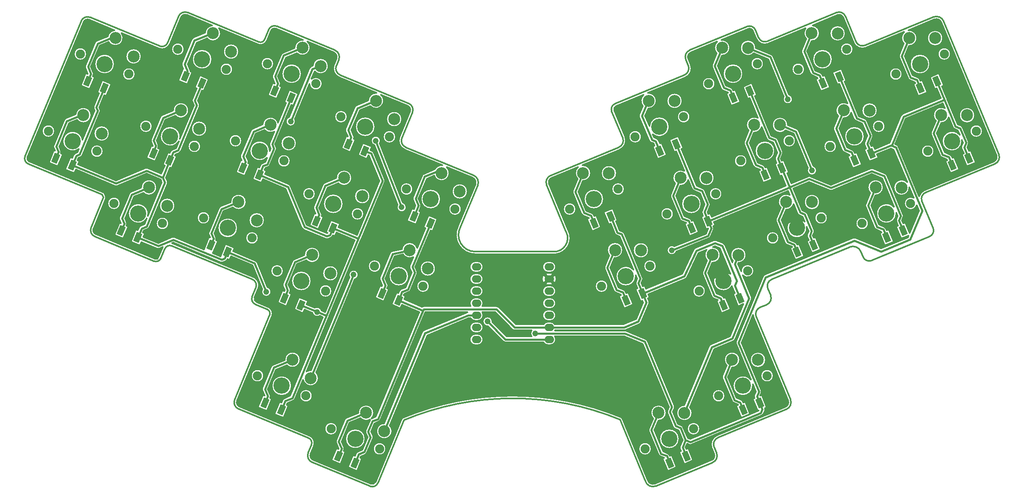
<source format=gtl>
G04 EasyPC Gerber Version 19.0.3 Build 3928 *
G04 #@! TF.Part,Single*
G04 #@! TF.FileFunction,Copper,L1,Top *
%FSLAX35Y35*%
%MOIN*%
G04 #@! TA.AperFunction,ComponentPad*
%ADD70O,0.08000X0.06000*%
G04 #@! TD.AperFunction*
%ADD26C,0.01181*%
%ADD23C,0.01500*%
%ADD27C,0.02500*%
G04 #@! TA.AperFunction,ViaPad*
%ADD22C,0.04800*%
G04 #@! TA.AperFunction,ComponentPad*
%ADD21C,0.07480*%
%ADD71C,0.09843*%
%ADD20C,0.13386*%
G04 #@! TA.AperFunction,SMDPad*
%AMT29*0 Rectangle Pad at angle 22.5*21,1,0.04921,0.07874,0,0,22.5*%
%ADD29T29*%
%AMT28*0 Rectangle Pad at angle 157.5*21,1,0.04921,0.07874,0,0,157.5*%
%ADD28T28*%
X0Y0D02*
D02*
D70*
X376251Y126918D03*
Y136918D03*
Y146918D03*
Y156918D03*
Y166918D03*
Y176918D03*
Y186918D03*
X436251Y126918D03*
Y136918D03*
Y146918D03*
Y156918D03*
Y166918D03*
Y176918D03*
Y186918D03*
D02*
D71*
X51911Y312196D03*
X66934Y297025D03*
X78278Y375854D03*
X93300Y360682D03*
X106020Y252500D03*
X121043Y237329D03*
X132385Y316152D03*
X147408Y300980D03*
X158753Y379806D03*
X173776Y364635D03*
X179901Y240542D03*
X194924Y225370D03*
X206267Y304190D03*
X221289Y289019D03*
X224465Y110217D03*
X232634Y367847D03*
X239487Y95045D03*
X240604Y196756D03*
X247657Y352675D03*
X255627Y181584D03*
X266968Y260408D03*
X281991Y245236D03*
X285159Y66434D03*
X293333Y324058D03*
X300182Y51262D03*
X308356Y308887D03*
X321070Y200706D03*
X336093Y185534D03*
X347441Y264361D03*
X362463Y249189D03*
X464222Y264361D03*
X485572Y264256D03*
X490589Y200709D03*
X511940Y200604D03*
X518330Y324058D03*
X526496Y66434D03*
X539680Y323953D03*
X544696Y260412D03*
X547847Y66329D03*
X566046Y260307D03*
X571058Y196756D03*
X579029Y367845D03*
X587196Y110219D03*
X592408Y196651D03*
X600379Y367740D03*
X605392Y304191D03*
X608546Y110114D03*
X626742Y304086D03*
X631761Y240538D03*
X652912Y379802D03*
X653111Y240433D03*
X674262Y379696D03*
X679279Y316148D03*
X700629Y316043D03*
X705641Y252500D03*
X726992Y252394D03*
X733381Y375849D03*
X754732Y375744D03*
X759750Y312200D03*
X781100Y312095D03*
D02*
D20*
X43022Y290736D03*
X69389Y354393D03*
X97131Y231040D03*
X123496Y294691D03*
X149864Y358346D03*
X171012Y219082D03*
X197378Y282730D03*
X215576Y88757D03*
X223745Y346387D03*
X231715Y175296D03*
X258079Y238948D03*
X276270Y44974D03*
X284444Y302598D03*
X312181Y179245D03*
X338552Y242901D03*
X473111Y242900D03*
X499478Y179248D03*
X527219Y302598D03*
X535385Y44974D03*
X553585Y238952D03*
X579947Y175296D03*
X587918Y346385D03*
X596085Y88759D03*
X614281Y282731D03*
X640650Y219078D03*
X661801Y358341D03*
X688168Y294688D03*
X714530Y231039D03*
X742270Y354389D03*
X768639Y290740D03*
D02*
D21*
X23017Y299023D03*
X49383Y362680D03*
X63028Y282450D03*
X77126Y239327D03*
X89394Y346107D03*
X103491Y302978D03*
X117137Y222754D03*
X129859Y366633D03*
X143501Y286405D03*
X151007Y227369D03*
X169869Y350059D03*
X177372Y291017D03*
X191017Y210795D03*
X195570Y97043D03*
X203740Y354673D03*
X211710Y183582D03*
X217383Y274443D03*
X235581Y80470D03*
X238074Y247234D03*
X243750Y338100D03*
X251720Y167009D03*
X256265Y53260D03*
X264439Y310885D03*
X278084Y230661D03*
X292176Y187532D03*
X296275Y36687D03*
X304449Y294311D03*
X318546Y251187D03*
X332186Y170959D03*
X358557Y234614D03*
X453106Y234614D03*
X479473Y170962D03*
X493116Y251187D03*
X507214Y294311D03*
X515380Y36687D03*
X519483Y187535D03*
X533580Y230665D03*
X547224Y310885D03*
X555391Y53261D03*
X559942Y167009D03*
X567913Y338098D03*
X573590Y247239D03*
X576080Y80472D03*
X594276Y274444D03*
X599952Y183583D03*
X607923Y354671D03*
X616090Y97046D03*
X620645Y210791D03*
X634286Y291017D03*
X641796Y350055D03*
X660655Y227364D03*
X668163Y286401D03*
X681806Y366628D03*
X694525Y222753D03*
X708173Y302974D03*
X722265Y346102D03*
X734535Y239326D03*
X748633Y282453D03*
X762276Y362675D03*
X788644Y299026D03*
D02*
D22*
X202845Y166338D03*
X222964Y306972D03*
X244685Y149705D03*
X274852Y180433D03*
X293180Y291018D03*
X314547Y236222D03*
X385433Y141831D03*
X424803Y131996D03*
X537439Y200657D03*
X633194Y325405D03*
X653124Y266583D03*
D02*
D23*
X29121Y276466D02*
X31309Y281742D01*
X29442Y286242*
X38142Y307250*
X51002Y312580*
X51911Y312196*
X42761Y270816D02*
X78840Y255870D01*
X103948Y266274*
X117408Y260700*
X55487Y340123D02*
X58044Y346304D01*
X55654Y352091*
X63598Y371276*
X76459Y376608*
X78278Y375854*
X69128Y334473D02*
X62544Y318579D01*
X63720Y315743*
X48805Y279743*
X45971Y278565*
X42761Y270816*
X96870Y211120D02*
X113653Y204163D01*
X126064Y209307*
X165978Y192774*
X168548Y193838*
X170751Y199161*
X96870Y211120D02*
X99998Y218686D01*
X104119Y220389*
X119114Y256580*
X117408Y260700*
X106020Y252500D02*
X91878Y246642D01*
X89806Y241637*
X83739Y226998*
X85603Y222498*
X83230Y216770*
X109595Y280421D02*
X109141Y280611D01*
X111704Y286796*
X109836Y291294*
X117598Y310024*
X132385Y316152*
X117408Y260700D02*
X123235Y274771D01*
X125993Y281430*
X130108Y283134*
X145478Y320231*
X143770Y324352*
X149603Y338426*
X135963Y344076D02*
X137769Y348439D01*
X135370Y354226*
X143470Y373779*
X158388Y379956*
X158753Y379806*
X157111Y204811D02*
X159296Y210084D01*
X157433Y214585*
X165756Y234681*
X179901Y240542*
X170751Y199161D02*
X193087Y189910D01*
X202845Y166338*
X183476Y268459D02*
X185663Y273735D01*
X183801Y278239*
X192270Y298698*
X205904Y304344*
X206267Y304190*
X197117Y262809D02*
X220664Y253059D01*
X234405Y219886*
X252875Y212235*
X255447Y213300*
X257818Y219027*
X201674Y74486D02*
X204045Y80215D01*
X201652Y86003*
X209032Y103826*
X224465Y110217*
X209844Y332116D02*
X212405Y338299D01*
X210008Y344086*
X217204Y361453*
X232634Y367847*
X215315Y68836D02*
X218333Y76126D01*
X224365Y78625*
X252537Y146642*
X222964Y306972D02*
X240857Y350165D01*
X247285Y352827*
X247657Y352675*
X223484Y326466D02*
X207611Y288159D01*
X209076Y284624*
X203709Y271665*
X200178Y270201*
X197117Y262809*
X231454Y155375D02*
X244752Y149867D01*
X239487Y95045D02*
X271258Y171754D01*
X274852Y180433*
X240604Y196756D02*
X226457Y190894D01*
X218696Y172161*
X220563Y167663*
X217814Y161025*
X244178Y224677D02*
X246359Y229953D01*
X243964Y235741*
X251534Y254014*
X266968Y260408*
X244685Y149705D02*
Y149800D01*
X244752Y149867*
X252537Y146642*
X278906Y210293*
X257818Y219027D02*
X278906Y210293D01*
X262369Y30703D02*
X264935Y36885D01*
X262539Y42675*
X269731Y60040*
X285159Y66434*
X270543Y288328D02*
X272914Y294057D01*
X270516Y299845*
X278049Y318031*
X292968Y324213*
X293333Y324058*
X278906Y210293D02*
X298678Y258030D01*
X289355Y280535*
X284183Y282678*
X298280Y164975D02*
X301033Y171614D01*
X298638Y177404*
X306959Y197500*
X321070Y200706*
X300182Y51262D02*
X333721Y132233D01*
X369309Y146960*
X376293*
X376251Y146918*
X311920Y159325D02*
X331881Y151057D01*
X332017Y150730*
X332113Y150963*
X325710Y135503*
X331993Y150682*
X314547Y236222D02*
X293180Y291018D01*
X324650Y228630D02*
X328339Y237542D01*
X325943Y243328*
X333479Y261512*
X348394Y267693*
X347441Y264361*
X331993Y150682D02*
X295006Y61387D01*
X290436Y59494*
X286899Y50956*
X288793Y46382*
X283722Y34137*
X278958Y32167*
X276009Y25053*
X338291Y222980D02*
X323365Y186946D01*
X325361Y182126*
X319618Y168258*
X314793Y166263*
X311920Y159325*
X385433Y141831D02*
X400197Y127067D01*
X429724*
X436614Y126914*
X436252Y126575*
X436251Y126918*
X424803Y131996D02*
X498622D01*
X515189Y125133*
X537506Y71255*
X535815Y67174*
X540647Y55511*
X544728Y53820*
X548861Y43840*
X436251Y136918D02*
X407660Y136917D01*
X392867Y151912*
X332737*
X331993Y150682*
X436251Y136918D02*
X498012Y136917D01*
X509899Y141843*
X516431Y157607*
X513380Y164978*
X473372Y222980D02*
X470811Y229165D01*
X465023Y231557*
X457830Y248929*
X464222Y264361*
X487012Y228630D02*
X487011Y228632D01*
X492544Y215264*
X496203Y213754*
X511386Y177091*
X509873Y173437*
X513380Y164978*
X490589Y200709D02*
X490072Y200496D01*
X484165Y186227*
X491701Y168040*
X497048Y165826*
X499739Y159328*
X526496Y66434D02*
X520551Y52083D01*
X528569Y32735*
X533274Y30785*
X535646Y25054*
X527480Y282678D02*
X524167Y290684D01*
X520952Y292015*
X512852Y311566*
X518178Y324421*
X518330Y324058*
X541120Y288328D02*
X556146Y252046D01*
X562514Y249411*
X567053Y238447*
X564419Y232085*
X567486Y224681*
X544696Y260412D02*
X538483Y245415D01*
X546124Y226974*
X551469Y224759*
X553846Y219031*
X548861Y43840D02*
X552724Y42237D01*
X610915Y66344*
X612138Y69294*
X609986Y74489*
X549287Y30704D02*
X546355Y37783D01*
X548861Y43840*
X567486Y224681D02*
X569935Y218775D01*
X567372Y212594*
X537439Y200657*
X567486Y224681D02*
X634774Y252550D01*
X571058Y196756D02*
X564854Y181765D01*
X572550Y163174*
X577898Y160965*
X580208Y155376*
X579029Y367845D02*
X572817Y352851D01*
X580267Y334866*
X585615Y332653*
X588179Y326464*
X587196Y110219D02*
X581251Y95869D01*
X589080Y76974*
X593782Y75027*
X596346Y68839*
X592408Y196651D02*
X592426Y196614D01*
X589411Y189337*
X601130Y161050*
X587337Y127752*
X570383Y120729*
X547847Y66329*
X593848Y161026D02*
X589533Y171445D01*
X591047Y175101*
X578994Y204197*
X578924Y204170*
X573049Y206601*
X557593Y200198*
X547835Y179251*
X513380Y164978*
X600379Y367740D02*
X618825Y360101D01*
X633194Y325405*
X601819Y332114D02*
X617789Y293557D01*
X622871Y291453*
X627034Y281404*
X624925Y276327*
X628182Y268460*
X605392Y304191D02*
X599184Y289200D01*
X606632Y271214*
X611982Y269000*
X614542Y262810*
X631761Y240538D02*
X625552Y225546D01*
X633058Y207418*
X638405Y205202*
X640911Y199157*
X634774Y252550D02*
X628185Y268462D01*
X628182Y268460*
X652912Y379802D02*
X646701Y364814D01*
X653959Y347278*
X659306Y345062*
X662062Y338421*
X653124Y266583D02*
X639834Y298664D01*
X626742Y304086*
X654551Y204807D02*
X651276Y212718D01*
X652844Y216508*
X647177Y230197*
X643388Y231769*
X634774Y252550*
X675702Y344071D02*
X689978Y309608D01*
X696346Y306969*
X701258Y295106*
X698621Y288739*
X702069Y280417*
X679279Y316148D02*
X673063Y301157D01*
X680328Y283627*
X685680Y281413*
X688429Y274767*
X702069Y280417D02*
X718290Y287143D01*
X705641Y252500D02*
X699432Y237509D01*
X706693Y219974*
X712037Y217759*
X714791Y211119*
X718290Y287143D02*
X722360Y285458D01*
X743921Y233402*
X734067Y209613*
X709969Y199631*
X688108Y208686*
X614907Y178365*
X592534Y124354*
X609294Y83893*
X607692Y80028*
X609986Y74489*
X718290Y287143D02*
X718923Y287403D01*
X728672Y310943*
X762461Y324937*
X728431Y216769D02*
X724868Y225370D01*
X726384Y229027*
X712818Y261765*
X702533Y266024*
X668889Y252085*
X650886Y259544*
X634934Y252941*
X634774Y252550*
X733381Y375849D02*
X727172Y360856D01*
X734437Y343329*
X739782Y341113*
X742531Y334468*
X759750Y312200D02*
X753540Y297204D01*
X760798Y279675*
X766152Y277459*
X768900Y270819*
X762461Y324937D02*
X756172Y340118D01*
X762461Y324937D02*
X771580Y302927D01*
X775374Y301354*
X780288Y289487*
X778719Y285693*
X782540Y276469*
D02*
D26*
X375438Y199497D02*
X437320Y199417D01*
X439867Y199442*
G75*
G03X450188Y215933I400J11225*
G01*
X434181Y254580*
G75*
G02X437377Y262296I5456J2260*
G01*
X493755Y285648*
G75*
G03X496952Y293365I-2260J5457*
G01*
X487911Y315189*
G75*
G02X490576Y321617I4547J1882*
G01*
X547864Y345348*
G75*
G03X551059Y353065I-2261J5457*
G01*
X548987Y358065*
G75*
G02X552183Y365781I5456J2260*
G01*
X599470Y385368*
G75*
G02X606542Y382438I2071J-5001*
G01*
X609180Y376070*
G75*
G03X616254Y373141I5002J2072*
G01*
X673541Y396871*
G75*
G02X680614Y393941I2072J-5002*
G01*
X689276Y373026*
G75*
G03X696991Y369830I5456J2260*
G01*
X753371Y393183*
G75*
G02X761731Y389720I2448J-5911*
G01*
X807304Y279693*
G75*
G02X804108Y271976I-5457J-2260*
G01*
X746822Y248246*
G75*
G03X743893Y241172I2072J-5002*
G01*
X753082Y218989*
G75*
G02X750151Y211917I-5002J-2071*
G01*
X702412Y192141*
G75*
G02X695340Y195070I-2071J5001*
G01*
X693494Y199525*
G75*
G03X684364Y203307I-6456J-2674*
G01*
X619889Y176600*
G75*
G03X616695Y168885I2261J-5454*
G01*
X618953Y163430*
G75*
G02X615758Y155716I-5454J-2259*
G01*
X610304Y153457*
G75*
G03X607108Y145741I2260J-5456*
G01*
X635356Y77541*
G75*
G02X631893Y69181I-5912J-2448*
G01*
X575515Y45829*
G75*
G03X572320Y38113I2261J-5455*
G01*
X574391Y33113*
G75*
G02X571195Y25396I-5456J-2261*
G01*
X524362Y5998*
G75*
G02X515521Y10435I-2559J5928*
G01*
X494656Y60809*
G75*
G03X316459Y60398I-88603J-215308*
G01*
X294987Y8561*
G75*
G02X288274Y5781I-4746J1967*
G01*
X240737Y25473*
G75*
G02X237422Y33474I2343J5658*
G01*
X240059Y39839*
G75*
G03X237661Y45627I-4093J1695*
G01*
X179919Y69545*
G75*
G02X176722Y77262I2260J5457*
G01*
X205538Y146826*
G75*
G03X203407Y151969I-3637J1506*
G01*
X193858Y155924*
G75*
G02X191196Y162353I1883J4546*
G01*
X194209Y169626*
G75*
G03X191279Y176700I-5002J2072*
G01*
X124898Y204197*
G75*
G03X119111Y201800I-1694J-4092*
G01*
X115909Y194070*
G75*
G02X110122Y191674I-4092J1695*
G01*
X61473Y211825*
G75*
G02X58276Y219541I2259J5456*
G01*
X68446Y244094*
X67381Y246665*
X6455Y271900*
G75*
G02X3793Y278330I1884J4546*
G01*
X49933Y389723*
G75*
G02X57648Y392920I5456J-2259*
G01*
X114938Y369191*
G75*
G03X121367Y371854I1883J4546*
G01*
X130407Y393677*
G75*
G02X138123Y396875I5457J-2259*
G01*
X196775Y372580*
G75*
G03X201276Y374443I1319J3182*
G01*
X204666Y382629*
G75*
G02X211739Y385557I5001J-2072*
G01*
X259479Y365782*
G75*
G02X262675Y358068I-2259J-5455*
G01*
X260602Y353065*
G75*
G03X263798Y345350I5456J-2259*
G01*
X320178Y321996*
G75*
G02X323373Y314281I-2260J-5455*
G01*
X314711Y293367*
G75*
G03X317906Y285650I5456J-2261*
G01*
X373830Y262485*
G75*
G02X377293Y254127I-2448J-5911*
G01*
X363167Y220027*
G75*
G03X375438Y199497I12062J-6722*
G01*
X741560Y245218D02*
G75*
G02X745987Y250260I7334J-1974D01*
G01*
G75*
G03X745988Y250261I-135J408*
G01*
X803271Y273991*
G75*
G03X803273Y273991I-469J1175*
G01*
G75*
G03X805290Y278857I-1426J3442*
G01*
G75*
G02X805289Y278859I277J140*
G01*
X759716Y388885*
X759715Y388888*
G75*
G03X754207Y391169I-3895J-1616*
G01*
G75*
G02X754206Y391169I-67J262*
G01*
X732898Y382343*
G75*
G02X739893Y375849I483J-6494*
G01*
G75*
G02X733219Y369339I-6512*
G01*
X729706Y360856*
X736228Y345120*
X740678Y343275*
G75*
G02X741946Y342004I-896J-2162*
G01*
X742578Y340477*
X744163Y341133*
X748398Y330908*
X740900Y327803*
X736665Y338028*
X738254Y338686*
X737990Y339322*
X733541Y341167*
G75*
G02X732274Y342435I896J2162*
G01*
X725010Y359960*
G75*
G02X725011Y361753I2162J896*
G01*
X728894Y371130*
G75*
G02X729131Y380782I4487J4719*
G01*
X697826Y367815*
X697825Y367815*
G75*
G02X687261Y372191I-3094J7471*
G01*
G75*
G02X687260Y372193I393J158*
G01*
X678599Y393106*
X678598Y393107*
G75*
G03X674376Y394856I-2987J-1237*
G01*
X674375*
X653651Y386271*
G75*
G02X652748Y373292I-739J-6470*
G01*
X649234Y364814*
X655750Y349069*
X660200Y347225*
G75*
G02X661468Y345959I-894J-2163*
G01*
X662106Y344422*
X663689Y345078*
X667920Y334865*
X660434Y331764*
X656204Y341977*
X657781Y342630*
X657515Y343270*
X653063Y345116*
G75*
G02X651795Y346384I896J2162*
G01*
X644539Y363917*
G75*
G02X644539Y365710I2162J897*
G01*
X648423Y375084*
G75*
G02X647815Y383854I4489J4718*
G01*
X617091Y371127*
G75*
G02X617089Y371126I-76J150*
G01*
G75*
G02X607166Y375233I-2907J7017*
G01*
G75*
G02X607165Y375236I967J324*
G01*
X604528Y381602*
X604527Y381604*
G75*
G03X600305Y383353I-2986J-1237*
G01*
G75*
G02X600304Y383352I-92J273*
G01*
X578543Y374339*
G75*
G02X585541Y367845I486J-6494*
G01*
G75*
G02X578865Y361335I-6512*
G01*
X575351Y352851*
X582058Y336657*
X586507Y334817*
G75*
G02X587778Y333548I-892J-2164*
G01*
X588224Y332470*
X589808Y333126*
X594041Y322906*
X586550Y319803*
X582317Y330022*
X583900Y330678*
X583824Y330861*
X579373Y332702*
G75*
G02X578104Y333970I893J2163*
G01*
X570656Y351953*
G75*
G02X570655Y353746I2161J898*
G01*
X574541Y363127*
G75*
G02X574781Y372780I4489J4718*
G01*
X553018Y363766*
G75*
G02X553017Y363765I-50J100*
G01*
G75*
G03X551002Y358900I1426J-3441*
G01*
X553073Y353903*
G75*
G02X553074Y353900I-615J-309*
G01*
G75*
G02X553691Y350804I-7472J-3096*
G01*
G75*
G02X548699Y343333I-8087J0*
G01*
G75*
G02X548698Y343333I-260J778*
G01*
X517844Y330552*
G75*
G02X524842Y324058I485J-6494*
G01*
G75*
G02X518037Y317553I-6512*
G01*
X515556Y311566*
X518968Y303330*
G75*
G02X535502Y302598I8251J-733*
G01*
G75*
G02X521904Y296245I-8283*
G01*
X522864Y293927*
X525120Y292993*
G75*
G02X526475Y291639I-954J-2309*
G01*
X527672Y288747*
X529111Y289343*
X533346Y279118*
X525849Y276012*
X521613Y286237*
X523056Y286835*
X522255Y288772*
X519997Y289706*
G75*
G02X518644Y291059I955J2309*
G01*
X510544Y310609*
G75*
G02X510545Y312524I2309J956*
G01*
X513510Y319680*
G75*
G02X514081Y328993I4820J4378*
G01*
X491411Y319602*
G75*
G02X491409Y319602I-94J187*
G01*
G75*
G03X489926Y316025I1048J-2531*
G01*
X489926Y316024*
X498967Y294200*
G75*
G02X498968Y294198I-593J-298*
G01*
G75*
G02X494590Y283633I-7471J-3093*
G01*
G75*
G02X494589Y283633I-38J76*
G01*
X463740Y270855*
G75*
G02X470734Y264361I482J-6494*
G01*
G75*
G02X464059Y257851I-6512*
G01*
X460363Y248929*
X466815Y233350*
X471705Y231328*
G75*
G02X472974Y230059I-894J-2163*
G01*
X473420Y228983*
X475000Y229637*
X479230Y219424*
X471744Y216323*
X467514Y226536*
X469095Y227191*
X469020Y227373*
X464131Y229393*
G75*
G02X462861Y230662I892J2165*
G01*
X455667Y248034*
G75*
G02X455669Y249827I2163J895*
G01*
X459734Y259642*
G75*
G02X459971Y269294I4488J4719*
G01*
X438214Y260282*
G75*
G02X438211Y260281I-204J472*
G01*
G75*
G03X436196Y255415I1425J-3441*
G01*
X436197Y255413*
X452165Y216859*
G75*
G02X453680Y210667I-11899J-6193*
G01*
G75*
G02X439841Y197261I-13413*
G01*
X437346Y197236*
G75*
G02X437318I-14J2145*
G01*
X375452Y197316*
G75*
G02X361198Y220974I-223J15989*
G01*
X375278Y254962*
G75*
G02X375278Y254963I33J-16*
G01*
G75*
G03X372995Y260470I-3895J1613*
G01*
G75*
G02X372993Y260471I110J335*
G01*
X351690Y269296*
G75*
G02X353457Y261869I-4249J-4935*
G01*
G75*
G02X341292Y262216I-6016J2492*
G01*
X335270Y259720*
X328476Y243327*
X330500Y238440*
G75*
G02X330502Y236646I-2162J-898*
G01*
X328929Y232848*
X330517Y232190*
X326281Y221965*
X318784Y225070*
X323019Y235296*
X324604Y234639*
X325806Y237541*
X323781Y242430*
G75*
G02X323781Y244224I2161J898*
G01*
X331316Y262406*
G75*
G02X332583Y263674I2163J-894*
G01*
X341712Y267457*
G75*
G02X347925Y270855I5729J-3096*
G01*
X317074Y283634*
G75*
G02X317071Y283635I1408J2820*
G01*
G75*
G02X312696Y294202I3096J7471*
G01*
X321357Y315114*
G75*
G02X321358Y315116I792J-395*
G01*
G75*
G03X319343Y319981I-3440J1425*
G01*
G75*
G03X319341Y319982I-140J-346*
G01*
X297577Y328997*
G75*
G02X299349Y321566I-4244J-4939*
G01*
G75*
G02X288524Y319668I-6016J2492*
G01*
X279961Y316119*
X273220Y299845*
X275222Y295013*
G75*
G02X275220Y293098I-2308J-956*
G01*
X274964Y292479*
X276401Y291884*
X272170Y281670*
X264684Y284771*
X268915Y294985*
X270014Y294530*
X268208Y298889*
G75*
G02X268208Y300801I2307J956*
G01*
X275741Y318987*
G75*
G02X277096Y320340I2308J-956*
G01*
X286828Y324373*
G75*
G02X293824Y330552I6504J-315*
G01*
X262966Y343334*
G75*
G02X262963Y343335I344J806*
G01*
G75*
G02X258587Y353900I3094J7470*
G01*
G75*
G02X258588Y353903I1687J-631*
G01*
X260659Y358901*
G75*
G03X260660Y358902I-81J55*
G01*
G75*
G03X258646Y363766I-3440J1424*
G01*
G75*
G02X258644Y363767I274J459*
G01*
X236884Y372781*
G75*
G02X238650Y365355I-4250J-4934*
G01*
G75*
G02X227917Y363358I-6016J2492*
G01*
X218996Y359661*
X212541Y344086*
X214567Y339195*
G75*
G02X214567Y337402I-2162J-896*
G01*
X214123Y336330*
X215706Y335674*
X211473Y325455*
X203982Y328558*
X208215Y338778*
X209798Y338122*
X209872Y338299*
X207846Y343191*
G75*
G02X207846Y344983I2162J896*
G01*
X215042Y362348*
G75*
G02X216308Y363615I2163J-895*
G01*
X226124Y367683*
G75*
G02X226122Y367847I6517J160*
G01*
G75*
G02X233118Y374341I6512*
G01*
X210905Y383542*
G75*
G02X210904Y383543I119J360*
G01*
G75*
G03X206681Y381794I-1237J-2986*
G01*
X203292Y373609*
X203291Y373607*
G75*
G02X195940Y370565I-5197J2155*
G01*
G75*
G03X195938Y370566I-153J-252*
G01*
X163852Y383856*
G75*
G02X153946Y375413I-5099J-4050*
G01*
X145381Y371867*
X138074Y354226*
X140076Y349395*
G75*
G02X140267Y348439I-2308J-956*
G01*
G75*
G02X140262Y348285I-2501J-1*
G01*
X141830Y347635*
X137594Y337410*
X130096Y340516*
X134221Y350474*
X133063Y353270*
G75*
G02X133064Y355186I2308J956*
G01*
X141160Y374732*
G75*
G02X142514Y376087I2309J-953*
G01*
X152249Y380118*
G75*
G02X158011Y386276I6505J-311*
G01*
X137289Y394859*
X137289*
G75*
G03X132423Y392844I-1425J-3442*
G01*
G75*
G03X132422Y392842I1503J-753*
G01*
X123381Y371019*
G75*
G02X123380Y371015I-2752J1098*
G01*
G75*
G02X114105Y367175I-6559J2722*
G01*
G75*
G03X114103Y367176I-166J-411*
G01*
X83378Y379902*
G75*
G02X84294Y373361I-5100J-4048*
G01*
G75*
G02X72689Y372511I-6016J2492*
G01*
X65389Y369485*
X58186Y352090*
X60207Y347199*
G75*
G02Y345409I-2163J-895*
G01*
X59763Y344335*
X61346Y343679*
X57115Y333466*
X49629Y336567*
X53860Y346780*
X55438Y346126*
X55512Y346304*
X53492Y351194*
G75*
G02X53491Y352986I2161J897*
G01*
X61435Y372171*
G75*
G02X62703Y373439I2163J-896*
G01*
X71919Y377260*
G75*
G02X77533Y382323I6358J-1406*
G01*
X56816Y390904*
G75*
G02X56813Y390905I479J1440*
G01*
G75*
G03X51948Y388889I-1424J-3441*
G01*
G75*
G02X51947Y388885I-950J420*
G01*
X5809Y277499*
X5808Y277495*
G75*
G03X7289Y273916I2531J-1049*
G01*
G75*
G02X7290Y273915I-78J-118*
G01*
X68216Y248680*
G75*
G02X69398Y247496I-835J-2015*
G01*
X70461Y244928*
G75*
G02X70460Y243257I-2015J-834*
G01*
X60293Y218709*
G75*
G03X60291Y218706I797J-343*
G01*
G75*
G03X62306Y213841I3440J-1425*
G01*
G75*
G03X62307Y213840I125J248*
G01*
X110956Y193689*
G75*
G02X110957Y193689I-272J-684*
G01*
G75*
G03X113894Y194903I860J2077*
G01*
X113894Y194905*
X117096Y202634*
G75*
G02X117098Y202638I1684J-671*
G01*
G75*
G02X117340Y203158I6105J-2533*
G01*
X114549Y202001*
G75*
G02X112755Y202002I-896J2162*
G01*
X99717Y207406*
X98498Y204463*
X91012Y207563*
X95243Y217777*
X96820Y217124*
X97835Y219580*
G75*
G02X99108Y220850I2163J-894*
G01*
X102328Y222181*
X104229Y226770*
G75*
G02X89479Y234210I-7098J4270*
G01*
G75*
G02X105170Y229039I7653J-3170*
G01*
X116581Y256580*
X115617Y258909*
X103948Y263741*
X79736Y253707*
G75*
G02X77944I-896J2162*
G01*
X45615Y267100*
X44393Y264150*
X36895Y267256*
X41130Y277481*
X42717Y276824*
X43809Y279461*
G75*
G02X45074Y280727I2163J-895*
G01*
X47013Y281533*
X48122Y284209*
G75*
G02X35370Y293906I-5100J6527*
G01*
G75*
G02X51244Y291745I7653J-3170*
G01*
X61186Y315743*
X60383Y317680*
G75*
G02X60381Y319475I2161J899*
G01*
X64848Y330259*
X63265Y330915*
X67498Y341134*
X74990Y338031*
X70757Y327811*
X69173Y328467*
X65077Y318580*
X65880Y316643*
G75*
G02X65882Y314848I-2160J-900*
G01*
X50967Y278847*
G75*
G02X49700Y277580I-2163J896*
G01*
X47763Y276775*
X47041Y275033*
X48628Y274376*
X47406Y271425*
X78840Y258403*
X103052Y268436*
G75*
G02X104846Y268435I896J-2162*
G01*
X116141Y263758*
X118956Y270557*
X117373Y271213*
X121606Y281432*
X123189Y280777*
X123830Y282325*
G75*
G02X125098Y283593I2163J-896*
G01*
X128317Y284926*
X130594Y290421*
G75*
G02X115843Y297861I-7098J4270*
G01*
G75*
G02X131534Y292691I7653J-3170*
G01*
X142945Y320231*
X141609Y323454*
G75*
G02X141608Y325248I2161J898*
G01*
X145324Y334215*
X143745Y334869*
X147976Y345083*
X155461Y341982*
X151231Y331769*
X149649Y332424*
X146304Y324352*
X147640Y321130*
G75*
G02X147641Y319335I-2162J-898*
G01*
X132271Y282240*
G75*
G02X131004Y280972I-2163J895*
G01*
X127784Y279638*
X127513Y278985*
X129097Y278329*
X124864Y268109*
X123281Y268765*
X119941Y260700*
X121277Y257475*
G75*
G02X121276Y255682I-2163J-895*
G01*
X106281Y219494*
G75*
G02X105013Y218226I-2163J895*
G01*
X101790Y216894*
X101144Y215332*
X102729Y214676*
X101509Y211731*
X113653Y206697*
X125168Y211469*
G75*
G02X126962Y211469I896J-2163*
G01*
X151304Y201385*
X155482Y211473*
X156334Y211120*
X155272Y213688*
G75*
G02X155271Y215480I2162J897*
G01*
X163594Y235576*
G75*
G02X164862Y236844I2162J-896*
G01*
X173391Y240378*
G75*
G02X173389Y240542I6517J160*
G01*
G75*
G02X186413I6512*
G01*
G75*
G02X175183Y236054I-6512*
G01*
X167548Y232889*
X159967Y214584*
X161458Y210979*
G75*
G02X161457Y209187I-2163J-895*
G01*
X161391Y209025*
X162973Y208370*
X158795Y198282*
X164941Y195737*
X169120Y205827*
X176618Y202721*
X175396Y199771*
X193982Y192073*
G75*
G02X195250Y190806I-894J-2163*
G01*
X203772Y170219*
G75*
G02X206532Y164811I-926J-3881*
G01*
G75*
G02X199159Y167865I-3687J1527*
G01*
G75*
G02X199446Y168429I3687J-1526*
G01*
X191296Y188119*
X173604Y195446*
X172382Y192496*
X170798Y193152*
X170711Y192943*
G75*
G02X169440Y191674I-2163J894*
G01*
X166876Y190612*
G75*
G02X165082Y190611I-897J2162*
G01*
X126065Y206773*
X125188Y206410*
G75*
G02X125729Y206214I-1987J-6308*
G01*
G75*
G02X125732Y206212I-311J-703*
G01*
X192113Y178715*
X192114*
G75*
G02X196802Y171698I-2907J-7017*
G01*
G75*
G02X196224Y168792I-7596J0*
G01*
G75*
G02X196222Y168789I-1088J406*
G01*
X193211Y161520*
G75*
G03X193211Y161518I1880J-753*
G01*
G75*
G03X194691Y157939I2531J-1048*
G01*
G75*
G03X194693Y157939I69J102*
G01*
X204240Y153985*
G75*
G03X204242Y153983I237J393*
G01*
G75*
G02X207554Y145991I-2340J-5652*
G01*
G75*
G02X207552Y145989I-836J357*
G01*
X178739Y76430*
G75*
G02X178737Y76427I-1003J374*
G01*
G75*
G03X180753Y71560I3441J-1426*
G01*
G75*
G02X180754Y71560I-23J-46*
G01*
X238494Y47643*
G75*
G03X238495Y47642I113J225*
G01*
G75*
G02X242076Y39009I-2530J-6108*
G01*
G75*
G02X242074Y39005I-2086J946*
G01*
X239437Y32640*
G75*
G02X239436Y32637I-302J99*
G01*
G75*
G03X241572Y27488I3644J-1506*
G01*
G75*
G02X241575Y27487I-186J-563*
G01*
X289106Y7797*
G75*
G02X289109Y7796I-235J-553*
G01*
G75*
G03X292972Y9396I1131J2732*
G01*
Y9396*
X314444Y61233*
G75*
G02X315621Y62412I2015J-835*
G01*
G75*
G02X495487Y62826I90432J-216915*
G01*
G75*
G02X496679Y61625I-830J-2017*
G01*
X517536Y11270*
G75*
G02X517571Y11180I-2011J-833*
G01*
G75*
G02X517643Y10939I-2050J-744*
G01*
G75*
G03X523498Y8000I4160J987*
G01*
G75*
G02X523529Y8014I897J-2042*
G01*
X570359Y27410*
G75*
G02X570361Y27411I27J-78*
G01*
G75*
G03X572376Y32278I-1426J3441*
G01*
X572375Y32281*
X570305Y37278*
G75*
G02X574680Y47844I7470J3096*
G01*
G75*
G02X574682Y47845I499J-994*
G01*
X631058Y71196*
G75*
G02X631059Y71197I83J-164*
G01*
G75*
G03X633341Y76705I-1615J3896*
G01*
X633341Y76707*
X605093Y144907*
G75*
G02X605093Y144909I234J95*
G01*
G75*
G02X604520Y147174I7472J3093*
G01*
X595068Y124354*
X611456Y84790*
G75*
G02X611457Y82996I-2162J-897*
G01*
X610498Y80683*
X611614Y81146*
X615844Y70932*
X614264Y70278*
X614299Y70192*
G75*
G02X614300Y68398I-2161J-898*
G01*
X613078Y65450*
G75*
G02X611811Y64182I-2163J895*
G01*
X553619Y40074*
G75*
G02X551824Y40076I-896J2162*
G01*
X550128Y40780*
X548888Y37784*
X549332Y36712*
X550918Y37369*
X555153Y27144*
X547656Y24038*
X543420Y34263*
X545007Y34921*
X544193Y36888*
G75*
G02X544194Y38682I2163J895*
G01*
X546328Y43840*
X542936Y52029*
X539751Y53348*
G75*
G02X538483Y54618I896J2162*
G01*
X533654Y66275*
G75*
G02X533653Y68070I2161J899*
G01*
X534972Y71255*
X513397Y123342*
X498156Y129655*
X440936*
G75*
G02X437252Y122326I-3684J-2739*
G01*
X435252*
G75*
G02X431307Y124568J4591*
G01*
X400197*
G75*
G02X398429Y125302J2498*
G01*
X385867Y137864*
G75*
G02X381443Y141831I-434J3967*
G01*
G75*
G02X389424I3991*
G01*
G75*
G02X389400Y141396I-3991J-1*
G01*
X401231Y129564*
X421639*
G75*
G02X421632Y134419I3164J2431*
G01*
X407660*
G75*
G02X405880Y135165I0J2498*
G01*
X391822Y149415*
X381103*
G75*
G02X377252Y142326I-3851J-2498*
G01*
X375252*
G75*
G02X371373Y144462J4591*
G01*
X369806*
X335633Y130320*
X304791Y55862*
G75*
G02X306198Y48770I-4609J-4600*
G01*
G75*
G02X294166Y53754I-6016J2492*
G01*
G75*
G02X300175Y57774I6016J-2492*
G01*
X331413Y133188*
G75*
G02X332766Y134541I2308J-956*
G01*
X368354Y149268*
G75*
G02X368846Y149415I955J-2309*
G01*
X334146*
X334130Y149389*
G75*
G02X333828Y148988I-2137J1294*
G01*
X327874Y134610*
X327873Y134608*
G75*
G02X327815Y134479I-2161J897*
G01*
X297169Y60491*
G75*
G02X295899Y59223I-2162J895*
G01*
X292227Y57703*
X289433Y50956*
X290956Y47278*
G75*
G02X290955Y45484I-2163J-896*
G01*
X285885Y33244*
G75*
G02X284617Y31974I-2164J892*
G01*
X280749Y30374*
X280291Y29269*
X281876Y28613*
X277640Y18388*
X270143Y21493*
X274378Y31719*
X275966Y31061*
X276795Y33060*
G75*
G02X278063Y34330I2163J-893*
G01*
X281930Y35929*
X286260Y46382*
X284737Y50060*
G75*
G02X284737Y51853I2163J895*
G01*
X288274Y60390*
G75*
G02X288542Y60870I2162J-894*
G01*
G75*
G02X280441Y61945I-3383J5564*
G01*
X271522Y58249*
X265072Y42674*
X267097Y37781*
G75*
G02X267097Y35988I-2162J-896*
G01*
X266652Y34916*
X268231Y34261*
X263998Y24042*
X256507Y27145*
X260740Y37365*
X262327Y36707*
X262402Y36886*
X260377Y41778*
G75*
G02X260376Y43570I2162J897*
G01*
X267568Y60935*
G75*
G02X268835Y62202I2163J-895*
G01*
X278649Y66270*
G75*
G02X278647Y66434I6513J160*
G01*
G75*
G02X291671I6512*
G01*
G75*
G02X289619Y61689I-6512*
G01*
X293215Y63178*
X328991Y149551*
X314710Y155466*
X313549Y152663*
X306058Y155767*
X310291Y165986*
X311874Y165330*
X312630Y167155*
G75*
G02X313899Y168426I2164J-892*
G01*
X317826Y170050*
X322828Y182126*
X321204Y186048*
G75*
G02X321203Y187842I2162J898*
G01*
X324156Y194971*
G75*
G02X315663Y197077I-3086J5735*
G01*
X308659Y195486*
X301171Y177404*
X303194Y172512*
G75*
G02X303374Y171614I-2162J-898*
G01*
G75*
G02X303195Y170717I-2340J0*
G01*
X302560Y169185*
X304138Y168531*
X299907Y158318*
X292422Y161419*
X296652Y171632*
X298235Y170976*
X298500Y171615*
X296476Y176508*
G75*
G02X296476Y178300I2162J896*
G01*
X304796Y198393*
G75*
G02X306441Y199783I2163J-893*
G01*
X314626Y201642*
G75*
G02X327307Y202579I6444J-937*
G01*
X334013Y218769*
X332432Y219424*
X336663Y229637*
X344149Y226537*
X339918Y216323*
X338338Y216978*
X325898Y186946*
X327522Y183023*
G75*
G02X327523Y181230I-2162J-898*
G01*
X321781Y167365*
G75*
G02X320512Y166095I-2164J893*
G01*
X316585Y164470*
X316199Y163539*
X317782Y162883*
X316622Y160081*
X331342Y153985*
G75*
G02X332741Y154411I1395J-2072*
G01*
X371406*
G75*
G02X375252Y161507I3846J2506*
G01*
X377252*
G75*
G02X381098Y154411J-4591*
G01*
X392867*
G75*
G02X394647Y153665I0J-2498*
G01*
X408705Y139415*
X431401*
G75*
G02X435252Y141507I3851J-2498*
G01*
X437252*
G75*
G02X441103Y139415J-4591*
G01*
X497515*
X507987Y143755*
X513728Y157607*
X513189Y158909*
X511748Y158313*
X507513Y168538*
X509098Y169194*
X507712Y172539*
G75*
G02X507711Y174333I2161J899*
G01*
X508853Y177091*
X507746Y179764*
G75*
G02X507762Y179248I-8267J-517*
G01*
G75*
G02X491195I-8283*
G01*
G75*
G02X505690Y184729I8283*
G01*
X494412Y211961*
X491654Y213100*
G75*
G02X490381Y214369I890J2165*
G01*
X486965Y222624*
X485383Y221969*
X481150Y232188*
X488641Y235291*
X492874Y225072*
X491290Y224415*
X494335Y217057*
X497096Y215917*
G75*
G02X498365Y214649I-893J-2163*
G01*
X513547Y177989*
G75*
G02X513549Y176195I-2161J-899*
G01*
X512407Y173438*
X513423Y170986*
X515011Y171643*
X516172Y168839*
X545981Y181187*
X555327Y201250*
G75*
G02X556637Y202506I2266J-1052*
G01*
X572093Y208909*
G75*
G02X573987Y208916I956J-2308*
G01*
X579930Y206513*
G75*
G02X581303Y205151I-936J-2316*
G01*
X587280Y190723*
X587817Y192033*
G75*
G02X585896Y196651I4591J4618*
G01*
G75*
G02X598920I6512*
G01*
G75*
G02X592440Y190139I-6512*
G01*
X592113Y189342*
X594631Y183265*
G75*
G02X594621Y183583I5320J317*
G01*
G75*
G02X605283I5331*
G01*
G75*
G02X595965Y180044I-5331*
G01*
X603437Y162006*
G75*
G02Y160094I-2307J-956*
G01*
X589645Y126797*
G75*
G02X588293Y125444I-2308J955*
G01*
X572295Y118817*
X552456Y70929*
G75*
G02X554359Y66329I-4609J-4600*
G01*
G75*
G02X541335I-6512*
G01*
G75*
G02X547841Y72841I6512*
G01*
X568075Y121685*
G75*
G02X569430Y123038I2308J-956*
G01*
X585425Y129664*
X596370Y156087*
X592220Y154369*
X587990Y164582*
X589426Y165176*
X587227Y170486*
G75*
G02X587065Y171060I2306J958*
G01*
G75*
G02X571663Y175296I-7119J4236*
G01*
G75*
G02X585859Y181098I8283*
G01*
X577087Y202274*
X573061Y203902*
X571496Y203254*
G75*
G02X570897Y190246I-438J-6497*
G01*
X567387Y181765*
X574341Y164967*
X578790Y163128*
G75*
G02X580061Y161859I-893J-2164*
G01*
X580256Y161385*
X581839Y162041*
X586074Y151816*
X578577Y148710*
X574341Y158935*
X575509Y159419*
X571656Y161011*
G75*
G02X570386Y162282I894J2163*
G01*
X562693Y180867*
G75*
G02X562691Y182660I2161J898*
G01*
X566572Y192036*
G75*
G02X566154Y201040I4486J4720*
G01*
X559446Y198262*
X550101Y178199*
G75*
G02X548791Y176943I-2266J1052*
G01*
X518084Y164223*
X519246Y161418*
X517804Y160821*
X518739Y158563*
G75*
G02X518739Y156649I-2308J-956*
G01*
X512207Y140887*
G75*
G02X510856Y139535I-2308J956*
G01*
X498969Y134609*
G75*
G02X498011Y134419I-956J2307*
G01*
X441103*
G75*
G02X441049Y134336I-3854J2485*
G01*
X498620*
G75*
G02X499518Y134158I1J-2341*
G01*
X516084Y127296*
G75*
G02X517352Y126026I-896J-2162*
G01*
X539666Y72155*
G75*
G02X539668Y70359I-2161J-900*
G01*
X538349Y67174*
X542438Y57302*
X545623Y55982*
G75*
G02X546890Y54715I-896J-2163*
G01*
X550653Y45630*
X552724Y44770*
X609124Y68135*
X609130Y68151*
X608359Y67831*
X604128Y78045*
X605709Y78700*
X605531Y79129*
G75*
G02X605530Y80924I2162J898*
G01*
X606761Y83893*
X604298Y89840*
G75*
G02X604369Y88759I-8214J-1081*
G01*
G75*
G02X587802I-8283*
G01*
G75*
G02X602656Y93802I8283*
G01*
X590373Y123456*
G75*
G02X590372Y125249I2161J898*
G01*
X612744Y179259*
G75*
G02X614011Y180527I2163J-894*
G01*
X687212Y210848*
G75*
G02X689006Y210847I896J-2162*
G01*
X709969Y202165*
X732275Y211404*
X732761Y212576*
X726802Y210107*
X722569Y220327*
X724152Y220983*
X722706Y224474*
G75*
G02X722707Y226269I2163J896*
G01*
X723850Y229028*
X722796Y231571*
G75*
G02X722814Y231039I-8268J-535*
G01*
G75*
G02X706247I-8283*
G01*
G75*
G02X720750Y236511I8283*
G01*
X711027Y259974*
X702533Y263491*
X669788Y249924*
G75*
G02X667993Y249923I-898J2162*
G01*
X650886Y257011*
X637718Y251560*
X645179Y233560*
X648074Y232359*
G75*
G02X649341Y231089I-897J-2162*
G01*
X655006Y217406*
G75*
G02X655007Y215613I-2161J-898*
G01*
X653809Y212719*
X654596Y210816*
X656182Y211472*
X660418Y201247*
X652920Y198142*
X648685Y208367*
X650272Y209024*
X649115Y211819*
G75*
G02X649113Y213613I2161J899*
G01*
X650311Y216508*
X648888Y219946*
G75*
G02X632997Y215907I-8238J-868*
G01*
G75*
G02X647091Y224287I7653J3170*
G01*
X645385Y228406*
X642491Y229607*
G75*
G02X641225Y230875I897J2162*
G01*
X637997Y238662*
G75*
G02X631598Y234028I-6236J1876*
G01*
X628085Y225546*
X634850Y209209*
X639298Y207366*
G75*
G02X640567Y206099I-893J-2164*
G01*
X640955Y205162*
X642540Y205819*
X646773Y195599*
X639282Y192496*
X635049Y202715*
X636630Y203370*
X636614Y203411*
X632163Y205255*
G75*
G02X630895Y206522I894J2163*
G01*
X623390Y224648*
G75*
G02X623389Y226441I2162J898*
G01*
X627273Y235819*
G75*
G02X634841Y246275I4488J4719*
G01*
X633508Y249492*
X572127Y224070*
X573348Y221123*
X571767Y220468*
X572095Y219675*
G75*
G02X572097Y217878I-2161J-900*
G01*
X569534Y211697*
G75*
G02X568236Y210419I-2163J896*
G01*
X541308Y199680*
G75*
G02X533448Y200657I-3869J977*
G01*
G75*
G02X539574Y204028I3991*
G01*
X565588Y214402*
X567343Y218636*
X565857Y218020*
X561624Y228240*
X563207Y228896*
X562258Y231187*
G75*
G02X562257Y232980I2161J899*
G01*
X564520Y238447*
X560723Y247619*
X555254Y249882*
G75*
G02X553983Y251150I892J2164*
G01*
X550928Y258526*
G75*
G02X544533Y253902I-6233J1886*
G01*
X541017Y245415*
X547916Y228765*
X552365Y226921*
G75*
G02X553632Y225653I-896J-2162*
G01*
X553889Y225033*
X555473Y225689*
X559704Y215475*
X552218Y212374*
X547987Y222588*
X549291Y223128*
X545228Y224812*
G75*
G02X543961Y226081I896J2162*
G01*
X536323Y244515*
G75*
G02X536321Y246311I2161J900*
G01*
X540208Y255694*
G75*
G02X547770Y266153I4488J4719*
G01*
X541072Y282325*
X539493Y281670*
X535262Y291884*
X542748Y294985*
X546978Y284771*
X545397Y284117*
X557937Y253837*
X563409Y251574*
G75*
G02X564677Y250306I-894J-2163*
G01*
X569215Y239345*
G75*
G02X569216Y237552I-2161J-898*
G01*
X566953Y232085*
X567532Y230687*
X569115Y231343*
X570336Y228395*
X631570Y253757*
X627992Y262398*
X626554Y261803*
X622324Y272017*
X623905Y272672*
X622763Y275429*
G75*
G02Y277224I2161J898*
G01*
X624500Y281406*
X621080Y289661*
X616895Y291394*
G75*
G02X615627Y292662I894J2163*
G01*
X611628Y302316*
G75*
G02X605229Y297681I-6236J1875*
G01*
X601717Y289200*
X608424Y273006*
X612874Y271164*
G75*
G02X614145Y269894I-892J-2164*
G01*
X614589Y268820*
X616173Y269476*
X620408Y259250*
X612911Y256145*
X608675Y266370*
X610265Y267028*
X610190Y267209*
X605741Y269050*
G75*
G02X604470Y270319I891J2164*
G01*
X597021Y288305*
G75*
G02Y290096I2163J896*
G01*
X600904Y299472*
G75*
G02X608476Y309926I4487J4719*
G01*
X601774Y326106*
X600188Y325449*
X595952Y335674*
X603450Y338780*
X607685Y328554*
X606099Y327897*
X619580Y295349*
X623766Y293616*
G75*
G02X625033Y292349I-895J-2162*
G01*
X629196Y282300*
G75*
G02X629194Y280504I-2163J-896*
G01*
X627459Y276325*
X628230Y274463*
X629809Y275117*
X634040Y264904*
X632607Y264311*
X636072Y255945*
X649991Y261707*
G75*
G02X651784Y261706I896J-2163*
G01*
X668889Y254619*
X701635Y268186*
G75*
G02X703428Y268187I897J-2162*
G01*
X713713Y263928*
G75*
G02X714981Y262659I-896J-2162*
G01*
X728546Y229926*
G75*
G02X728546Y228131I-2161J-898*
G01*
X727402Y225370*
X728477Y222774*
X730061Y223430*
X733659Y214744*
X741387Y233402*
X739610Y237693*
G75*
G02X729205Y239326I-5074J1633*
G01*
G75*
G02X736969Y244069I5331*
G01*
X733504Y252437*
G75*
G02Y252394I-6506J-21*
G01*
G75*
G02X720480I-6512*
G01*
G75*
G02X731626Y256969I6512*
G01*
X720569Y283667*
X718291Y284610*
X706713Y279809*
X707935Y276857*
X700438Y273752*
X696202Y283977*
X697788Y284634*
X696459Y287843*
G75*
G02X696459Y289635I2163J896*
G01*
X698725Y295106*
X694554Y305178*
X689082Y307446*
G75*
G02X687815Y308714I896J2163*
G01*
X685514Y314269*
G75*
G02X679113Y309638I-6235J1879*
G01*
X675597Y301157*
X682119Y285419*
X686573Y283577*
G75*
G02X687843Y282308I-893J-2164*
G01*
X688477Y280774*
X690058Y281429*
X694291Y271209*
X686800Y268106*
X682567Y278326*
X684152Y278982*
X683888Y279622*
X679433Y281464*
G75*
G02X678164Y282735I895J2163*
G01*
X670903Y300258*
G75*
G02X670901Y302054I2161J900*
G01*
X674789Y311431*
G75*
G02X682359Y321885I4489J4717*
G01*
X675656Y338065*
X674073Y337409*
X669840Y347629*
X677331Y350732*
X681564Y340513*
X679981Y339857*
X691769Y311399*
X697239Y309133*
G75*
G02X698509Y307864I-893J-2164*
G01*
X703420Y296002*
G75*
G02X703419Y294207I-2163J-895*
G01*
X701155Y288739*
X702113Y286426*
X703700Y287083*
X704921Y284134*
X716895Y289099*
G75*
G02X717160Y289263I1394J-1954*
G01*
X726509Y311839*
G75*
G02X727779Y313107I2163J-896*
G01*
X759402Y326204*
X756125Y334116*
X754544Y333461*
X750313Y343674*
X757799Y346775*
X762030Y336562*
X760450Y335907*
X764417Y326331*
G75*
G02X764830Y325334I-1956J-1394*
G01*
X773371Y304718*
X776270Y303516*
G75*
G02X777537Y302247I-897J-2162*
G01*
X782448Y290387*
G75*
G02X782451Y288593I-2161J-900*
G01*
X781252Y285693*
X782585Y282475*
X784169Y283131*
X788402Y272911*
X780911Y269808*
X776678Y280028*
X778260Y280683*
X776557Y284794*
G75*
G02X776556Y286587I2161J899*
G01*
X777755Y289487*
X776876Y291608*
G75*
G02X776922Y290740I-8240J-869*
G01*
G75*
G02X760355I-8283*
G01*
G75*
G02X775079Y295950I8283*
G01*
X773582Y299563*
X770683Y300765*
G75*
G02X769418Y302031I897J2162*
G01*
X765984Y310319*
G75*
G02X759587Y305690I-6234J1881*
G01*
X756073Y297204*
X762589Y281467*
X767047Y279621*
G75*
G02X768315Y278352I-896J-2163*
G01*
X768948Y276822*
X770527Y277476*
X774758Y267263*
X767272Y264162*
X763041Y274376*
X764624Y275031*
X764360Y275667*
X759904Y277512*
G75*
G02X758635Y278780I894J2163*
G01*
X751378Y296308*
G75*
G02X751378Y298101I2162J895*
G01*
X755262Y307481*
G75*
G02X762826Y317939I4487J4719*
G01*
X761194Y321879*
X730463Y309152*
X721796Y288225*
X723255Y287621*
G75*
G02X724524Y286351I-895J-2163*
G01*
X741560Y245218*
X774588Y312095D02*
G75*
G02X787612I6512D01*
G01*
G75*
G02X774588I-6512*
G01*
X783313Y299026D02*
G75*
G02X793974I5331D01*
G01*
G75*
G02X783313I-5331*
G01*
X748220Y375744D02*
G75*
G02X761244I6512D01*
G01*
G75*
G02X748220I-6512*
G01*
X756945Y362675D02*
G75*
G02X767606I5331D01*
G01*
G75*
G02X756945I-5331*
G01*
X733987Y354389D02*
G75*
G02X750554I8283D01*
G01*
G75*
G02X733987I-8283*
G01*
X716935Y346102D02*
G75*
G02X727596I5331D01*
G01*
G75*
G02X716935I-5331*
G01*
X694117Y316043D02*
G75*
G02X707141I6512D01*
G01*
G75*
G02X694117I-6512*
G01*
X702842Y302974D02*
G75*
G02X713504I5331D01*
G01*
G75*
G02X702842I-5331*
G01*
X667750Y379696D02*
G75*
G02X680774I6512D01*
G01*
G75*
G02X667750I-6512*
G01*
X676475Y366628D02*
G75*
G02X687137I5331D01*
G01*
G75*
G02X676475I-5331*
G01*
X653517Y358341D02*
G75*
G02X670084I8283D01*
G01*
G75*
G02X653517I-8283*
G01*
X662832Y286401D02*
G75*
G02X673493I5331D01*
G01*
G75*
G02X662832I-5331*
G01*
X636465Y350055D02*
G75*
G02X647126I5331D01*
G01*
G75*
G02X636465I-5331*
G01*
X634120Y329286D02*
G75*
G02X637185Y325405I-926J-3882D01*
G01*
G75*
G02X629204I-3991*
G01*
G75*
G02X629795Y327495I3991*
G01*
X617034Y358310*
X605098Y363252*
G75*
G02X593867Y367740I-4719J4487*
G01*
G75*
G02X606891I6512*
G01*
G75*
G02X606889Y367577I-6520J-2*
G01*
X619721Y362264*
G75*
G02X620989Y360994I-895J-2163*
G01*
X634120Y329286*
X654049Y270465D02*
G75*
G02X657114Y266583I-926J-3882D01*
G01*
G75*
G02X649133I-3991*
G01*
G75*
G02X649724Y268674I3991J0*
G01*
X638043Y296873*
X631461Y299598*
G75*
G02X620230Y304086I-4719J4487*
G01*
G75*
G02X633254I6512*
G01*
G75*
G02X633252Y303923I-6515J-2*
G01*
X640727Y300828*
G75*
G02X641996Y299560I-893J-2163*
G01*
X654049Y270465*
X628955Y291017D02*
G75*
G02X639617I5331D01*
G01*
G75*
G02X628955I-5331*
G01*
X602592Y354671D02*
G75*
G02X613254I5331D01*
G01*
G75*
G02X602592I-5331*
G01*
X579634Y346385D02*
G75*
G02X596201I8283D01*
G01*
G75*
G02X579634I-8283*
G01*
X588945Y274444D02*
G75*
G02X599606I5331D01*
G01*
G75*
G02X588945I-5331*
G01*
X559534Y260307D02*
G75*
G02X572558I6512D01*
G01*
G75*
G02X559534I-6512*
G01*
X568259Y247239D02*
G75*
G02X578920I5331D01*
G01*
G75*
G02X568259I-5331*
G01*
X562582Y338098D02*
G75*
G02X573243I5331D01*
G01*
G75*
G02X562582I-5331*
G01*
X533169Y323953D02*
G75*
G02X546192I6512D01*
G01*
G75*
G02X533169I-6512*
G01*
X541893Y310885D02*
G75*
G02X552555I5331D01*
G01*
G75*
G02X541893I-5331*
G01*
X528249Y230665D02*
G75*
G02X538910I5331D01*
G01*
G75*
G02X528249I-5331*
G01*
X501883Y294311D02*
G75*
G02X512544I5331D01*
G01*
G75*
G02X501883I-5331*
G01*
X505428Y200604D02*
G75*
G02X518452I6512D01*
G01*
G75*
G02X505428I-6512*
G01*
X514153Y187535D02*
G75*
G02X524814I5331D01*
G01*
G75*
G02X514153I-5331*
G01*
X479061Y264256D02*
G75*
G02X492084I6512D01*
G01*
G75*
G02X479061I-6512*
G01*
X487785Y251187D02*
G75*
G02X498447I5331D01*
G01*
G75*
G02X487785I-5331*
G01*
X464828Y242900D02*
G75*
G02X481394I8283D01*
G01*
G75*
G02X464828I-8283*
G01*
X474143Y170962D02*
G75*
G02X484804I5331D01*
G01*
G75*
G02X474143I-5331*
G01*
X447775Y234614D02*
G75*
G02X458437I5331D01*
G01*
G75*
G02X447775I-5331*
G01*
X437252Y182007D02*
G75*
G02X442343Y176917J-5091D01*
G01*
G75*
G02X437252Y171826I-5091*
G01*
X435252*
G75*
G02X430161Y176917J5091*
G01*
G75*
G02X435252Y182007I5091*
G01*
X437252*
Y151507D02*
G75*
G02X441843Y146917J-4591D01*
G01*
G75*
G02X437252Y142326I-4591*
G01*
X435252*
G75*
G02X430661Y146917J4591*
G01*
G75*
G02X435252Y151507I4591*
G01*
X437252*
Y161507D02*
G75*
G02X441843Y156917J-4591D01*
G01*
G75*
G02X437252Y152326I-4591*
G01*
X435252*
G75*
G02X430661Y156917J4591*
G01*
G75*
G02X435252Y161507I4591*
G01*
X437252*
Y171507D02*
G75*
G02X441843Y166917J-4591D01*
G01*
G75*
G02X437252Y162326I-4591*
G01*
X435252*
G75*
G02X430661Y166917J4591*
G01*
G75*
G02X435252Y171507I4591*
G01*
X437252*
Y191507D02*
G75*
G02X441843Y186917J-4591D01*
G01*
G75*
G02X437252Y182326I-4591*
G01*
X435252*
G75*
G02X430661Y186917J4591*
G01*
G75*
G02X435252Y191507I4591*
G01*
X437252*
X377252Y171507D02*
G75*
G02X381843Y166917J-4591D01*
G01*
G75*
G02X377252Y162326I-4591*
G01*
X375252*
G75*
G02X370661Y166917J4591*
G01*
G75*
G02X375252Y171507I4591*
G01*
X377252*
Y181507D02*
G75*
G02X381843Y176917J-4591D01*
G01*
G75*
G02X377252Y172326I-4591*
G01*
X375252*
G75*
G02X370661Y176917J4591*
G01*
G75*
G02X375252Y181507I4591*
G01*
X377252*
Y191507D02*
G75*
G02X381843Y186917J-4591D01*
G01*
G75*
G02X377252Y182326I-4591*
G01*
X375252*
G75*
G02X370661Y186917J4591*
G01*
G75*
G02X375252Y191507I4591*
G01*
X377252*
X355952Y249189D02*
G75*
G02X368975I6512D01*
G01*
G75*
G02X355952I-6512*
G01*
X353226Y234614D02*
G75*
G02X363887I5331D01*
G01*
G75*
G02X353226I-5331*
G01*
X330268Y242901D02*
G75*
G02X346835I8283D01*
G01*
G75*
G02X330268I-8283*
G01*
X313216Y251187D02*
G75*
G02X323877I5331D01*
G01*
G75*
G02X313216I-5331*
G01*
X301844Y308887D02*
G75*
G02X314867I6512D01*
G01*
G75*
G02X301844I-6512*
G01*
X299118Y294311D02*
G75*
G02X309780I5331D01*
G01*
G75*
G02X299118I-5331*
G01*
X276160Y302598D02*
G75*
G02X292727I8283D01*
G01*
G75*
G02X276160I-8283*
G01*
X300839Y258928D02*
G75*
G02X300840Y257135I-2161J-898D01*
G01*
X281274Y209896*
G75*
G02X280861Y208899I-2369J396*
G01*
X254906Y146245*
G75*
G02X254493Y145248I-2369J397*
G01*
X235969Y100524*
G75*
G02X239650Y101555I3519J-5480*
G01*
X269095Y172648*
G75*
G03X269096Y172649I-94J32*
G01*
X271453Y178343*
G75*
G02X271165Y181961I3399J2091*
G01*
G75*
G02X278539Y178906I3687J-1527*
G01*
G75*
G02X275778Y176552I-3687J1527*
G01*
X273421Y170858*
X273420Y170856*
X243975Y99764*
G75*
G02X245504Y92553I-4488J-4719*
G01*
G75*
G02X233125Y93659I-6016J2492*
G01*
X226527Y77730*
G75*
G02X225259Y76462I-2163J896*
G01*
X220124Y74335*
X219591Y73048*
X221173Y72393*
X216942Y62179*
X209456Y65280*
X213687Y75493*
X215267Y74839*
X216169Y77019*
G75*
G02X217437Y78289I2163J-893*
G01*
X222573Y80417*
X249479Y145375*
X246953Y146421*
G75*
G02X240759Y148987I-2268J3283*
G01*
X234304Y151661*
X233083Y148714*
X225592Y151817*
X229825Y162037*
X237316Y158933*
X236095Y155986*
X242786Y153215*
G75*
G02X248510Y150843I1899J-3510*
G01*
X251270Y149700*
X275847Y209026*
X260671Y215312*
X259449Y212362*
X257864Y213019*
X257610Y212405*
G75*
G02X256340Y211137I-2163J895*
G01*
X253772Y210073*
G75*
G02X251979Y210073I-897J2162*
G01*
X233513Y217722*
G75*
G02X232243Y218990I892J2164*
G01*
X218873Y251267*
X199964Y259097*
X198744Y256152*
X191258Y259253*
X195489Y269467*
X197069Y268812*
X198016Y271097*
G75*
G02X199284Y272364I2163J-895*
G01*
X201918Y273456*
X203406Y277049*
G75*
G02X189725Y285900I-6028J5681*
G01*
G75*
G02X205661Y282730I7653J-3170*
G01*
G75*
G02X205657Y282485I-8280J-2*
G01*
X206543Y284624*
X205450Y287261*
G75*
G02X205449Y289056I2161J899*
G01*
X209342Y298450*
G75*
G02X201457Y299800I-3076J5740*
G01*
X194183Y296787*
X186504Y278238*
X187970Y274692*
G75*
G02Y272779I-2307J-956*
G01*
X187903Y272616*
X189343Y272019*
X185107Y261794*
X177610Y264900*
X181845Y275125*
X182497Y274855*
X181493Y277282*
G75*
G02X181493Y279194I2308J956*
G01*
X189962Y299654*
G75*
G02X191316Y301007I2308J-956*
G01*
X199762Y304505*
G75*
G02X212500Y306072I6504J-315*
G01*
X219204Y322250*
X217618Y322906*
X221853Y333131*
X229351Y330026*
X225115Y319801*
X223528Y320458*
X210145Y288159*
X211238Y285522*
G75*
G02X211239Y283728I-2162J-898*
G01*
X205872Y270769*
G75*
G02X204604Y269502I-2162J896*
G01*
X201970Y268410*
X201394Y267020*
X202975Y266366*
X201756Y263422*
X221557Y255222*
G75*
G02X222826Y253954I-893J-2163*
G01*
X236196Y221677*
X252875Y214769*
X253257Y214926*
X251951Y215467*
X256187Y225693*
X263684Y222587*
X262462Y219637*
X277639Y213351*
X296144Y258030*
X287563Y278743*
X287033Y278963*
X285812Y276016*
X278320Y279119*
X282554Y289339*
X290045Y286236*
X288824Y283288*
X290251Y282697*
G75*
G02X291518Y281429I-896J-2162*
G01*
X300839Y258928*
X286845Y187532D02*
G75*
G02X297507I5331D01*
G01*
G75*
G02X286845I-5331*
G01*
X250934Y53260D02*
G75*
G02X261596I5331D01*
G01*
G75*
G02X250934I-5331*
G01*
X230250Y80470D02*
G75*
G02X240911I5331D01*
G01*
G75*
G02X230250I-5331*
G01*
X234092Y196756D02*
G75*
G02X247116I6512D01*
G01*
G75*
G02X235886Y192268I-6512*
G01*
X228249Y189103*
X221230Y172162*
X222725Y168560*
G75*
G02Y166765I-2162J-897*
G01*
X222092Y165236*
X223672Y164581*
X219441Y154368*
X211956Y157469*
X216186Y167682*
X217767Y167028*
X218030Y167662*
X216534Y171264*
G75*
G02Y173058I2163J897*
G01*
X224294Y191789*
G75*
G02X225561Y193057I2163J-894*
G01*
X234094Y196592*
G75*
G02X234092Y196756I6511J160*
G01*
X246389Y167009D02*
G75*
G02X257051I5331D01*
G01*
G75*
G02X246389I-5331*
G01*
X223431Y175296D02*
G75*
G02X239998I8283D01*
G01*
G75*
G02X223431I-8283*
G01*
X217953Y110217D02*
G75*
G02X230976I6512D01*
G01*
G75*
G02X219746Y105729I-6512*
G01*
X210824Y102034*
X204185Y86002*
X206208Y81109*
G75*
G02X206206Y79316I-2163J-894*
G01*
X205953Y78704*
X207541Y78046*
X203306Y67821*
X195808Y70926*
X200043Y81152*
X201349Y80611*
X199489Y85109*
G75*
G02X199490Y86900I2163J894*
G01*
X206870Y104721*
G75*
G02X208138Y105989I2163J-896*
G01*
X217955Y110054*
G75*
G02X217953Y110217I6504J160*
G01*
X207292Y88757D02*
G75*
G02X223859I8283D01*
G01*
G75*
G02X207292I-8283*
G01*
X249115Y181584D02*
G75*
G02X262139I6512D01*
G01*
G75*
G02X249115I-6512*
G01*
X206379Y183582D02*
G75*
G02X217041I5331D01*
G01*
G75*
G02X206379I-5331*
G01*
X188412Y225370D02*
G75*
G02X201436I6512D01*
G01*
G75*
G02X188412I-6512*
G01*
X212052Y274443D02*
G75*
G02X222713I5331D01*
G01*
G75*
G02X212052I-5331*
G01*
X214778Y289019D02*
G75*
G02X227801I6512D01*
G01*
G75*
G02X214778I-6512*
G01*
X241153Y352991D02*
G75*
G02X254169Y352675I6504J-316D01*
G01*
G75*
G02X242847Y348285I-6512*
G01*
X242769Y348253*
X240217Y342091*
G75*
G02X248675Y336060I3534J-3991*
G01*
G75*
G02X238430Y337777I-4925J2040*
G01*
X226463Y308891*
G75*
G02X226650Y305445I-3499J-1919*
G01*
G75*
G02X219277Y308499I-3687J1527*
G01*
G75*
G02X221847Y310803I3687J-1527*
G01*
X238550Y351121*
G75*
G02X239903Y352473I2308J-956*
G01*
X241153Y352991*
X232743Y247234D02*
G75*
G02X243404I5331D01*
G01*
G75*
G02X232743I-5331*
G01*
X260456Y260408D02*
G75*
G02X273480I6512D01*
G01*
G75*
G02X262250Y255920I-6512*
G01*
X253325Y252223*
X246497Y235740*
X248522Y230848*
G75*
G02X248700Y229953I-2162J-895*
G01*
G75*
G02X248522Y229057I-2341*
G01*
X248454Y228893*
X250040Y228235*
X245807Y218016*
X238315Y221119*
X242548Y231339*
X243398Y230986*
X241802Y234846*
G75*
G02X241803Y236638I2163J895*
G01*
X249370Y254907*
G75*
G02X250638Y256176I2163J-893*
G01*
X260458Y260244*
G75*
G02X260456Y260408I6513J160*
G01*
X272753Y230661D02*
G75*
G02X283415I5331D01*
G01*
G75*
G02X272753I-5331*
G01*
X249795Y238948D02*
G75*
G02X266362I8283D01*
G01*
G75*
G02X249795I-8283*
G01*
X315554Y240083D02*
G75*
G02X318538Y236222I-1006J-3861D01*
G01*
G75*
G02X310557I-3991*
G01*
G75*
G02X311193Y238383I3991*
G01*
X292173Y287156*
G75*
G02X289189Y291018I1006J3861*
G01*
G75*
G02X297170I3991*
G01*
G75*
G02X296534Y288857I-3991*
G01*
X315554Y240083*
X275479Y245236D02*
G75*
G02X288502I6512D01*
G01*
G75*
G02X275479I-6512*
G01*
X259108Y310885D02*
G75*
G02X269769I5331D01*
G01*
G75*
G02X259108I-5331*
G01*
X215462Y346387D02*
G75*
G02X232029I8283D01*
G01*
G75*
G02X215462I-8283*
G01*
X198409Y354673D02*
G75*
G02X209071I5331D01*
G01*
G75*
G02X198409I-5331*
G01*
X167264Y364635D02*
G75*
G02X180288I6512D01*
G01*
G75*
G02X167264I-6512*
G01*
X164539Y350059D02*
G75*
G02X175200I5331D01*
G01*
G75*
G02X164539I-5331*
G01*
X172042Y291017D02*
G75*
G02X182703I5331D01*
G01*
G75*
G02X172042I-5331*
G01*
X141581Y358346D02*
G75*
G02X158148I8283D01*
G01*
G75*
G02X141581I-8283*
G01*
X124528Y366633D02*
G75*
G02X135190I5331D01*
G01*
G75*
G02X124528I-5331*
G01*
X125873Y316152D02*
G75*
G02X138897I6512D01*
G01*
G75*
G02X127667Y311663I-6512*
G01*
X119390Y308233*
X112370Y291295*
X113866Y287694*
G75*
G02X113865Y285897I-2161J-898*
G01*
X113419Y284820*
X115453Y283977*
X111222Y273764*
X103737Y276865*
X107967Y287078*
X109094Y286611*
X109170Y286795*
X107675Y290394*
G75*
G02X107674Y292190I2161J899*
G01*
X115435Y310918*
G75*
G02X116702Y312187I2163J-894*
G01*
X125875Y315988*
G75*
G02X125873Y316152I6506J160*
G01*
X86789Y360682D02*
G75*
G02X99812I6512D01*
G01*
G75*
G02X86789I-6512*
G01*
X98160Y302978D02*
G75*
G02X108822I5331D01*
G01*
G75*
G02X98160I-5331*
G01*
X84063Y346107D02*
G75*
G02X94724I5331D01*
G01*
G75*
G02X84063I-5331*
G01*
X61105Y354393D02*
G75*
G02X77672I8283D01*
G01*
G75*
G02X61105I-8283*
G01*
X17687Y299023D02*
G75*
G02X28348I5331D01*
G01*
G75*
G02X17687I-5331*
G01*
X45428Y312804D02*
G75*
G02X58423Y312196I6483J-607D01*
G01*
G75*
G02X46716Y308270I-6512*
G01*
X39934Y305459*
X31975Y286243*
X33469Y282641*
G75*
G02X33471Y280845I-2161J-900*
G01*
X33402Y280679*
X34983Y280024*
X30750Y269804*
X23259Y272907*
X27492Y283127*
X28347Y282773*
X27280Y285345*
G75*
G02Y287139I2162J897*
G01*
X35978Y308143*
G75*
G02X37246Y309413I2164J-892*
G01*
X45428Y312804*
X44053Y362680D02*
G75*
G02X54714I5331D01*
G01*
G75*
G02X44053I-5331*
G01*
X99509Y252500D02*
G75*
G02X112532I6512D01*
G01*
G75*
G02X101302Y248013I-6512*
G01*
X93670Y244851*
X91969Y240741*
G75*
G02X91967Y240739I-2820J1409*
G01*
X86273Y226998*
X87765Y223394*
G75*
G02X87765Y221602I-2163J-896*
G01*
X87510Y220987*
X89097Y220330*
X84861Y210104*
X77364Y213210*
X81599Y223435*
X82906Y222894*
X81578Y226100*
G75*
G02X81577Y227894I2161J898*
G01*
X87643Y242531*
G75*
G03X87643Y242532I-201J101*
G01*
X89716Y247537*
G75*
G02X90983Y248804I2163J-896*
G01*
X99511Y252337*
G75*
G02X99509Y252500I6518J160*
G01*
X71796Y239327D02*
G75*
G02X82457I5331D01*
G01*
G75*
G02X71796I-5331*
G01*
X57697Y282450D02*
G75*
G02X68358I5331D01*
G01*
G75*
G02X57697I-5331*
G01*
X60422Y297025D02*
G75*
G02X73446I6512D01*
G01*
G75*
G02X60422I-6512*
G01*
X138170Y286405D02*
G75*
G02X148832I5331D01*
G01*
G75*
G02X138170I-5331*
G01*
X145676Y227369D02*
G75*
G02X156338I5331D01*
G01*
G75*
G02X145676I-5331*
G01*
X140896Y300980D02*
G75*
G02X153920I6512D01*
G01*
G75*
G02X140896I-6512*
G01*
X111806Y222754D02*
G75*
G02X122467I5331D01*
G01*
G75*
G02X111806I-5331*
G01*
X114531Y237329D02*
G75*
G02X127555I6512D01*
G01*
G75*
G02X114531I-6512*
G01*
X185687Y210795D02*
G75*
G02X196348I5331D01*
G01*
G75*
G02X185687I-5331*
G01*
X162729Y219082D02*
G75*
G02X179296I8283D01*
G01*
G75*
G02X162729I-8283*
G01*
X190240Y97043D02*
G75*
G02X200901I5331D01*
G01*
G75*
G02X190240I-5331*
G01*
X602035Y110114D02*
G75*
G02X615058I6512D01*
G01*
G75*
G02X602035I-6512*
G01*
X610759Y97046D02*
G75*
G02X621421I5331D01*
G01*
G75*
G02X610759I-5331*
G01*
X537276Y31715D02*
X541509Y21495D01*
X534017Y18392*
X529784Y28612*
X531094Y29154*
X527676Y30571*
G75*
G02X526406Y31839I893J2163*
G01*
X518389Y51187*
G75*
G02X518390Y52982I2162J896*
G01*
X522008Y61716*
G75*
G02X519985Y66434I4488J4718*
G01*
G75*
G02X533008I6512*
G01*
G75*
G02X526333Y59924I-6512*
G01*
X523085Y52083*
X530360Y34526*
X534167Y32948*
G75*
G02X535436Y31680I-894J-2164*
G01*
X535693Y31059*
X537276Y31715*
X527102Y44974D02*
G75*
G02X543669I8283D01*
G01*
G75*
G02X527102I-8283*
G01*
X510050Y36687D02*
G75*
G02X520711I5331D01*
G01*
G75*
G02X510050I-5331*
G01*
X377252Y131507D02*
G75*
G02X381843Y126917J-4591D01*
G01*
G75*
G02X377252Y122326I-4591*
G01*
X375252*
G75*
G02X370661Y126917J4591*
G01*
G75*
G02X375252Y131507I4591*
G01*
X377252*
Y141507D02*
G75*
G02X381843Y136917J-4591D01*
G01*
G75*
G02X377252Y132326I-4591*
G01*
X375252*
G75*
G02X370661Y136917J4591*
G01*
G75*
G02X375252Y141507I4591*
G01*
X377252*
X290944Y36687D02*
G75*
G02X301606I5331D01*
G01*
G75*
G02X290944I-5331*
G01*
X267987Y44974D02*
G75*
G02X284554I8283D01*
G01*
G75*
G02X267987I-8283*
G01*
X303898Y179245D02*
G75*
G02X320465I8283D01*
G01*
G75*
G02X303898I-8283*
G01*
X329581Y185534D02*
G75*
G02X342605I6512D01*
G01*
G75*
G02X329581I-6512*
G01*
X326856Y170959D02*
G75*
G02X337517I5331D01*
G01*
G75*
G02X326856I-5331*
G01*
X501369Y165989D02*
X505602Y155770D01*
X498110Y152667*
X493877Y162886*
X495460Y163542*
X495256Y164034*
X490806Y165877*
G75*
G02X489538Y167145I895J2163*
G01*
X482004Y185327*
G75*
G02X482002Y187122I2161J900*
G01*
X485800Y196296*
G75*
G02X484078Y200709I4789J4413*
G01*
G75*
G02X497101I6512*
G01*
G75*
G02X490008Y194223I-6512*
G01*
X486698Y186227*
X493492Y169831*
X497940Y167990*
G75*
G02X499210Y166722I-892J-2164*
G01*
X499785Y165333*
X501369Y165989*
X597977Y75504D02*
X602213Y65279D01*
X594715Y62173*
X590480Y72398*
X592066Y73056*
X591991Y73235*
X588187Y74811*
G75*
G02X586918Y76078I893J2163*
G01*
X579089Y94973*
G75*
G02X579090Y96767I2162J896*
G01*
X582708Y105501*
G75*
G02X580684Y110219I4488J4718*
G01*
G75*
G02X593708I6512*
G01*
G75*
G02X587033Y103709I-6512*
G01*
X583785Y95869*
X590871Y78766*
X594676Y77190*
G75*
G02X595944Y75922I-894J-2163*
G01*
X596391Y74847*
X597977Y75504*
X570749Y80472D02*
G75*
G02X581411I5331D01*
G01*
G75*
G02X570749I-5331*
G01*
X550060Y53261D02*
G75*
G02X560721I5331D01*
G01*
G75*
G02X550060I-5331*
G01*
X554611Y167009D02*
G75*
G02X565272I5331D01*
G01*
G75*
G02X554611I-5331*
G01*
X689194Y222753D02*
G75*
G02X699856I5331D01*
G01*
G75*
G02X689194I-5331*
G01*
X716419Y217776D02*
X720650Y207563D01*
X713164Y204462*
X708933Y214675*
X710511Y215329*
X710246Y215968*
X705799Y217811*
G75*
G02X704530Y219079I894J2164*
G01*
X697269Y236613*
G75*
G02X697271Y238408I2163J895*
G01*
X701154Y247781*
G75*
G02X699130Y252500I4488J4719*
G01*
G75*
G02X712153I6512*
G01*
G75*
G02X705478Y245990I-6512*
G01*
X701965Y237509*
X708484Y221765*
X712933Y219922*
G75*
G02X714200Y218654I-896J-2162*
G01*
X714836Y217120*
X716419Y217776*
X646600Y240433D02*
G75*
G02X659623I6512D01*
G01*
G75*
G02X646600I-6512*
G01*
X655324Y227364D02*
G75*
G02X665986I5331D01*
G01*
G75*
G02X655324I-5331*
G01*
X615314Y210791D02*
G75*
G02X625976I5331D01*
G01*
G75*
G02X615314I-5331*
G01*
X545301Y238952D02*
G75*
G02X561868I8283D01*
G01*
G75*
G02X545301I-8283*
G01*
X605997Y282731D02*
G75*
G02X622564I8283D01*
G01*
G75*
G02X605997I-8283*
G01*
X679884Y294688D02*
G75*
G02X696451I8283D01*
G01*
G75*
G02X679884I-8283*
G01*
X743303Y282453D02*
G75*
G02X753964I5331D01*
G01*
G75*
G02X743303I-5331*
G01*
X292013Y8161D02*
G36*
G75*
G03X292972Y9396I-1773J2367D01*
G01*
Y9396*
X304277Y36687*
X301606*
Y36687*
G75*
G02X290944I-5331*
G01*
Y36687*
X287311*
X285885Y33244*
G75*
G02X284617Y31974I-2164J893*
G01*
X280749Y30374*
X280291Y29269*
X281876Y28613*
X277640Y18388*
X270143Y21493*
X274378Y31719*
X275966Y31061*
X276795Y33060*
G75*
G02X278063Y34330I2162J-892*
G01*
X281930Y35929*
X282244Y36687*
X267267*
G75*
G02X267097Y35988I-2333J198*
G01*
X266652Y34916*
X268231Y34261*
X263998Y24042*
X256507Y27145*
X260459Y36687*
X241114*
X239437Y32640*
X239436Y32637*
G75*
G03X239137Y31131I3644J-1507*
G01*
G75*
G03X241572Y27488I3943*
G01*
G75*
G02X241575Y27487I-3J-14*
G01*
X288227Y8161*
X292013*
G37*
X570550Y36687D02*
G36*
X551200D01*
X555153Y27144*
X547656Y24038*
X543420Y34263*
X545007Y34921*
X544276Y36687*
X529464*
X530360Y34526*
X534167Y32948*
G75*
G02X535436Y31680I-892J-2162*
G01*
X535693Y31059*
X537276Y31715*
X541509Y21495*
X534017Y18392*
X529784Y28612*
X531094Y29154*
X527676Y30571*
G75*
G02X526406Y31839I891J2161*
G01*
X524397Y36687*
X520711*
G75*
G02X510050I-5331*
G01*
X507008*
X517536Y11270*
G75*
G02X517571Y11180I-1735J-726*
G01*
G75*
G02X517643Y10939I-2099J-759*
G01*
G75*
G03X519776Y8161I4160J987*
G01*
X523885*
X570359Y27410*
G75*
G02X570361Y27411J0*
G01*
G75*
G03X572660Y30852I-1426J3441*
G01*
G75*
G03X572376Y32278I-3725J0*
G01*
X572375Y32281*
X570550Y36687*
G37*
X260957Y44974D02*
G36*
X241611D01*
G75*
G02X242577Y41534I-5646J-3440*
G01*
G75*
G02X242076Y39009I-6611*
G01*
G75*
G02X242074Y39005I-27J10*
G01*
X241114Y36687*
X260459*
X260740Y37365*
X262327Y36707*
X262402Y36886*
X260377Y41778*
G75*
G02X260198Y42675I2163J897*
G01*
G75*
G02X260376Y43570I2343*
G01*
X260957Y44974*
G37*
X285676D02*
G36*
X284554D01*
Y44974*
G75*
G02X267987I-8283*
G01*
Y44974*
X266024*
X265072Y42674*
X267097Y37781*
G75*
G02X267276Y36885I-2164J-896*
G01*
G75*
G02X267267Y36687I-2341J-1*
G01*
X282244*
X285676Y44974*
G37*
X304277Y36687D02*
G36*
X307709Y44974D01*
X301874*
G75*
G02X298490I-1692J6288*
G01*
X290744*
X287311Y36687*
X290944*
G75*
G02X301606I5331J0*
G01*
X304277*
G37*
X524397D02*
G36*
X520963Y44974D01*
X503576*
X507008Y36687*
X510050*
G75*
G02X520711I5331*
G01*
X524397*
G37*
X565446Y44974D02*
G36*
X553619Y40074D01*
G75*
G02X551824Y40076I-896J2160*
G01*
X550128Y40780*
X548888Y37784*
X549332Y36712*
X550918Y37369*
X551200Y36687*
X570550*
X570305Y37278*
X570305Y37278*
G75*
G02X569689Y40374I7470J3096*
G01*
G75*
G02X571125Y44974I8087*
G01*
X565446*
G37*
X545859D02*
G36*
X543669D01*
G75*
G02X527102I-8283*
G01*
X526030*
X529464Y36687*
X544276*
X544193Y36888*
G75*
G02X544015Y37783I2163J895*
G01*
G75*
G02X544194Y38682I2342*
G01*
X546328Y43840*
X545859Y44974*
G37*
X553216D02*
G36*
X552234D01*
X552724Y44770*
X553216Y44974*
G37*
X264389Y53260D02*
G36*
X261596D01*
G75*
G02X250934I-5331*
G01*
X224931*
X238494Y47643*
X238495Y47642*
G75*
G02X241611Y44974I-2529J-6108*
G01*
X260957*
X264389Y53260*
G37*
X285676Y44974D02*
G36*
X286260Y46382D01*
X284737Y50060*
G75*
G02X284559Y50956I2163J895*
G01*
G75*
G02X284737Y51853I2341*
G01*
X285320Y53260*
X269456*
X266024Y44974*
X267987*
G75*
G02X284554I8283J0*
G01*
X285676*
G37*
X293984Y53260D02*
G36*
X290387D01*
X289433Y50956*
X290956Y47278*
G75*
G02X291134Y46382I-2165J-896*
G01*
G75*
G02X290955Y45484I-2343*
G01*
X290744Y44974*
X298490*
G75*
G02X293670Y51262I1692J6288*
G01*
G75*
G02X293984Y53260I6512J0*
G01*
G37*
X307709Y44974D02*
G36*
X311142Y53260D01*
X306380*
G75*
G02X306694Y51262I-6198J-1998*
G01*
G75*
G02X306198Y48770I-6512J0*
G01*
G75*
G02X301874Y44974I-6016J2492*
G01*
X307709*
G37*
X520963D02*
G36*
X518389Y51187D01*
G75*
G02X518211Y52083I2162J896*
G01*
G75*
G02X518390Y52982I2340*
G01*
X518506Y53260*
X500144*
X503576Y44974*
X520963*
G37*
X545859D02*
G36*
X542936Y52029D01*
X539964Y53260*
X523572*
X523085Y52083*
X526030Y44974*
X527102*
G75*
G02X543669I8283*
G01*
X545859*
G37*
X573217Y53260D02*
G36*
X560721D01*
G75*
G02X550060I-5331J0*
G01*
X547493*
X550653Y45630*
X552234Y44974*
X553216*
X573217Y53260*
G37*
X587756D02*
G36*
X585448D01*
X565446Y44974*
X571125*
G75*
G02X574680Y47844I6650J-4600*
G01*
G75*
G02X574682Y47845I4J-4*
G01*
X587756Y53260*
G37*
X300377Y80470D02*
G36*
X240911D01*
G75*
G02X230250I-5331*
G01*
X227662*
X226527Y77730*
G75*
G02X225259Y76462I-2163J896*
G01*
X220124Y74335*
X219591Y73048*
X221173Y72393*
X216942Y62179*
X209456Y65280*
X213687Y75493*
X215267Y74839*
X216169Y77019*
G75*
G02X217437Y78289I2165J-894*
G01*
X222573Y80417*
X222595Y80470*
X206372*
G75*
G02X206386Y80215I-2324J-254*
G01*
G75*
G02X206206Y79316I-2339*
G01*
X205953Y78704*
X207541Y78046*
X203306Y67821*
X195808Y70926*
X199761Y80470*
X180412*
X178739Y76430*
G75*
G02X178737Y76427I-8J1*
G01*
G75*
G03X178454Y75001I3441J-1426*
G01*
G75*
G03X180753Y71560I3725*
G01*
G75*
G02X180754Y71560J0*
G01*
X224931Y53260*
X250934*
G75*
G02X261596I5331*
G01*
X264389*
X267568Y60935*
G75*
G02X268835Y62202I2163J-895*
G01*
X278649Y66270*
G75*
G02X278647Y66420I5690J150*
G01*
G75*
G02Y66434I5639J7*
G01*
G75*
G02X291671I6512*
G01*
G75*
G02X289619Y61689I-6513J1*
G01*
X293215Y63178*
X300377Y80470*
G37*
X285320Y53260D02*
G36*
X288274Y60390D01*
G75*
G02X288542Y60870I2150J-888*
G01*
G75*
G02X280441Y61945I-3383J5565*
G01*
X271522Y58249*
X269456Y53260*
X285320*
G37*
X309576Y80470D02*
G36*
X305444D01*
X297169Y60491*
G75*
G02X295899Y59223I-2161J894*
G01*
X292227Y57703*
X290387Y53260*
X293984*
G75*
G02X294166Y53754I6198J-1996*
G01*
G75*
G02X300175Y57774I6016J-2492*
G01*
X309576Y80470*
G37*
X311142Y53260D02*
G36*
X314444Y61233D01*
G75*
G02X315621Y62412I2017J-836*
G01*
G75*
G02X401848Y80470I90432J-216914*
G01*
X314984*
X304791Y55862*
G75*
G02X306380Y53260I-4609J-4600*
G01*
X311142*
G37*
X539964D02*
G36*
X539751Y53348D01*
G75*
G02X538483Y54618I896J2162*
G01*
X533654Y66275*
G75*
G02X533475Y67174I2163J899*
G01*
G75*
G02X533653Y68070I2343*
G01*
X534972Y71255*
X531155Y80470*
X410259*
G75*
G02X495487Y62826I-4207J-234977*
G01*
G75*
G02X496679Y61625I-830J-2016*
G01*
X500144Y53260*
X518506*
X522008Y61716*
G75*
G02X519985Y66434I4487J4718*
G01*
Y66434*
G75*
G02X533008I6512*
G01*
G75*
G02X526333Y59924I-6512J0*
G01*
X523572Y53260*
X539964*
G37*
X605394Y80470D02*
G36*
X590165D01*
X590871Y78766*
X594676Y77190*
G75*
G02X595944Y75922I-894J-2163*
G01*
X596391Y74847*
X597977Y75504*
X602213Y65279*
X594715Y62173*
X590480Y72398*
X592066Y73056*
X591991Y73235*
X588187Y74811*
G75*
G02X586918Y76078I893J2163*
G01*
X585098Y80470*
X581411*
G75*
G02X570749I-5331J2*
G01*
X556409*
X552456Y70929*
G75*
G02X554359Y66329I-4612J-4600*
G01*
G75*
G02X541335I-6512*
G01*
G75*
G02X547841Y72841I6512*
G01*
X551001Y80470*
X536222*
X539666Y72155*
G75*
G02X539846Y71255I-2161J-900*
G01*
G75*
G02X539668Y70359I-2341*
G01*
X538349Y67174*
X542438Y57302*
X545623Y55982*
G75*
G02X546890Y54715I-896J-2163*
G01*
X547493Y53260*
X550060*
Y53261*
G75*
G02X560721I5331*
G01*
Y53260*
X573217*
X609124Y68135*
X609130Y68151*
X608359Y67831*
X604128Y78045*
X605709Y78700*
X605531Y79129*
G75*
G02X605352Y80028I2163J898*
G01*
G75*
G02X605394Y80470I2342J0*
G01*
G37*
X611894D02*
G36*
X615844Y70932D01*
X614264Y70278*
X614299Y70192*
G75*
G02X614478Y69294I-2161J-898*
G01*
G75*
G02X614300Y68398I-2340*
G01*
X613078Y65450*
G75*
G02X611811Y64182I-2164J896*
G01*
X585448Y53260*
X587756*
X631058Y71196*
X631059Y71197*
G75*
G03X633662Y75093I-1615J3896*
G01*
G75*
G03X633341Y76705I-4218J0*
G01*
X633341Y76707*
X631782Y80470*
X611894*
G37*
X183844Y88757D02*
G36*
X180412Y80470D01*
X199761*
X200043Y81152*
X201349Y80611*
X199489Y85109*
G75*
G02X199311Y86003I2163J894*
G01*
G75*
G02X199490Y86900I2341*
G01*
X200259Y88757*
X183844*
G37*
X303810D02*
G36*
X241177D01*
G75*
G02X237798I-1690J6289*
G01*
X231094*
X227662Y80470*
X230250*
G75*
G02X240911I5331*
G01*
X300377*
X303810Y88757*
G37*
X226028D02*
G36*
X223859D01*
G75*
G02X207292I-8283*
G01*
X205326*
X204185Y86002*
X206208Y81109*
G75*
G02X206372Y80470I-2161J-894*
G01*
X222595*
X226028Y88757*
G37*
X313009D02*
G36*
X308876D01*
X305444Y80470*
X309576*
X313009Y88757*
G37*
X531155Y80470D02*
G36*
X527723Y88757D01*
X318417*
X314984Y80470*
X401848*
G75*
G02X410259I4206J-235067*
G01*
X531155*
G37*
X554434Y88757D02*
G36*
X532789D01*
X536222Y80470*
X551001*
X554434Y88757*
G37*
X585098Y80470D02*
G36*
X581665Y88757D01*
X559842*
X556409Y80470*
X570749*
G75*
G02Y80472I5414J1*
G01*
G75*
G02X581411I5331*
G01*
G75*
G02Y80470I-5414J-1*
G01*
X585098*
G37*
X628350Y88757D02*
G36*
X609813D01*
X611456Y84790*
G75*
G02X611635Y83893I-2163J-897*
G01*
G75*
G02X611457Y82996I-2341*
G01*
X610498Y80683*
X611614Y81146*
X611894Y80470*
X631782*
X628350Y88757*
G37*
X605394Y80470D02*
G36*
G75*
G02X605530Y80924I2300J-443D01*
G01*
X606761Y83893*
X604746Y88757*
X604369*
G75*
G02X587802I-8283J2*
G01*
X586731*
X590165Y80470*
X605394*
G37*
X229460Y97043D02*
G36*
X208757D01*
X205326Y88757*
X207292*
G75*
G02X223859I8283*
G01*
X226028*
X229460Y97043*
G37*
X203690D02*
G36*
X200901D01*
G75*
G02X190240I-5331*
G01*
X187277*
X183844Y88757*
X200259*
X203690Y97043*
G37*
X237798Y88757D02*
G36*
G75*
G02X233125Y93659I1690J6289D01*
G01*
X231094Y88757*
X237798*
G37*
X307242Y97043D02*
G36*
X245685D01*
G75*
G02X246000Y95045I-6198J-1998*
G01*
G75*
G02X245504Y92553I-6511J1*
G01*
G75*
G02X241177Y88757I-6016J2493*
G01*
X303810*
X307242Y97043*
G37*
X316441D02*
G36*
X312309D01*
X308876Y88757*
X313009*
X316441Y97043*
G37*
X527723Y88757D02*
G36*
X524291Y97043D01*
X321849*
X318417Y88757*
X527723*
G37*
X557867Y97043D02*
G36*
X529357D01*
X532789Y88757*
X554434*
X557867Y97043*
G37*
X581665Y88757D02*
G36*
X579089Y94973D01*
G75*
G02X578911Y95869I2162J896*
G01*
G75*
G02X579090Y96767I2341*
G01*
X579204Y97043*
X563275*
X559842Y88757*
X581665*
G37*
X601314Y97043D02*
G36*
X584271D01*
X583785Y95869*
X586731Y88757*
X587802*
G75*
G02Y88759I8459J1*
G01*
G75*
G02X602656Y93802I8283*
G01*
X601314Y97043*
G37*
X604746Y88757D02*
G36*
X604298Y89840D01*
G75*
G02X604369Y88760I-8200J-1080*
G01*
G75*
G02Y88759I-11279J0*
G01*
G75*
G02Y88757I-8459J-1*
G01*
X604746*
G37*
X624918Y97043D02*
G36*
X621421D01*
G75*
G02X610759I-5331J2*
G01*
X606380*
X609813Y88757*
X628350*
X624918Y97043*
G37*
X234874Y110114D02*
G36*
X230976D01*
G75*
G02X219746Y105729I-6511J103*
G01*
X210824Y102034*
X208757Y97043*
X229460*
X234874Y110114*
G37*
X217954D02*
G36*
X192692D01*
X187277Y97043*
X190240*
G75*
G02X200901I5331*
G01*
X203690*
X206870Y104721*
G75*
G02X208138Y105989I2163J-896*
G01*
X217955Y110054*
G75*
G02X217954Y110114I5574J140*
G01*
G37*
X243195D02*
G36*
X239941D01*
X235969Y100524*
G75*
G02X239650Y101555I3519J-5477*
G01*
X243195Y110114*
G37*
X312656D02*
G36*
X248262D01*
X243975Y99764*
G75*
G02X245685Y97043I-4487J-4719*
G01*
X307242*
X312656Y110114*
G37*
X321856D02*
G36*
X317722D01*
X312309Y97043*
X316441*
X321856Y110114*
G37*
X524291Y97043D02*
G36*
X518876Y110114D01*
X327263*
X321849Y97043*
X524291*
G37*
X563282Y110114D02*
G36*
X523943D01*
X529357Y97043*
X557867*
X563282Y110114*
G37*
X580685D02*
G36*
X568690D01*
X563275Y97043*
X579204*
X582708Y105501*
G75*
G02X580685Y110114I4487J4718*
G01*
G37*
X601314Y97043D02*
G36*
X595899Y110114D01*
X593707*
G75*
G02X587033Y103709I-6511J106*
G01*
X584271Y97043*
X601314*
G37*
X619504Y110114D02*
G36*
X615058D01*
G75*
G02X602035I-6512*
G01*
X600966*
X606380Y97043*
X610759*
G75*
G02Y97046I5414J1*
G01*
G75*
G02X621421I5331*
G01*
G75*
G02Y97043I-5414J-1*
G01*
X624918*
X619504Y110114*
G37*
X241833Y126917D02*
G36*
X199652D01*
X192692Y110114*
X217954*
G75*
G02X217953Y110203I5577J94*
G01*
G75*
G02Y110217I5599J7*
G01*
G75*
G02X230976I6512*
G01*
G75*
G02X230976Y110114I-6513J-2*
G01*
X234874*
X241833Y126917*
G37*
X250154D02*
G36*
X246900D01*
X239941Y110114*
X243195*
X250154Y126917*
G37*
X319616D02*
G36*
X255221D01*
X248262Y110114*
X312656*
X319616Y126917*
G37*
X518876Y110114D02*
G36*
X513397Y123342D01*
X504768Y126917*
X441843*
G75*
G02X437252Y122326I-4591*
G01*
X435252*
G75*
G02X431307Y124568J4591*
G01*
X400197*
G75*
G02X398429Y125302I0J2497*
G01*
X396814Y126917*
X381843*
G75*
G02X377252Y122326I-4591*
G01*
X375252*
G75*
G02X370661Y126917J4591*
G01*
X334223*
X327263Y110114*
X518876*
G37*
X328815Y126917D02*
G36*
X324682D01*
X317722Y110114*
X321856*
X328815Y126917*
G37*
X578793D02*
G36*
X516705D01*
G75*
G02X517352Y126026I-1516J-1783*
G01*
X523943Y110114*
X563282*
X568075Y121685*
G75*
G02X569430Y123038I2310J-958*
G01*
X578793Y126917*
G37*
X591063D02*
G36*
X589695D01*
X589645Y126797*
G75*
G02X588293Y125444I-2308J954*
G01*
X572295Y118817*
X568690Y110114*
X580685*
G75*
G02X580684Y110219I6515J101*
G01*
Y110219*
G75*
G02X593708I6512*
G01*
G75*
G02X593707Y110114I-6519J-4*
G01*
X595899*
X590373Y123456*
G75*
G02X590194Y124354I2159J898*
G01*
G75*
G02X590372Y125249I2338*
G01*
X591063Y126917*
G37*
X612544D02*
G36*
X596130D01*
X595068Y124354*
X600966Y110114*
X602035*
G75*
G02X615058I6512*
G01*
X619504*
X612544Y126917*
G37*
X245975Y136917D02*
G36*
X203794D01*
X199652Y126917*
X241833*
X245975Y136917*
G37*
X323758D02*
G36*
X259363D01*
X255221Y126917*
X319616*
X323758Y136917*
G37*
X254296D02*
G36*
X251042D01*
X246900Y126917*
X250154*
X254296Y136917*
G37*
X404151D02*
G36*
X393880D01*
X401231Y129564*
X421639*
G75*
G02X420813Y131996I3164J2431*
G01*
G75*
G02X421632Y134419I3991*
G01*
X407660*
G75*
G02X405880Y135165I0J2498*
G01*
X404151Y136917*
G37*
X338507D02*
G36*
X328829D01*
X327874Y134610*
X327873Y134608*
G75*
G02X327815Y134479I-2629J1109*
G01*
X324682Y126917*
X328815*
X331413Y133188*
G75*
G02X332766Y134541I2310J-957*
G01*
X338507Y136917*
G37*
X396814Y126917D02*
G36*
X386814Y136917D01*
X381843*
G75*
G02X377252Y132326I-4591*
G01*
X375252*
G75*
G02X370661Y136917J4591*
G01*
X351572*
X335633Y130320*
X334223Y126917*
X370661*
G75*
G02X375252Y131507I4591*
G01*
X377252*
G75*
G02X381843Y126917J-4591*
G01*
X396814*
G37*
X504768D02*
G36*
X498156Y129655D01*
X440936*
G75*
G02X441843Y126917I-3684J-2739*
G01*
X504768*
G37*
X588430Y136917D02*
G36*
X504537D01*
X498969Y134609*
G75*
G02X498011Y134419I-954J2300*
G01*
X441103*
G75*
G02X441049Y134336I-2348J1491*
G01*
X498620*
G75*
G02X499518Y134158I2J-2339*
G01*
X516084Y127296*
G75*
G02X516705Y126917I-895J-2163*
G01*
X578793*
X585425Y129664*
X588430Y136917*
G37*
X608403D02*
G36*
X600272D01*
X596130Y126917*
X612544*
X608403Y136917*
G37*
X595205D02*
G36*
X593837D01*
X589695Y126917*
X591063*
X595205Y136917*
G37*
X241830Y146917D02*
G36*
X207853D01*
G75*
G02X207554Y145991I-5952J1414*
G01*
G75*
G02X207552Y145989I-10J3*
G01*
X203794Y136917*
X245975*
X249479Y145375*
X246953Y146421*
G75*
G02X241830Y146917I-2268J3283*
G01*
G37*
X327900D02*
G36*
X263505D01*
X259363Y136917*
X323758*
X327900Y146917*
G37*
X255184D02*
G36*
X254906Y146245D01*
G75*
G02X254493Y145248I-2361J394*
G01*
X251042Y136917*
X254296*
X258438Y146917*
X255184*
G37*
X404151Y136917D02*
G36*
X394286Y146917D01*
X381842*
G75*
G02X377252Y142326I-4590*
G01*
X375252*
G75*
G02X371373Y144462J4591*
G01*
X369806*
X351572Y136917*
X370661*
G75*
G02X375252Y141507I4591*
G01*
X377252*
G75*
G02X381843Y136917J-4591*
G01*
X386814*
X385867Y137864*
G75*
G02X381443Y141831I-434J3967*
G01*
G75*
G02X389424I3991*
G01*
G75*
G02X389400Y141396I-4006*
G01*
X393880Y136917*
X404151*
G37*
X362672Y146917D02*
G36*
X332970D01*
X328829Y136917*
X338507*
X362672Y146917*
G37*
X509298D02*
G36*
X441843D01*
G75*
G02X437252Y142326I-4591*
G01*
X435252*
G75*
G02X430661Y146917J4591*
G01*
X401304*
X408705Y139415*
X431401*
G75*
G02X435252Y141507I3852J-2499*
G01*
X437252*
G75*
G02X441103Y139415I-1J-4592*
G01*
X497515*
X507987Y143755*
X509298Y146917*
G37*
X592571D02*
G36*
X514706D01*
X512207Y140887*
G75*
G02X510856Y139535I-2309J957*
G01*
X504537Y136917*
X588430*
X592571Y146917*
G37*
X604551D02*
G36*
X604414D01*
X600272Y136917*
X608403*
X605093Y144907*
G75*
G02X605093Y144909I7J4*
G01*
G75*
G02X604551Y146917I7469J3092*
G01*
G37*
X599347D02*
G36*
X597979D01*
X593837Y136917*
X595205*
X599347Y146917*
G37*
X241830D02*
G36*
G75*
G02X240759Y148987I2855J2788D01*
G01*
X234304Y151661*
X233083Y148714*
X225592Y151817*
X227704Y156917*
X220497*
X219441Y154368*
X213289Y156917*
X197160*
X204240Y153985*
G75*
G02X204242Y153983I-4J-9*
G01*
G75*
G02X208019Y148331I-2341J-5652*
G01*
G75*
G02X207853Y146917I-6119J1*
G01*
X241830*
G37*
X254260Y156917D02*
G36*
X236481D01*
X236095Y155986*
X242786Y153215*
G75*
G02X248510Y150843I1899J-3510*
G01*
X251270Y149700*
X254260Y156917*
G37*
X327900Y146917D02*
G36*
X328991Y149551D01*
X314710Y155466*
X313549Y152663*
X306058Y155767*
X306534Y156917*
X267646*
X263505Y146917*
X327900*
G37*
X259326Y156917D02*
G36*
X255184Y146917D01*
X258438*
X262580Y156917*
X259326*
G37*
X513441D02*
G36*
X505126D01*
X505602Y155770*
X498110Y152667*
X496350Y156917*
X441843*
G75*
G02X437252Y152326I-4591*
G01*
X435252*
G75*
G02X430661Y156917J4591*
G01*
X381843*
G75*
G02X381098Y154411I-4591J0*
G01*
X392867*
G75*
G02X394647Y153665I0J-2498*
G01*
X401304Y146917*
X430661*
G75*
G02X435252Y151507I4591*
G01*
X437252*
G75*
G02X441843Y146917J-4591*
G01*
X509298*
X513441Y156917*
G37*
X362672Y146917D02*
G36*
X368354Y149268D01*
G75*
G02X368846Y149415I956J-2314*
G01*
X334146*
X334130Y149389*
G75*
G02X333828Y148988I-2139J1295*
G01*
X332970Y146917*
X362672*
G37*
X370661Y156917D02*
G36*
X324263D01*
X331342Y153985*
G75*
G02X332741Y154411I1394J-2069*
G01*
X371406*
G75*
G02X370661Y156917I3846J2506*
G01*
G37*
X394286Y146917D02*
G36*
X391822Y149415D01*
X381103*
G75*
G02X381842Y146917I-3852J-2498*
G01*
X394286*
G37*
X591165Y156917D02*
G36*
X583961D01*
X586074Y151816*
X578577Y148710*
X575178Y156917*
X518832*
G75*
G02X518739Y156649I-2400J691*
G01*
X514706Y146917*
X592571*
X596370Y156087*
X592220Y154369*
X591165Y156917*
G37*
X603489D02*
G36*
X602121D01*
X597979Y146917*
X599347*
X603489Y156917*
G37*
X604551Y146917D02*
G36*
G75*
G02X604520Y147174I8011J1087D01*
G01*
X604414Y146917*
X604551*
G37*
X258402Y166917D02*
G36*
X257050D01*
G75*
G02X246390I-5330J93*
G01*
X222782*
G75*
G02X222725Y166765I-2220J744*
G01*
X222092Y165236*
X223672Y164581*
X220497Y156917*
X227704*
X229825Y162037*
X237316Y158933*
X236481Y156917*
X254260*
X258402Y166917*
G37*
X215869D02*
G36*
X206794D01*
G75*
G02X206836Y166338I-3950J-578*
G01*
G75*
G02X206532Y164811I-3990J0*
G01*
G75*
G02X198855Y166338I-3687J1527*
G01*
G75*
G02X198897Y166917I3991J-2*
G01*
X195447*
X193211Y161520*
G75*
G03X193211Y161518I7J-4*
G01*
G75*
G03X193002Y160469I2531J-1049*
G01*
G75*
G03X194691Y157939I2739*
G01*
G75*
G03X194693Y157939I2J2*
G01*
X197160Y156917*
X213289*
X211956Y157469*
X215869Y166917*
G37*
X263469D02*
G36*
X259326Y156917D01*
X262580*
X266722Y166917*
X263469*
G37*
X306534Y156917D02*
G36*
X310291Y165986D01*
X311874Y165330*
X312531Y166917*
X303469*
X299907Y158318*
X292422Y161419*
X294699Y166917*
X271788*
X267646Y156917*
X306534*
G37*
X496350D02*
G36*
X493877Y162886D01*
X495460Y163542*
X495256Y164034*
X490806Y165877*
G75*
G02X489647Y166917I894J2162*
G01*
X482945*
G75*
G02X476002I-3472J4045*
G01*
X441843*
G75*
G02X437252Y162326I-4591*
G01*
X435252*
G75*
G02X430661Y166917J4591*
G01*
X381843*
G75*
G02X377252Y162326I-4591*
G01*
X375252*
G75*
G02X370661Y166917J4591*
G01*
X335661*
G75*
G02X328711I-3475J4042*
G01*
X321536*
G75*
G02X320512Y166095I-1918J1342*
G01*
X316585Y164470*
X316199Y163539*
X317782Y162883*
X316622Y160081*
X324263Y156917*
X370661*
G75*
G02X375252Y161507I4591*
G01*
X377252*
G75*
G02X381843Y156917J-4591*
G01*
X430661*
G75*
G02X435252Y161507I4591*
G01*
X437252*
G75*
G02X441843Y156917J-4591*
G01*
X496350*
G37*
X508185Y166917D02*
G36*
X499119D01*
G75*
G02X499210Y166722I-2071J-1090*
G01*
X499785Y165333*
X501369Y165989*
X505126Y156917*
X513441*
X513728Y157607*
X513189Y158909*
X511748Y158313*
X508185Y166917*
G37*
X575178Y156917D02*
G36*
X574341Y158935D01*
X575509Y159419*
X571656Y161011*
G75*
G02X570386Y162282I894J2164*
G01*
X568468Y166917*
X565272*
G75*
G02X554612I-5330J93*
G01*
X524587*
X518084Y164223*
X519246Y161418*
X517804Y160821*
X518739Y158563*
G75*
G02X518930Y157607I-2307J-956*
G01*
G75*
G02X518832Y156917I-2496*
G01*
X575178*
G37*
X591165D02*
G36*
X587990Y164582D01*
X589426Y165176*
X588705Y166917*
X573534*
X574341Y164967*
X578790Y163128*
G75*
G02X580061Y161859I-894J-2165*
G01*
X580256Y161385*
X581839Y162041*
X583961Y156917*
X591165*
G37*
X607631Y166917D02*
G36*
X601403D01*
X603437Y162006*
G75*
G02X603628Y161050I-2308J-956*
G01*
G75*
G02X603437Y160094I-2499*
G01*
X602121Y156917*
X603489*
X607631Y166917*
G37*
X246390D02*
G36*
G75*
G02X246389Y167009I5332J92D01*
G01*
G75*
G02X248143Y170962I5331*
G01*
X238774*
G75*
G02X224656I-7059J4334*
G01*
X221728*
X222725Y168560*
G75*
G02X222904Y167663I-2163J-897*
G01*
G75*
G02X222782Y166917I-2343J0*
G01*
X246390*
G37*
X198897D02*
G36*
G75*
G02X199159Y167865I3948J-578D01*
G01*
G75*
G02X199446Y168429I3707J-1537*
G01*
X198398Y170962*
X196766*
G75*
G02X196224Y168792I-7561J737*
G01*
G75*
G02X196222Y168789I-8J1*
G01*
X195447Y166917*
X198897*
G37*
X215869D02*
G36*
X216186Y167682D01*
X217767Y167028*
X218030Y167662*
X216659Y170962*
X203464*
X203772Y170219*
G75*
G02X206794Y166917I-926J-3881*
G01*
X215869*
G37*
X265145Y170962D02*
G36*
X263469Y166917D01*
X266722*
X268397Y170962*
X265145*
G37*
X260078D02*
G36*
X255297D01*
G75*
G02X257051Y167009I-3577J-3953*
G01*
G75*
G02X257050Y166917I-5333J-1*
G01*
X258402*
X260078Y170962*
G37*
X294699Y166917D02*
G36*
X296375Y170962D01*
X273464*
X273421Y170858*
X273420Y170856*
X271788Y166917*
X294699*
G37*
X318204Y170962D02*
G36*
X312181D01*
X303281*
G75*
G02X303195Y170717I-2242J650*
G01*
X302560Y169185*
X304138Y168531*
X303469Y166917*
X312531*
X312630Y167155*
G75*
G02X313899Y168426I2163J-891*
G01*
X317826Y170050*
X318204Y170962*
G37*
X326856D02*
G36*
X323271D01*
X321781Y167365*
G75*
G02X321536Y166917I-2164J893*
G01*
X328711*
G75*
G02X326856Y170959I3475J4042*
G01*
G75*
G02Y170962I5469J2*
G01*
G37*
X370661Y166917D02*
G36*
G75*
G02X373082Y170962I4591D01*
G01*
X337517*
G75*
G02Y170959I-5469J-2*
G01*
G75*
G02X335661Y166917I-5331*
G01*
X370661*
G37*
X430661D02*
G36*
G75*
G02X433082Y170962I4591D01*
G01*
X379422*
G75*
G02X381843Y166917I-2170J-4045*
G01*
X430661*
G37*
X474143Y170962D02*
G36*
X439422D01*
G75*
G02X441843Y166917I-2170J-4045*
G01*
X476002*
G75*
G02X474143Y170962I3472J4045*
G01*
G37*
X489647Y166917D02*
G36*
G75*
G02X489538Y167145I2053J1123D01*
G01*
X487956Y170962*
X484804*
G75*
G02X482945Y166917I-5331*
G01*
X489647*
G37*
X508185D02*
G36*
X507513Y168538D01*
X509098Y169194*
X508366Y170962*
X493023*
X493492Y169831*
X497940Y167990*
G75*
G02X499119Y166917I-893J-2164*
G01*
X508185*
G37*
X521298Y170962D02*
G36*
X515293D01*
X516172Y168839*
X521298Y170962*
G37*
X554612Y166917D02*
G36*
G75*
G02X554611Y167009I5334J92D01*
G01*
G75*
G02X556365Y170962I5331*
G01*
X534352*
X524587Y166917*
X554612*
G37*
X568468D02*
G36*
X566793Y170962D01*
X563519*
G75*
G02X565272Y167009I-3577J-3952*
G01*
G75*
G02X565272Y166917I-5335J-1*
G01*
X568468*
G37*
X588705D02*
G36*
X587227Y170486D01*
G75*
G02X587083Y170962I2290J953*
G01*
X587006*
G75*
G02X572888I-7059J4335*
G01*
X571859*
X573534Y166917*
X588705*
G37*
X609307Y170962D02*
G36*
X599727D01*
X601403Y166917*
X607631*
X609307Y170962*
G37*
X223592Y176917D02*
G36*
X223200D01*
X221230Y172162*
X221728Y170962*
X224656*
G75*
G02X223431Y175296I7059J4333*
G01*
G75*
G02X223592Y176917I8283J0*
G01*
G37*
X198398Y170962D02*
G36*
X195933Y176917D01*
X194726*
G75*
G02X196802Y171698I-5519J-5218*
G01*
G75*
G02X196766Y170962I-7597J0*
G01*
X198398*
G37*
X218133Y176917D02*
G36*
X200999D01*
X203464Y170962*
X216659*
X216534Y171264*
G75*
G02X216356Y172161I2163J897*
G01*
G75*
G02X216534Y173058I2341*
G01*
X218133Y176917*
G37*
X262545D02*
G36*
X260167D01*
G75*
G02X251086I-4541J4668*
G01*
X239838*
G75*
G02X239998Y175296I-8123J-1621*
G01*
G75*
G02X238774Y170962I-8283J0*
G01*
X248143*
G75*
G02X255297I3577J-3953*
G01*
X260078*
X262545Y176917*
G37*
X267612D02*
G36*
X265145Y170962D01*
X268397*
X269095Y172648*
G75*
G03X269096Y172648J1*
G01*
Y172649*
X270863Y176917*
X267612*
G37*
X296375Y170962D02*
G36*
X296652Y171632D01*
X298235Y170976*
X298500Y171615*
X296476Y176508*
G75*
G02X296349Y176917I2163J895*
G01*
X276737*
G75*
G02X275778Y176552I-1886J3517*
G01*
X273464Y170962*
X296375*
G37*
X320670Y176917D02*
G36*
X320130D01*
G75*
G02X312181Y170962I-7949J2329*
G01*
G75*
G02X304232Y176917J8283*
G01*
X301373*
X303194Y172512*
G75*
G02X303374Y171614I-2164J-898*
G01*
G75*
G02Y171612I-2439J-1*
G01*
G75*
G02X303281Y170962I-2335J0*
G01*
X312181*
X318204*
X320670Y176917*
G37*
X487956Y170962D02*
G36*
X485489Y176917D01*
X442343*
G75*
G02X437252Y171826I-5091*
G01*
X435252*
G75*
G02X430161Y176917J5091*
G01*
X381843*
G75*
G02X377252Y172326I-4591*
G01*
X375252*
G75*
G02X370661Y176917J4591*
G01*
X325737*
X323271Y170962*
X326856*
G75*
G02X337517I5331J-3*
G01*
X373082*
G75*
G02X375252Y171507I2170J-4045*
G01*
X377252*
G75*
G02X379422Y170962J-4590*
G01*
X433082*
G75*
G02X435252Y171507I2170J-4045*
G01*
X437252*
G75*
G02X439422Y170962J-4590*
G01*
X474143*
G75*
G02X484804I5331*
G01*
X487956*
G37*
X508366D02*
G36*
X507712Y172539D01*
G75*
G02X507533Y173438I2162J899*
G01*
G75*
G02X507711Y174333I2341*
G01*
X508781Y176917*
X507427*
G75*
G02X491530I-7948J2332*
G01*
X490556*
X493023Y170962*
X508366*
G37*
X535673Y176917D02*
G36*
X513720D01*
G75*
G02X513549Y176195I-2335J174*
G01*
X512407Y173438*
X513423Y170986*
X515011Y171643*
X515293Y170962*
X521298*
X535673Y176917*
G37*
X566793Y170962D02*
G36*
X564328Y176917D01*
X548727*
X534352Y170962*
X556365*
G75*
G02X563519I3577J-3952*
G01*
X566793*
G37*
X571824Y176917D02*
G36*
X569394D01*
X571859Y170962*
X572888*
G75*
G02X571663Y175296I7059J4335*
G01*
G75*
G02X571824Y176917I8284J-1*
G01*
G37*
X587083Y170962D02*
G36*
G75*
G02X587065Y171060I2434J479D01*
G01*
G75*
G02X587006Y170962I-7123J4235*
G01*
X587083*
G37*
X611773Y176917D02*
G36*
X597260D01*
X599727Y170962*
X609307*
X611773Y176917*
G37*
X195933D02*
G36*
X191537Y187535D01*
X170821*
X192113Y178715*
X192114*
G75*
G02X194726Y176917I-2907J-7017*
G01*
X195933*
G37*
X251086D02*
G36*
G75*
G02X249115Y181584I4541J4668D01*
G01*
G75*
G02X252983Y187535I6512*
G01*
X227599*
X223200Y176917*
X223592*
G75*
G02X239838I8123J-1621*
G01*
X251086*
G37*
X222532Y187535D02*
G36*
X215287D01*
G75*
G02X217041Y183582I-3577J-3953*
G01*
G75*
G02X206379I-5331*
G01*
G75*
G02X208133Y187535I5331*
G01*
X196604*
X200999Y176917*
X218133*
X222532Y187535*
G37*
X300300D02*
G36*
X297507D01*
G75*
G02Y187532I-5469J-2*
G01*
G75*
G02X286845I-5331*
G01*
G75*
G02Y187535I5469J2*
G01*
X272011*
X267612Y176917*
X270863*
X271453Y178343*
G75*
G02X270861Y180433I3398J2091*
G01*
G75*
G02X271165Y181961I3989*
G01*
G75*
G02X278843Y180433I3687J-1527*
G01*
G75*
G02X278539Y178906I-3991J0*
G01*
G75*
G02X276737Y176917I-3687J1528*
G01*
X296349*
G75*
G02X296298Y177404I2289J489*
G01*
G75*
G02X296476Y178300I2341*
G01*
X300300Y187535*
G37*
X266944D02*
G36*
X258271D01*
G75*
G02X262139Y181584I-2644J-5951*
G01*
G75*
G02X260167Y176917I-6512*
G01*
X262545*
X266944Y187535*
G37*
X321100D02*
G36*
X305366D01*
X301171Y177404*
X301373Y176917*
X304232*
G75*
G02X303898Y179245I7950J2330*
G01*
G75*
G02X320465I8283*
G01*
G75*
G02X320130Y176917I-8284J1*
G01*
X320670*
X322828Y182126*
X321204Y186048*
G75*
G02X321025Y186946I2161J898*
G01*
G75*
G02X321100Y187535I2340J0*
G01*
G37*
X485489Y176917D02*
G36*
X482004Y185327D01*
G75*
G02X481824Y186227I2161J900*
G01*
G75*
G02X482002Y187122I2339*
G01*
X482173Y187535*
X441801*
G75*
G02X441843Y186917I-4550J-618*
G01*
G75*
G02X437252Y182326I-4591*
G01*
X435252*
G75*
G02X430661Y186917J4591*
G01*
G75*
G02X430703Y187535I4592J1*
G01*
X381801*
G75*
G02X381843Y186917I-4550J-618*
G01*
G75*
G02X377252Y182326I-4591*
G01*
X375252*
G75*
G02X370661Y186917J4591*
G01*
G75*
G02X370703Y187535I4592J1*
G01*
X342290*
G75*
G02X342605Y185534I-6197J-2001*
G01*
G75*
G02X329581I-6512*
G01*
G75*
G02X329896Y187535I6512J0*
G01*
X326143*
X325898Y186946*
X327522Y183023*
G75*
G02X327701Y182125I-2162J-898*
G01*
G75*
G02X327523Y181230I-2341*
G01*
X325737Y176917*
X370661*
G75*
G02X375252Y181507I4591*
G01*
X377252*
G75*
G02X381843Y176917J-4591*
G01*
X430161*
G75*
G02X435252Y182007I5091*
G01*
X437252*
G75*
G02X442343Y176917J-5091*
G01*
X485489*
G37*
X504528Y187535D02*
G36*
X487239D01*
X486698Y186227*
X490556Y176917*
X491530*
G75*
G02X491195Y179248I7949J2332*
G01*
G75*
G02X505690Y184729I8283*
G01*
X504528Y187535*
G37*
X548938D02*
G36*
X524814D01*
G75*
G02X514153I-5331*
G01*
X509594*
X513547Y177989*
G75*
G02X513727Y177090I-2162J-899*
G01*
G75*
G02X513720Y176917I-2341J-2*
G01*
X535673*
X545981Y181187*
X548938Y187535*
G37*
X508781Y176917D02*
G36*
X508853Y177091D01*
X507746Y179764*
G75*
G02X507762Y179254I-8043J-510*
G01*
G75*
G02Y179248I-8056J-3*
G01*
G75*
G02X507427Y176917I-8284*
G01*
X508781*
G37*
X564328D02*
G36*
X562693Y180867D01*
G75*
G02X562513Y181765I2162J898*
G01*
G75*
G02X562691Y182660I2341*
G01*
X564709Y187535*
X554450*
X550101Y178199*
G75*
G02X548791Y176943I-2266J1053*
G01*
X548727Y176917*
X564328*
G37*
X571824D02*
G36*
G75*
G02X585859Y181098I8123J-1620D01*
G01*
X583193Y187535*
X569775*
X567387Y181765*
X569394Y176917*
X571824*
G37*
X596375Y187535D02*
G36*
X592861D01*
X594631Y183265*
G75*
G02X594621Y183583I5354J318*
G01*
G75*
G02X596375Y187535I5331*
G01*
G37*
X630930D02*
G36*
X603529D01*
G75*
G02X605283Y183583I-3577J-3952*
G01*
G75*
G02X595965Y180044I-5331J0*
G01*
X597260Y176917*
X611773*
X612744Y179259*
G75*
G02X614011Y180527I2163J-894*
G01*
X630930Y187535*
G37*
X191537D02*
G36*
X191296Y188119D01*
X173604Y195446*
X172382Y192496*
X170798Y193152*
X170711Y192943*
G75*
G02X169440Y191674I-2162J893*
G01*
X166876Y190612*
G75*
G02X165082Y190611I-897J2162*
G01*
X140959Y200604*
X139272*
X170821Y187535*
X191537*
G37*
X116255Y200604D02*
G36*
X94263D01*
X110956Y193689*
G75*
G03X110957Y193689I4J7*
G01*
G75*
G03X113894Y194903I860J2077*
G01*
X113894Y194905*
X116255Y200604*
G37*
X166957D02*
G36*
X159756D01*
X158795Y198282*
X164941Y195737*
X166957Y200604*
G37*
X235350D02*
G36*
X175741D01*
X175396Y199771*
X193982Y192073*
G75*
G02X195250Y190806I-894J-2162*
G01*
X196604Y187535*
X208133*
G75*
G02X215287I3577J-3953*
G01*
X222532*
X224294Y191789*
G75*
G02X225561Y193057I2161J-893*
G01*
X234094Y196592*
G75*
G02X234092Y196742I5675J150*
G01*
G75*
G02Y196756I5763J7*
G01*
G75*
G02X235350Y200604I6512*
G01*
G37*
X272358D02*
G36*
X245857D01*
G75*
G02X247116Y196756I-5254J-3848*
G01*
G75*
G02X235886Y192268I-6512*
G01*
X228249Y189103*
X227599Y187535*
X252983*
G75*
G02X258271I2644J-5951*
G01*
X266944*
X272358Y200604*
G37*
X310054D02*
G36*
X277425D01*
X272011Y187535*
X286845*
G75*
G02X297507I5331J-3*
G01*
X300300*
X304796Y198393*
G75*
G02X306441Y199783I2163J-893*
G01*
X310054Y200604*
G37*
X321100Y187535D02*
G36*
G75*
G02X321203Y187842I2265J-590D01*
G01*
X324156Y194971*
G75*
G02X315663Y197077I-3086J5734*
G01*
X308659Y195486*
X305366Y187535*
X321100*
G37*
X484078Y200604D02*
G36*
X449135D01*
G75*
G02X439841Y197261I-8868J10063*
G01*
X437346Y197236*
X437318*
X375452Y197316*
G75*
G02X365515Y200604I-223J15989*
G01*
X331556*
X326143Y187535*
X329896*
G75*
G02X342290I6197J-2001*
G01*
X370703*
G75*
G02X375252Y191507I4549J-619*
G01*
X377252*
G75*
G02X381801Y187535J-4591*
G01*
X430703*
G75*
G02X435252Y191507I4549J-619*
G01*
X437252*
G75*
G02X441801Y187535J-4591*
G01*
X482173*
X485800Y196296*
G75*
G02X484078Y200604I4791J4413*
G01*
G37*
X504528Y187535D02*
G36*
X499115Y200604D01*
X497100*
G75*
G02X490008Y194223I-6511J105*
G01*
X487239Y187535*
X504528*
G37*
X543623Y200604D02*
G36*
X541308Y199680D01*
G75*
G02X533449Y200604I-3869J978*
G01*
X518452*
G75*
G02X505428I-6512*
G01*
X504182*
X509594Y187535*
X514153*
G75*
G02X524814I5331*
G01*
X548938*
X555026Y200604*
X543623*
G37*
X565804D02*
G36*
X565100D01*
X559446Y198262*
X554450Y187535*
X564709*
X566572Y192036*
G75*
G02X564546Y196756I4487J4720*
G01*
G75*
G02X565804Y200604I6512*
G01*
G37*
X583193Y187535D02*
G36*
X577779Y200604D01*
X576312*
G75*
G02X577570Y196756I-5254J-3848*
G01*
G75*
G02X570897Y190246I-6512*
G01*
X569775Y187535*
X583193*
G37*
X587233Y200604D02*
G36*
X583187D01*
X587280Y190723*
X587817Y192033*
G75*
G02X585896Y196650I4590J4617*
G01*
G75*
G02Y196651I9023J0*
G01*
G75*
G02X587233Y200604I6512*
G01*
G37*
X662480D02*
G36*
X658864D01*
X652920Y198142*
X651900Y200604*
X644700*
X646773Y195599*
X639282Y192496*
X635924Y200604*
X597583*
G75*
G02X598920Y196651I-5175J-3952*
G01*
G75*
G02X592440Y190139I-6512*
G01*
X592113Y189342*
X592861Y187535*
X596375*
G75*
G02X603529I3577J-3952*
G01*
X630930*
X662480Y200604*
G37*
X116255D02*
G36*
X117096Y202634D01*
X117098Y202638*
G75*
G02X117340Y203158I6167J-2561*
G01*
X114549Y202001*
G75*
G02X112755Y202002I-896J2163*
G01*
X99717Y207406*
X98498Y204463*
X91012Y207563*
X92351Y210795*
X85148*
X84861Y210104*
X83193Y210795*
X69658*
X94263Y200604*
X116255*
G37*
X123543Y210795D02*
G36*
X103765D01*
X113653Y206697*
X123543Y210795*
G37*
X139272Y200604D02*
G36*
X140959D01*
X126065Y206773*
X125188Y206410*
G75*
G02X125729Y206214I-2043J-6462*
G01*
G75*
G03X125732Y206212I11J20*
G01*
X139272Y200604*
G37*
X155201Y210795D02*
G36*
X128587D01*
X151304Y201385*
X155201Y210795*
G37*
X271576D02*
G36*
X255515D01*
X253772Y210073*
G75*
G02X251979Y210073I-897J2161*
G01*
X250235Y210795*
X196348*
G75*
G02X185687I-5331*
G01*
X161526*
G75*
G02X161636Y210084I-2228J-711*
G01*
G75*
G02X161457Y209187I-2339*
G01*
X161391Y209025*
X162973Y208370*
X159756Y200604*
X166957*
X169120Y205827*
X176618Y202721*
X175741Y200604*
X235350*
G75*
G02X245857I5254J-3848*
G01*
X272358*
X275847Y209026*
X271576Y210795*
G37*
X330710D02*
G36*
X281647D01*
X281274Y209896*
G75*
G02X280861Y208899I-2364J394*
G01*
X277425Y200604*
X310054*
X314626Y201642*
G75*
G02X327307Y202579I6444J-937*
G01*
X330710Y210795*
G37*
X359437D02*
G36*
X335777D01*
X331556Y200604*
X365515*
G75*
G02X359437Y210795I9715J12702*
G01*
G37*
X499115Y200604D02*
G36*
X494894Y210795D01*
X453680*
G75*
G02X453680Y210667I-13435J-146*
G01*
G75*
G02X449135Y200604I-13413J0*
G01*
X484078*
G75*
G02X484078Y200709I6518J102*
G01*
G75*
G02X497101I6512*
G01*
G75*
G02X497100Y200604I-6526J-4*
G01*
X499115*
G37*
X556543Y210795D02*
G36*
X499961D01*
X504182Y200604*
X505428*
G75*
G02X518452I6512*
G01*
X533449*
G75*
G02X533448Y200657I3994J56*
G01*
G75*
G02X539574Y204028I3991*
G01*
X556543Y210795*
G37*
X635924Y200604D02*
G36*
X635049Y202715D01*
X636630Y203370*
X636614Y203411*
X632163Y205255*
G75*
G02X630895Y206522I894J2162*
G01*
X629126Y210795*
X625976*
G75*
G02Y210791I-5394J-2*
G01*
G75*
G02X615314I-5331*
G01*
G75*
G02Y210795I5394J2*
G01*
X568870*
G75*
G02X568236Y210419I-1498J1798*
G01*
X543623Y200604*
X555026*
X555327Y201250*
G75*
G02X556637Y202506I2266J-1053*
G01*
X572093Y208909*
G75*
G02X573987Y208916I956J-2307*
G01*
X579930Y206513*
G75*
G02X581303Y205151I-938J-2318*
G01*
X583187Y200604*
X587233*
G75*
G02X597583I5175J-3952*
G01*
X635924*
G37*
X565804D02*
G36*
G75*
G02X566154Y201040I5255J-3850D01*
G01*
X565100Y200604*
X565804*
G37*
X577779D02*
G36*
X577087Y202274D01*
X573061Y203902*
X571496Y203254*
G75*
G02X576312Y200604I-438J-6497*
G01*
X577779*
G37*
X662480D02*
G36*
X687085Y210795D01*
X656463*
X660418Y201247*
X658864Y200604*
X662480*
G37*
X651900D02*
G36*
X648685Y208367D01*
X650272Y209024*
X649539Y210795*
X640769*
G75*
G02X640531I-119J8283*
G01*
X634193*
X634850Y209209*
X639298Y207366*
G75*
G02X640567Y206099I-894J-2165*
G01*
X640955Y205162*
X642540Y205819*
X644700Y200604*
X651900*
G37*
X730806Y210795D02*
G36*
X728463D01*
X726802Y210107*
X726517Y210795*
X719311*
X720650Y207563*
X713164Y204462*
X710540Y210795*
X689131*
X709969Y202165*
X730806Y210795*
G37*
X69658D02*
G36*
X83193D01*
X77364Y213210*
X81317Y222754*
X61968*
X60293Y218709*
G75*
G03X60291Y218706I3J-3*
G01*
G75*
G03X60007Y217281I3440J-1426*
G01*
G75*
G03X62306Y213841I3724J0*
G01*
X62307Y213840*
X69658Y210795*
G37*
X158283Y222754D02*
G36*
X153675D01*
G75*
G02X148339I-2668J4615*
G01*
X122467*
G75*
G02X111806I-5331*
G01*
X107632*
X106281Y219494*
G75*
G02X105013Y218226I-2163J895*
G01*
X101790Y216894*
X101144Y215332*
X102729Y214676*
X101509Y211731*
X103765Y210795*
X123543*
X125168Y211469*
G75*
G02X126962Y211469I896J-2163*
G01*
X128587Y210795*
X155201*
X155482Y211473*
X156334Y211120*
X155272Y213688*
G75*
G02X155093Y214585I2161J897*
G01*
G75*
G02X155271Y215480I2341*
G01*
X158283Y222754*
G37*
X102565D02*
G36*
X87930D01*
G75*
G02X87943Y222498I-2329J-254*
G01*
G75*
G02X87765Y221602I-2344*
G01*
X87510Y220987*
X89097Y220330*
X85148Y210795*
X92351*
X95243Y217777*
X96820Y217124*
X97835Y219580*
G75*
G02X99108Y220850I2165J-895*
G01*
X102328Y222181*
X102565Y222754*
G37*
X250235Y210795D02*
G36*
X233513Y217722D01*
G75*
G02X232243Y218990I893J2164*
G01*
X230684Y222754*
X200887*
G75*
G02X188961I-5963J2617*
G01*
X178437*
G75*
G02X179296Y219082I-7425J-3672*
G01*
G75*
G02X162729I-8283*
G01*
G75*
G02X163587Y222754I8283J0*
G01*
X163350*
X159967Y214584*
X161458Y210979*
G75*
G02X161526Y210795I-2161J-896*
G01*
X185687*
G75*
G02X196348I5331*
G01*
X250235*
G37*
X254969Y222754D02*
G36*
X247769D01*
X245807Y218016*
X238315Y221119*
X238993Y222754*
X235751*
X236196Y221677*
X252875Y214769*
X253257Y214926*
X251951Y215467*
X254969Y222754*
G37*
X271576Y210795D02*
G36*
X260671Y215312D01*
X259449Y212362*
X257864Y213019*
X257610Y212405*
G75*
G02X256340Y211137I-2162J894*
G01*
X255515Y210795*
X271576*
G37*
X281533Y222754D02*
G36*
X263282D01*
X263684Y222587*
X262462Y219637*
X277639Y213351*
X281533Y222754*
G37*
X333811D02*
G36*
X326608D01*
X326281Y221965*
X324378Y222754*
X286600*
X281647Y210795*
X330710*
X334013Y218769*
X332432Y219424*
X333811Y222754*
G37*
X359437Y210795D02*
G36*
G75*
G02X359239Y213305I15795J2509D01*
G01*
G75*
G02X361198Y220974I15991*
G01*
X361935Y222754*
X342582*
X339918Y216323*
X338338Y216978*
X335777Y210795*
X359437*
G37*
X494894D02*
G36*
X494412Y211961D01*
X491654Y213100*
G75*
G02X490381Y214369I891J2165*
G01*
X486965Y222624*
X485383Y221969*
X485058Y222754*
X477851*
X479230Y219424*
X471744Y216323*
X469081Y222754*
X449724*
X452165Y216859*
G75*
G02X453680Y210795I-11901J-6193*
G01*
X494894*
G37*
X563896Y222754D02*
G36*
X556689D01*
X559704Y215475*
X552218Y212374*
X547987Y222588*
X548387Y222754*
X491978*
X494335Y217057*
X497096Y215917*
G75*
G02X498365Y214649I-893J-2163*
G01*
X499961Y210795*
X556543*
X565588Y214402*
X567343Y218636*
X565857Y218020*
X563896Y222754*
G37*
X629126Y210795D02*
G36*
X624174Y222754D01*
X572673*
X573348Y221123*
X571767Y220468*
X572095Y219675*
G75*
G02X572275Y218775I-2161J-900*
G01*
G75*
G02X572097Y217878I-2342*
G01*
X569534Y211697*
G75*
G02X568870Y210795I-2162J896*
G01*
X615314*
G75*
G02X625976I5331J-4*
G01*
X629126*
G37*
X710540D02*
G36*
X708933Y214675D01*
X710511Y215329*
X710246Y215968*
X705799Y217811*
G75*
G02X704530Y219079I892J2162*
G01*
X703008Y222754*
X699856*
G75*
G02Y222753I-5639J0*
G01*
G75*
G02X689194I-5331*
G01*
G75*
G02Y222754I5639J0*
G01*
X663331*
G75*
G02X657980I-2676J4611*
G01*
X652792*
X655006Y217406*
G75*
G02X655185Y216508I-2159J-898*
G01*
G75*
G02X655007Y215613I-2339*
G01*
X653809Y212719*
X654596Y210816*
X656182Y211472*
X656463Y210795*
X687085*
X687212Y210848*
G75*
G02X689006Y210847I896J-2160*
G01*
X689131Y210795*
X710540*
G37*
X633227Y222754D02*
G36*
X629241D01*
X634193Y210795*
X640531*
G75*
G02X632997Y215907I119J8283*
G01*
G75*
G02X632367Y219078I7653J3170*
G01*
G75*
G02X633227Y222754I8283J-1*
G01*
G37*
X649539Y210795D02*
G36*
X649115Y211819D01*
G75*
G02X648935Y212718I2160J899*
G01*
G75*
G02X649113Y213613I2339*
G01*
X650311Y216508*
X648888Y219946*
G75*
G02X648933Y219078I-8238J-869*
G01*
G75*
G02X640769Y210795I-8284*
G01*
X649539*
G37*
X723418Y222754D02*
G36*
X708075D01*
X708484Y221765*
X712933Y219922*
G75*
G02X714200Y218654I-894J-2160*
G01*
X714836Y217120*
X716419Y217776*
X719311Y210795*
X726517*
X722569Y220327*
X724152Y220983*
X723418Y222754*
G37*
X730806Y210795D02*
G36*
X732275Y211404D01*
X732761Y212576*
X728463Y210795*
X730806*
G37*
X736977Y222754D02*
G36*
X730341D01*
X733659Y214744*
X736977Y222754*
G37*
X81317D02*
G36*
X81599Y223435D01*
X82906Y222894*
X81578Y226100*
G75*
G02X81399Y226998I2161J898*
G01*
G75*
G02X81577Y227894I2340*
G01*
X82726Y230665*
X65245*
X61968Y222754*
X81317*
G37*
X102565D02*
G36*
X104229Y226770D01*
G75*
G02X88856Y230665I-7098J4270*
G01*
X87793*
X86273Y226998*
X87765Y223394*
G75*
G02X87930Y222754I-2166J-896*
G01*
X102565*
G37*
X105843Y230665D02*
G36*
X105406D01*
G75*
G02X105170Y229039I-8275J374*
G01*
X105843Y230665*
G37*
X146818D02*
G36*
X110910D01*
X107632Y222754*
X111806*
G75*
G02X122467I5331*
G01*
X148339*
G75*
G02X145676Y227369I2668J4615*
G01*
G75*
G02X146818Y230665I5331*
G01*
G37*
X161560D02*
G36*
X155196D01*
G75*
G02X156338Y227369I-4189J-3297*
G01*
G75*
G02X153675Y222754I-5331*
G01*
X158283*
X161560Y230665*
G37*
X188961Y222754D02*
G36*
G75*
G02X188412Y225370I5963J2617D01*
G01*
G75*
G02X191133Y230665I6512*
G01*
X166626*
X163350Y222754*
X163587*
G75*
G02X178437I7425J-3672*
G01*
X188961*
G37*
X242270Y230665D02*
G36*
X232473D01*
X235751Y222754*
X238993*
X242270Y230665*
G37*
X230684Y222754D02*
G36*
X227407Y230665D01*
X198715*
G75*
G02X201436Y225370I-3791J-5295*
G01*
G75*
G02X200887Y222754I-6512J0*
G01*
X230684*
G37*
X284810Y230665D02*
G36*
X283415D01*
G75*
G02Y230661I-5394J-2*
G01*
G75*
G02X272753I-5331*
G01*
G75*
G02Y230665I5394J2*
G01*
X258219*
G75*
G02X257939I-140J8276*
G01*
X248589*
G75*
G02X248700Y229953I-2226J-712*
G01*
Y229953*
G75*
G02Y229952I-2506J0*
G01*
G75*
G02X248522Y229057I-2335*
G01*
X248454Y228893*
X250040Y228235*
X247769Y222754*
X254969*
X256187Y225693*
X263282Y222754*
X281533*
X284810Y230665*
G37*
X321101D02*
G36*
X289877D01*
X286600Y222754*
X324378*
X318784Y225070*
X321101Y230665*
G37*
X361935Y222754D02*
G36*
X365213Y230665D01*
X362138*
G75*
G02X354976I-3581J3949*
G01*
X329885*
X326608Y222754*
X333811*
X336663Y229637*
X344149Y226537*
X342582Y222754*
X361935*
G37*
X548387D02*
G36*
X549291Y223128D01*
X545228Y224812*
G75*
G02X543961Y226081I898J2164*
G01*
X542061Y230665*
X538910*
G75*
G02X528249I-5331*
G01*
X490557*
X492874Y225072*
X491290Y224415*
X491978Y222754*
X548387*
G37*
X469081D02*
G36*
X467514Y226536D01*
X469095Y227191*
X469020Y227373*
X464131Y229393*
G75*
G02X462861Y230662I894J2166*
G01*
X462859Y230665*
X456687*
G75*
G02X449524I-3581J3948*
G01*
X446447*
X449724Y222754*
X469081*
G37*
X485058D02*
G36*
X481781Y230665D01*
X472607*
G75*
G02X472974Y230059I-1798J-1503*
G01*
X473420Y228983*
X475000Y229637*
X477851Y222754*
X485058*
G37*
X563896D02*
G36*
X561624Y228240D01*
X563207Y228896*
X562474Y230665*
X547128*
X547916Y228765*
X552365Y226921*
G75*
G02X553632Y225653I-896J-2162*
G01*
X553889Y225033*
X555473Y225689*
X556689Y222754*
X563896*
G37*
X575817Y230665D02*
G36*
X569396D01*
X570336Y228395*
X575817Y230665*
G37*
X588050D02*
G36*
X572127Y224070D01*
X572673Y222754*
X624174*
X623390Y224648*
G75*
G02X623211Y225546I2159J898*
G01*
G75*
G02X623389Y226441I2338*
G01*
X625139Y230665*
X588050*
G37*
X703008Y222754D02*
G36*
X699732Y230665D01*
X664841*
G75*
G02X665986Y227364I-4185J-3301*
G01*
G75*
G02X663331Y222754I-5331*
G01*
X689194*
G75*
G02X699856I5331J-1*
G01*
X703008*
G37*
X633227D02*
G36*
G75*
G02X647091Y224287I7423J-3676D01*
G01*
X645385Y228406*
X642491Y229607*
G75*
G02X641324Y230665I896J2161*
G01*
X630206*
X628085Y225546*
X629241Y222754*
X633227*
G37*
X656470Y230665D02*
G36*
X649516D01*
X652792Y222754*
X657980*
G75*
G02X655324Y227364I2676J4611*
G01*
G75*
G02X656470Y230665I5331*
G01*
G37*
X723418Y222754D02*
G36*
X722706Y224474D01*
G75*
G02X722527Y225370I2162J896*
G01*
G75*
G02X722707Y226269I2341*
G01*
X723850Y229028*
X723172Y230665*
X722806*
G75*
G02X706255I-8275J374*
G01*
X704799*
X708075Y222754*
X723418*
G37*
X740254Y230665D02*
G36*
X728239D01*
X728546Y229926*
G75*
G02X728725Y229027I-2163J-898*
G01*
G75*
G02X728546Y228131I-2343*
G01*
X727402Y225370*
X728477Y222774*
X730061Y223430*
X730341Y222754*
X736977*
X740254Y230665*
G37*
X86158Y238948D02*
G36*
X82444D01*
G75*
G02X71809I-5317J379*
G01*
X68676*
X65245Y230665*
X82726*
X86158Y238948*
G37*
X109275D02*
G36*
X99599D01*
G75*
G02X105415Y231040I-2467J-7907*
G01*
G75*
G02X105406Y230665I-8285J4*
G01*
X105843*
X109275Y238948*
G37*
X88856Y230665D02*
G36*
G75*
G02X88848Y231040I8277J370D01*
G01*
G75*
G02X89479Y234210I8283*
G01*
G75*
G02X94664Y238948I7653J-3170*
G01*
X91225*
X87793Y230665*
X88856*
G37*
X169940Y238948D02*
G36*
X127351D01*
G75*
G02X127555Y237329I-6307J-1619*
G01*
G75*
G02X114531I-6512*
G01*
G75*
G02X114736Y238948I6512J0*
G01*
X114342*
X110910Y230665*
X146818*
G75*
G02X155196I4189J-3297*
G01*
X161560*
X163594Y235576*
G75*
G02X164862Y236844I2164J-898*
G01*
X169940Y238948*
G37*
X227407Y230665D02*
G36*
X223976Y238948D01*
X186215*
G75*
G02X175183Y236054I-6314J1595*
G01*
X167548Y232889*
X166626Y230665*
X191133*
G75*
G02X198715I3791J-5295*
G01*
X227407*
G37*
X242759Y238948D02*
G36*
X229043D01*
X232473Y230665*
X242270*
X242548Y231339*
X243398Y230986*
X241802Y234846*
G75*
G02X241624Y235741I2161J895*
G01*
G75*
G02X241803Y236638I2339*
G01*
X242759Y238948*
G37*
X249795D02*
G36*
X247826D01*
X246497Y235740*
X248522Y230848*
G75*
G02X248589Y230665I-2159J-896*
G01*
X257939*
G75*
G02X249795Y238948I140J8282*
G01*
G37*
X288240D02*
G36*
X283681D01*
G75*
G02X280300I-1691J6289*
G01*
X266362*
G75*
G02X258219Y230665I-8283*
G01*
X272753*
G75*
G02X283415I5331J-4*
G01*
X284810*
X288240Y238948*
G37*
X325224D02*
G36*
X317461D01*
G75*
G02X318538Y236222I-2914J-2726*
G01*
G75*
G02X310557I-3991*
G01*
Y236222*
G75*
G02X311193Y238383I3989*
G01*
X310972Y238948*
X293307*
X289877Y230665*
X321101*
X323019Y235296*
X324604Y234639*
X325806Y237541*
X325224Y238948*
G37*
X354976Y230665D02*
G36*
G75*
G02X353226Y234614I3581J3949D01*
G01*
G75*
G02X355452Y238948I5331*
G01*
X345831*
G75*
G02X331272I-7279J3953*
G01*
X330290*
X330500Y238440*
G75*
G02X330680Y237542I-2162J-898*
G01*
G75*
G02X330502Y236646I-2341*
G01*
X328929Y232848*
X330517Y232190*
X329885Y230665*
X354976*
G37*
X365213D02*
G36*
X368644Y238948D01*
X361661*
G75*
G02X363887Y234614I-3104J-4333*
G01*
G75*
G02X362138Y230665I-5331*
G01*
X365213*
G37*
X542061D02*
G36*
X538630Y238948D01*
X480391*
G75*
G02X465831I-7280J3953*
G01*
X464496*
X466815Y233350*
X471705Y231328*
G75*
G02X472607Y230665I-896J-2164*
G01*
X481781*
X481150Y232188*
X488641Y235291*
X490557Y230665*
X528249*
G75*
G02X538910I5331*
G01*
X542061*
G37*
X449524D02*
G36*
G75*
G02X447775Y234614I3581J3948D01*
G01*
G75*
G02X450002Y238948I5331*
G01*
X443017*
X446447Y230665*
X449524*
G37*
X462859D02*
G36*
X459430Y238948D01*
X456210*
G75*
G02X458437Y234614I-3104J-4334*
G01*
G75*
G02X456687Y230665I-5331*
G01*
X462859*
G37*
X562474D02*
G36*
X562258Y231187D01*
G75*
G02X562079Y232085I2160J899*
G01*
G75*
G02X562257Y232980I2339*
G01*
X564520Y238447*
X564313Y238948*
X561868*
G75*
G02X545301I-8283J4*
G01*
X543697*
X547128Y230665*
X562474*
G37*
X595814Y238948D02*
G36*
X569340D01*
G75*
G02X569394Y238447I-2287J-500*
G01*
G75*
G02X569216Y237552I-2341*
G01*
X566953Y232085*
X567532Y230687*
X569115Y231343*
X569396Y230665*
X575817*
X595814Y238948*
G37*
X625446D02*
G36*
X608048D01*
X588050Y230665*
X625139*
X627273Y235819*
G75*
G02X625446Y238948I4488J4719*
G01*
G37*
X699732Y230665D02*
G36*
X697269Y236613D01*
G75*
G02X697091Y237508I2161J895*
G01*
G75*
G02X697271Y238408I2341*
G01*
X697494Y238948*
X659452*
G75*
G02X646771I-6340J1485*
G01*
X642946*
X645179Y233560*
X648074Y232359*
G75*
G02X649341Y231089I-899J-2164*
G01*
X649516Y230665*
X656470*
G75*
G02X664841I4185J-3301*
G01*
X699732*
G37*
X641324D02*
G36*
G75*
G02X641225Y230875I2064J1102D01*
G01*
X637997Y238662*
G75*
G02X631598Y234028I-6236J1875*
G01*
X630206Y230665*
X641324*
G37*
X706255D02*
G36*
G75*
G02X706247Y231039I8278J370D01*
G01*
G75*
G02X712066Y238948I8283J0*
G01*
X702561*
X701965Y237509*
X704799Y230665*
X706255*
G37*
X719740Y238948D02*
G36*
X716994D01*
G75*
G02X720750Y236511I-2464J-7909*
G01*
X719740Y238948*
G37*
X723172Y230665D02*
G36*
X722796Y231571D01*
G75*
G02X722814Y231039I-8153J-532*
G01*
G75*
G02X722806Y230665I-8286J-4*
G01*
X723172*
G37*
X729218Y238948D02*
G36*
X724807D01*
X728239Y230665*
X740254*
X741387Y233402*
X739610Y237693*
G75*
G02X729218Y238948I-5074J1633*
G01*
G37*
X89592Y247239D02*
G36*
X69504D01*
X70461Y244928*
G75*
G02X70627Y244094I-2017J-834*
G01*
G75*
G02X70460Y243257I-2183*
G01*
X68676Y238948*
X71809*
G75*
G02X71796Y239327I5318J378*
G01*
G75*
G02X82457I5331*
G01*
G75*
G02X82444Y238948I-5331J-2*
G01*
X86158*
X87643Y242531*
G75*
G03X87643Y242532J1*
G01*
X89592Y247239*
G37*
X112710D02*
G36*
X109857D01*
G75*
G02X102184I-3836J5262*
G01*
X99434*
X93670Y244851*
X91969Y240741*
G75*
G02X91967Y240739I-5J1*
G01*
X91225Y238948*
X94664*
G75*
G02X99599I2467J-7908*
G01*
X109275*
X112710Y247239*
G37*
X223976Y238948D02*
G36*
X220542Y247239D01*
X117777*
X114342Y238948*
X114736*
G75*
G02X127351I6307J-1619*
G01*
X169940*
X173391Y240378*
G75*
G02X173389Y240528I5690J150*
G01*
G75*
G02Y240542I5639J7*
G01*
G75*
G02X186413I6512*
G01*
G75*
G02X186215Y238948I-6512J1*
G01*
X223976*
G37*
X246194Y247239D02*
G36*
X243404D01*
G75*
G02Y247234I-5394J-2*
G01*
G75*
G02X232743I-5331*
G01*
G75*
G02Y247239I5394J2*
G01*
X225608*
X229043Y238948*
X242759*
X246194Y247239*
G37*
X275794D02*
G36*
X251261D01*
X247826Y238948*
X249795*
G75*
G02X266362I8283*
G01*
X280300*
G75*
G02X275479Y245236I1691J6289*
G01*
G75*
G02X275794Y247239I6512J0*
G01*
G37*
X291674D02*
G36*
X288187D01*
G75*
G02X288502Y245236I-6196J-2002*
G01*
G75*
G02X283681Y238948I-6512*
G01*
X288240*
X291674Y247239*
G37*
X310972Y238948D02*
G36*
X307739Y247239D01*
X296741*
X293307Y238948*
X310972*
G37*
X325030Y247239D02*
G36*
X322128D01*
G75*
G02X314965I-3581J3949*
G01*
X312763*
X315554Y240083*
G75*
G02X317461Y238948I-1006J-3861*
G01*
X325224*
X323781Y242430*
G75*
G02X323602Y243328I2161J898*
G01*
G75*
G02X323781Y244224I2340*
G01*
X325030Y247239*
G37*
X331272Y238948D02*
G36*
G75*
G02X330268Y242901I7280J3954D01*
G01*
G75*
G02X331495Y247239I8284J0*
G01*
X330097*
X328476Y243327*
X330290Y238948*
X331272*
G37*
X368644D02*
G36*
X372078Y247239D01*
X368676*
G75*
G02X356251I-6213J1951*
G01*
X345608*
G75*
G02X346835Y242901I-7057J-4338*
G01*
G75*
G02X345831Y238948I-8284J0*
G01*
X355452*
G75*
G02X361661I3104J-4333*
G01*
X368644*
G37*
X459430D02*
G36*
X455996Y247239D01*
X439583*
X443017Y238948*
X450002*
G75*
G02X456210I3104J-4334*
G01*
X459430*
G37*
X538630D02*
G36*
X536323Y244515D01*
G75*
G02X536143Y245415I2159J900*
G01*
G75*
G02X536321Y246311I2339*
G01*
X536706Y247239*
X496698*
G75*
G02X489535I-3581J3948*
G01*
X480168*
G75*
G02X481394Y242900I-7057J-4338*
G01*
G75*
G02X480391Y238948I-8284*
G01*
X538630*
G37*
X465831D02*
G36*
G75*
G02X464828Y242900I7280J3953D01*
G01*
G75*
G02X466054Y247239I8283*
G01*
X461063*
X464496Y238948*
X465831*
G37*
X564313D02*
G36*
X560880Y247239D01*
X541772*
X541017Y245415*
X543697Y238948*
X545301*
G75*
G02Y238952I8556J2*
G01*
G75*
G02X561868I8283*
G01*
G75*
G02Y238948I-8556J-2*
G01*
X564313*
G37*
X615833Y247239D02*
G36*
X578920D01*
G75*
G02X568259I-5331*
G01*
X565947*
X569215Y239345*
G75*
G02X569340Y238948I-2162J-899*
G01*
X595814*
X615833Y247239*
G37*
X625446Y238948D02*
G36*
G75*
G02X625249Y240538I6315J1589D01*
G01*
G75*
G02X634841Y246275I6512*
G01*
X634442Y247239*
X628067*
X608048Y238948*
X625446*
G37*
X700929Y247239D02*
G36*
X639509D01*
X642946Y238948*
X646771*
G75*
G02X646600Y240433I6341J1485*
G01*
G75*
G02X659623I6512*
G01*
G75*
G02X659452Y238948I-6512J0*
G01*
X697494*
X700929Y247239*
G37*
X719740Y238948D02*
G36*
X716304Y247239D01*
X709479*
G75*
G02X705478Y245990I-3838J5261*
G01*
X702561Y238948*
X712066*
G75*
G02X716994I2464J-7909*
G01*
X719740*
G37*
X729218D02*
G36*
G75*
G02X729205Y239326I5317J378D01*
G01*
G75*
G02X736969Y244069I5331*
G01*
X735656Y247239*
X730969*
G75*
G02X723014I-3978J5156*
G01*
X721371*
X724807Y238948*
X729218*
G37*
X742435Y247239D02*
G36*
X740723D01*
X741560Y245218*
G75*
G02X742435Y247239I7333J-1973*
G01*
G37*
X112240Y260307D02*
G36*
X95663D01*
X79736Y253707*
G75*
G02X77944I-896J2163*
G01*
X62013Y260307*
X40144*
X68216Y248680*
G75*
G02X69398Y247496I-836J-2016*
G01*
X69504Y247239*
X89592*
X89716Y247537*
G75*
G02X90983Y248804I2163J-896*
G01*
X99511Y252337*
G75*
G02X99509Y252487I5634J149*
G01*
G75*
G02Y252500I5599J7*
G01*
G75*
G02X112532I6512*
G01*
G75*
G02X109857Y247239I-6512*
G01*
X112710*
X116581Y256580*
X115617Y258909*
X112240Y260307*
G37*
X83435D02*
G36*
X74244D01*
X78840Y258403*
X83435Y260307*
G37*
X102184Y247239D02*
G36*
G75*
G02X101302Y248013I3837J5263D01*
G01*
X99434Y247239*
X102184*
G37*
X220542D02*
G36*
X218873Y251267D01*
X199964Y259097*
X198744Y256152*
X191258Y259253*
X191695Y260307*
X120104*
X121277Y257475*
G75*
G02X121455Y256580I-2163J-895*
G01*
G75*
G02X121276Y255682I-2341*
G01*
X117777Y247239*
X220542*
G37*
X260457Y260307D02*
G36*
X209278D01*
X221557Y255222*
G75*
G02X222826Y253954I-892J-2162*
G01*
X225608Y247239*
X232743*
G75*
G02X243404I5331J-4*
G01*
X246194*
X249370Y254907*
G75*
G02X250638Y256176I2163J-893*
G01*
X260458Y260244*
G75*
G02X260457Y260307I5630J137*
G01*
G37*
X295201D02*
G36*
X273479D01*
G75*
G02X262250Y255920I-6511J101*
G01*
X253325Y252223*
X251261Y247239*
X275794*
G75*
G02X288187I6196J-2002*
G01*
X291674*
X296144Y258030*
X295201Y260307*
G37*
X307739Y247239D02*
G36*
X302643Y260307D01*
X300268*
X300839Y258928*
G75*
G02X301018Y258030I-2162J-898*
G01*
G75*
G02X300840Y257135I-2341*
G01*
X296741Y247239*
X307739*
G37*
X330446Y260307D02*
G36*
X307667D01*
X312763Y247239*
X314965*
G75*
G02X313216Y251187I3581J3949*
G01*
G75*
G02X323877I5331*
G01*
G75*
G02X322128Y247239I-5331*
G01*
X325030*
X330446Y260307*
G37*
X372078Y247239D02*
G36*
X375278Y254962D01*
Y254962*
X375278Y254963*
G75*
G03X375599Y256575I-3896J1612*
G01*
G75*
G03X373344Y260307I-4216*
G01*
X352537*
G75*
G02X342344I-5096J4054*
G01*
X336686*
X335270Y259720*
X330097Y247239*
X331495*
G75*
G02X345608I7057J-4338*
G01*
X356251*
G75*
G02X355952Y249189I6213J1951*
G01*
G75*
G02X368975I6512*
G01*
G75*
G02X368676Y247239I-6512J0*
G01*
X372078*
G37*
X459126Y260307D02*
G36*
X438275D01*
X438214Y260282*
G75*
G02X438211Y260281I-3J3*
G01*
G75*
G03X435913Y256840I1425J-3441*
G01*
G75*
G03X436196Y255415I3724*
G01*
X436197Y255413*
X439583Y247239*
X455996*
X455667Y248034*
G75*
G02X455489Y248929I2161J895*
G01*
G75*
G02X455669Y249827I2340*
G01*
X459734Y259642*
G75*
G02X459126Y260307I4488J4719*
G01*
G37*
X538185D02*
G36*
X490751D01*
G75*
G02X480394I-5178J3948*
G01*
X469318*
G75*
G02X464059Y257851I-5096J4054*
G01*
X460363Y248929*
X461063Y247239*
X466054*
G75*
G02X480168I7057J-4338*
G01*
X489535*
G75*
G02X487785Y251187I3581J3948*
G01*
G75*
G02X498447I5331*
G01*
G75*
G02X496698Y247239I-5331*
G01*
X536706*
X540208Y255694*
G75*
G02X538185Y260307I4488J4719*
G01*
G37*
X560880Y247239D02*
G36*
X560723Y247619D01*
X555254Y249882*
G75*
G02X553983Y251150I891J2163*
G01*
X550928Y258526*
G75*
G02X544533Y253902I-6232J1885*
G01*
X541772Y247239*
X560880*
G37*
X628858Y260307D02*
G36*
X619970D01*
X620408Y259250*
X612911Y256145*
X611187Y260307*
X572558*
G75*
G02X559534I-6512*
G01*
X555257*
X557937Y253837*
X563409Y251574*
G75*
G02X564677Y250306I-896J-2164*
G01*
X565947Y247239*
X568259*
G75*
G02X578920I5331*
G01*
X615833*
X631570Y253757*
X628858Y260307*
G37*
X716304Y247239D02*
G36*
X711027Y259974D01*
X710222Y260307*
X694848*
X669788Y249924*
G75*
G02X667993Y249923I-898J2162*
G01*
X650886Y257011*
X637718Y251560*
X639509Y247239*
X700929*
X701154Y247781*
G75*
G02X699130Y252498I4485J4717*
G01*
G75*
G02Y252500I6767J1*
G01*
G75*
G02X712153I6512*
G01*
G75*
G02X709479Y247239I-6512*
G01*
X716304*
G37*
X634442D02*
G36*
X633508Y249492D01*
X628067Y247239*
X634442*
G37*
X646609Y260307D02*
G36*
X634265D01*
X636072Y255945*
X646609Y260307*
G37*
X682619D02*
G36*
X655161D01*
X668889Y254619*
X682619Y260307*
G37*
X730244D02*
G36*
X715956D01*
X721371Y247239*
X723014*
G75*
G02X720480Y252394I3978J5156*
G01*
Y252395*
G75*
G02X731626Y256969I6512*
G01*
X730244Y260307*
G37*
X735656Y247239D02*
G36*
X733504Y252437D01*
Y252394*
G75*
G02X730969Y247239I-6512*
G01*
X735656*
G37*
X770240Y260307D02*
G36*
X735311D01*
X740723Y247239*
X742435*
G75*
G02X745987Y250260I6459J-3993*
G01*
G75*
G03X745988Y250261J0*
G01*
X770240Y260307*
G37*
X62013D02*
G36*
X45615Y267100D01*
X44393Y264150*
X36895Y267256*
X39872Y274444*
X32672*
X30750Y269804*
X23259Y272907*
X23896Y274444*
X6469*
G75*
G03X7289Y273916I1870J2003*
G01*
G75*
G03X7290Y273915I2J2*
G01*
X40144Y260307*
X62013*
G37*
X118711Y274444D02*
G36*
X111504D01*
X111222Y273764*
X109580Y274444*
X48463*
X48628Y274376*
X47406Y271425*
X74244Y260307*
X83435*
X103052Y268436*
G75*
G02X104846Y268435I896J-2161*
G01*
X116141Y263758*
X118956Y270557*
X117373Y271213*
X118711Y274444*
G37*
X112240Y260307D02*
G36*
X103948Y263741D01*
X95663Y260307*
X112240*
G37*
X191695D02*
G36*
X195489Y269467D01*
X197069Y268812*
X198016Y271097*
G75*
G02X199284Y272364I2163J-896*
G01*
X201918Y273456*
X202327Y274444*
X188058*
G75*
G02X188161Y273735I-2393J-709*
G01*
G75*
G02X187970Y272779I-2496*
G01*
X187903Y272616*
X189343Y272019*
X185107Y261794*
X177610Y264900*
X181563Y274444*
X127488*
X124864Y268109*
X123281Y268765*
X119941Y260700*
X120104Y260307*
X191695*
G37*
X295201D02*
G36*
X289344Y274444D01*
X222713*
G75*
G02Y274443I-5639J0*
G01*
G75*
G02X212052I-5331*
G01*
G75*
G02Y274444I5639J0*
G01*
X207394*
X205872Y270769*
G75*
G02X204604Y269502I-2164J898*
G01*
X201970Y268410*
X201394Y267020*
X202975Y266366*
X201756Y263422*
X209278Y260307*
X260457*
G75*
G02X260456Y260394I5639J94*
G01*
G75*
G02Y260408I5599J7*
G01*
G75*
G02X273480I6512*
G01*
G75*
G02X273479Y260307I-6518J0*
G01*
X295201*
G37*
X302643D02*
G36*
X297130Y274444D01*
X294411*
X300268Y260307*
X302643*
G37*
X339260Y274444D02*
G36*
X302154D01*
X307667Y260307*
X330446*
X331316Y262406*
G75*
G02X332583Y263674I2165J-896*
G01*
X341712Y267457*
G75*
G02X347925Y270855I5728J-3096*
G01*
X339260Y274444*
G37*
X342344Y260307D02*
G36*
G75*
G02X341292Y262216I5096J4054D01*
G01*
X336686Y260307*
X342344*
G37*
X373344D02*
G36*
G75*
G03X372995Y260470I-1961J-3733D01*
G01*
X372993Y260471*
X351690Y269296*
G75*
G02X353952Y264361I-4250J-4935*
G01*
G75*
G02X353457Y261869I-6512*
G01*
G75*
G02X352537Y260307I-6016J2492*
G01*
X373344*
G37*
X459126D02*
G36*
G75*
G02X457710Y264361I5097J4054D01*
G01*
G75*
G02X459971Y269294I6512*
G01*
X438275Y260307*
X459126*
G37*
X538185D02*
G36*
G75*
G02X538184Y260412I6511J101D01*
G01*
G75*
G02X547770Y266153I6512*
G01*
X544336Y274444*
X472406*
X463740Y270855*
G75*
G02X470734Y264361I482J-6494*
G01*
G75*
G02X469318Y260307I-6512J0*
G01*
X480394*
G75*
G02X479061Y264256I5178J3948*
G01*
G75*
G02X492084I6512*
G01*
G75*
G02X490751Y260307I-6512*
G01*
X538185*
G37*
X611187D02*
G36*
X608675Y266370D01*
X610265Y267028*
X610190Y267209*
X605741Y269050*
G75*
G02X604470Y270319I893J2165*
G01*
X602761Y274444*
X599606*
G75*
G02X588945I-5331*
G01*
X549403*
X555257Y260307*
X559534*
G75*
G02X572558I6512*
G01*
X611187*
G37*
X628858D02*
G36*
X627992Y262398D01*
X626554Y261803*
X622324Y272017*
X623905Y272672*
X623171Y274444*
X607828*
X608424Y273006*
X612874Y271164*
G75*
G02X614145Y269894I-892J-2164*
G01*
X614589Y268820*
X616173Y269476*
X619970Y260307*
X628858*
G37*
X730244D02*
G36*
X724388Y274444D01*
X702109*
X700438Y273752*
X700151Y274444*
X692951*
X694291Y271209*
X686800Y268106*
X684174Y274444*
X652401*
X654049Y270465*
G75*
G02X657114Y266583I-926J-3881*
G01*
G75*
G02X649133I-3991*
G01*
G75*
G02X649724Y268674I3991J0*
G01*
X647334Y274444*
X630088*
X634040Y264904*
X632607Y264311*
X634265Y260307*
X646609*
X649991Y261707*
G75*
G02X651784Y261706I896J-2164*
G01*
X655161Y260307*
X682619*
X701635Y268186*
G75*
G02X703428Y268187I897J-2163*
G01*
X713713Y263928*
G75*
G02X714981Y262659I-895J-2162*
G01*
X715956Y260307*
X730244*
G37*
X710222D02*
G36*
X702533Y263491D01*
X694848Y260307*
X710222*
G37*
X804071Y274444D02*
G36*
X787767D01*
X788402Y272911*
X780911Y269808*
X778990Y274444*
X771783*
X774758Y267263*
X767272Y264162*
X763041Y274376*
X763207Y274444*
X729455*
X735311Y260307*
X770240*
X803271Y273991*
G75*
G03X803273Y273991I-2J7*
G01*
G75*
G03X804071Y274444I-1426J3441*
G01*
G37*
X9497Y286401D02*
G36*
X6190Y278417D01*
Y274747*
G75*
G03X6469Y274444I2149J1698*
G01*
X23896*
X27492Y283127*
X28347Y282773*
X27280Y285345*
G75*
G02X27101Y286242I2161J897*
G01*
G75*
G02X27107Y286401I2340J-2*
G01*
X9497*
G37*
X35964D02*
G36*
X32041D01*
X31975Y286243*
X33469Y282641*
G75*
G02X33649Y281741I-2161J-900*
G01*
G75*
G02X33471Y280845I-2341*
G01*
X33402Y280679*
X34983Y280024*
X32672Y274444*
X39872*
X41130Y277481*
X42717Y276824*
X43809Y279461*
G75*
G02X45074Y280727I2161J-894*
G01*
X47013Y281533*
X48122Y284209*
G75*
G02X35964Y286401I-5100J6527*
G01*
G37*
X107687D02*
G36*
X66606D01*
G75*
G02X68358Y282450I-3578J-3952*
G01*
G75*
G02X57697I-5331*
G01*
G75*
G02X59450Y286401I5331*
G01*
X54097*
X50967Y278847*
G75*
G02X49700Y277580I-2162J896*
G01*
X47763Y276775*
X47041Y275033*
X48463Y274444*
X109580*
X103737Y276865*
X107687Y286401*
G37*
X128928D02*
G36*
X114011D01*
G75*
G02X113865Y285897I-2307J395*
G01*
X113419Y284820*
X115453Y283977*
X111504Y274444*
X118711*
X121606Y281432*
X123189Y280777*
X123830Y282325*
G75*
G02X125098Y283593I2163J-896*
G01*
X128317Y284926*
X128928Y286401*
G37*
X184476D02*
G36*
X180040D01*
G75*
G02X174705I-2667J4615*
G01*
X148832*
G75*
G02X138170I-5331J4*
G01*
X133995*
X132271Y282240*
G75*
G02X131004Y280972I-2164J896*
G01*
X127784Y279638*
X127513Y278985*
X129097Y278329*
X127488Y274444*
X181563*
X181845Y275125*
X182497Y274855*
X181493Y277282*
G75*
G02X181303Y278239I2310J956*
G01*
G75*
G02X181493Y279194I2500*
G01*
X184476Y286401*
G37*
X289344Y274444D02*
G36*
X287563Y278743D01*
X287033Y278963*
X285812Y276016*
X278320Y279119*
X281337Y286401*
X274130*
X272170Y281670*
X264684Y284771*
X265359Y286401*
X227252*
G75*
G02X215327I-5963J2617*
G01*
X210874*
X211238Y285522*
G75*
G02X211417Y284624I-2163J-898*
G01*
G75*
G02X211239Y283728I-2341*
G01*
X207394Y274444*
X212052*
G75*
G02X222713I5331J-1*
G01*
X289344*
G37*
X202327D02*
G36*
X203406Y277049D01*
G75*
G02X189094Y282730I-6028J5681*
G01*
G75*
G02X189725Y285900I8284*
G01*
G75*
G02X189952Y286401I7654J-3173*
G01*
X189883*
X186504Y278238*
X187970Y274692*
G75*
G02X188058Y274444I-2306J-957*
G01*
X202327*
G37*
X205806Y286401D02*
G36*
X204803D01*
G75*
G02X205661Y282730I-7426J-3672*
G01*
G75*
G02Y282717I-7679J-6*
G01*
G75*
G02X205657Y282485I-7572J0*
G01*
X206543Y284624*
X205806Y286401*
G37*
X297130Y274444D02*
G36*
X292468Y286401D01*
X289646*
X290045Y286236*
X288824Y283288*
X290251Y282697*
G75*
G02X291518Y281429I-894J-2161*
G01*
X294411Y274444*
X297130*
G37*
X313589Y286401D02*
G36*
X297492D01*
X302154Y274444*
X339260*
X317074Y283634*
X317071Y283635*
G75*
G02X313589Y286401I3095J7470*
G01*
G37*
X544336Y274444D02*
G36*
X541072Y282325D01*
X539493Y281670*
X537533Y286401*
X530330*
X533346Y279118*
X525849Y276012*
X521613Y286237*
X522009Y286401*
X498074*
G75*
G02X494590Y283633I-6578J4704*
G01*
G75*
G02X494589Y283633J0*
G01*
X472406Y274444*
X544336*
G37*
X602761D02*
G36*
X597809Y286401D01*
X546303*
X546978Y284771*
X545397Y284117*
X549403Y274444*
X588945*
G75*
G02X599606I5331*
G01*
X602761*
G37*
X623171D02*
G36*
X622763Y275429D01*
G75*
G02X622584Y276327I2161J898*
G01*
G75*
G02X622763Y277224I2339*
G01*
X624500Y281406*
X622430Y286401*
X621707*
G75*
G02X622564Y282731I-7426J-3670*
G01*
G75*
G02X605997I-8283*
G01*
G75*
G02X606855Y286401I8283J0*
G01*
X602876*
X607828Y274444*
X623171*
G37*
X647334D02*
G36*
X642381Y286401D01*
X636952*
G75*
G02X631620I-2666J4617*
G01*
X627497*
X629196Y282300*
G75*
G02X629374Y281404I-2160J-896*
G01*
G75*
G02X629194Y280504I-2340*
G01*
X627459Y276325*
X628230Y274463*
X629809Y275117*
X630088Y274444*
X647334*
G37*
X684174D02*
G36*
X682567Y278326D01*
X684152Y278982*
X683888Y279622*
X679433Y281464*
G75*
G02X678164Y282735I894J2163*
G01*
X676644Y286401*
X673493*
G75*
G02X662832I-5331*
G01*
X647448*
X652401Y274444*
X684174*
G37*
X697056Y286401D02*
G36*
X681712D01*
X682119Y285419*
X686573Y283577*
G75*
G02X687843Y282308I-893J-2163*
G01*
X688477Y280774*
X690058Y281429*
X692951Y274444*
X700151*
X696202Y283977*
X697788Y284634*
X697056Y286401*
G37*
X710389D02*
G36*
X703982D01*
X704921Y284134*
X710389Y286401*
G37*
X724388Y274444D02*
G36*
X720569Y283667D01*
X718291Y284610*
X706713Y279809*
X707935Y276857*
X702109Y274444*
X724388*
G37*
X763207D02*
G36*
X764624Y275031D01*
X764360Y275667*
X759904Y277512*
G75*
G02X758635Y278780I893J2162*
G01*
X755480Y286401*
X752215*
G75*
G02X753964Y282453I-3582J-3948*
G01*
G75*
G02X743303I-5331*
G01*
G75*
G02X745052Y286401I5331*
G01*
X724502*
G75*
G02X724524Y286351I-2142J-950*
G01*
X729455Y274444*
X763207*
G37*
X804983Y275421D02*
G36*
Y279599D01*
X802165Y286401*
X781544*
X781252Y285693*
X782585Y282475*
X784169Y283131*
X787767Y274444*
X804071*
G75*
G03X804983Y275421I-2224J2990*
G01*
G37*
X778990Y274444D02*
G36*
X776678Y280028D01*
X778260Y280683*
X776557Y284794*
G75*
G02X776378Y285693I2160J899*
G01*
G75*
G02X776488Y286401I2340J0*
G01*
X775695*
G75*
G02X761582I-7056J4339*
G01*
X760546*
X762589Y281467*
X767047Y279621*
G75*
G02X768315Y278352I-896J-2163*
G01*
X768948Y276822*
X770527Y277476*
X771783Y274444*
X778990*
G37*
X14726Y299026D02*
G36*
X9497Y286401D01*
X27107*
G75*
G02X27280Y287139I2334J-159*
G01*
X32203Y299026*
X28348*
G75*
G02Y299023I-5343J-2*
G01*
G75*
G02X17687I-5331*
G01*
G75*
G02Y299026I5343J2*
G01*
X14726*
G37*
X54261D02*
G36*
X37270D01*
X32041Y286401*
X35964*
G75*
G02X34739Y290736I7059J4335*
G01*
G75*
G02X35370Y293906I8284*
G01*
G75*
G02X51244Y291745I7653J-3170*
G01*
X54261Y299026*
G37*
X110507D02*
G36*
X107069D01*
G75*
G02X99913I-3578J3952*
G01*
X73131*
G75*
G02X73446Y297025I-6196J-2002*
G01*
G75*
G02X60422I-6512*
G01*
G75*
G02X60738Y299026I6512J0*
G01*
X59328*
X54097Y286401*
X59450*
G75*
G02X66606I3578J-3952*
G01*
X107687*
X107967Y287078*
X109094Y286611*
X109170Y286795*
X107675Y290394*
G75*
G02X107495Y291293I2162J899*
G01*
G75*
G02X107674Y292190I2342*
G01*
X110507Y299026*
G37*
X128928Y286401D02*
G36*
X130594Y290421D01*
G75*
G02X115213Y294691I-7098J4270*
G01*
G75*
G02X115843Y297861I8283*
G01*
G75*
G02X116438Y299026I7653J-3171*
G01*
X115574*
X112370Y291295*
X113866Y287694*
G75*
G02X114045Y286796I-2161J-898*
G01*
G75*
G02X114011Y286401I-2340J0*
G01*
X128928*
G37*
X134159Y299026D02*
G36*
X130555D01*
G75*
G02X131780Y294691I-7059J-4335*
G01*
G75*
G02X131534Y292691I-8284*
G01*
X134159Y299026*
G37*
X189702D02*
G36*
X153620D01*
G75*
G02X141196I-6212J1954*
G01*
X139226*
X133995Y286401*
X138170*
G75*
G02Y286405I5343J2*
G01*
G75*
G02X148832I5331*
G01*
G75*
G02Y286401I-5343J-2*
G01*
X174705*
G75*
G02X172042Y291017I2667J4615*
G01*
G75*
G02X182703I5331*
G01*
G75*
G02X180040Y286401I-5331*
G01*
X184476*
X189702Y299026*
G37*
X265359Y286401D02*
G36*
X268915Y294985D01*
X270014Y294530*
X268208Y298889*
G75*
G02X268156Y299026I2307J956*
G01*
X214648*
X210145Y288159*
X210874Y286401*
X215327*
G75*
G02X214778Y289019I5963J2617*
G01*
G75*
G02X227801I6512*
G01*
G75*
G02X227252Y286401I-6512*
G01*
X265359*
G37*
X202299Y299026D02*
G36*
X199591D01*
X194183Y296787*
X189883Y286401*
X189952*
G75*
G02X204803I7425J-3671*
G01*
X205806*
X205450Y287261*
G75*
G02X205271Y288159I2161J899*
G01*
G75*
G02X205449Y289056I2340*
G01*
X209342Y298450*
G75*
G02X202299Y299026I-3076J5740*
G01*
G37*
X313589Y286401D02*
G36*
G75*
G02X312080Y291106I6577J4705D01*
G01*
G75*
G02X312696Y294202I8087J0*
G01*
X312696Y294202*
X314694Y299026*
X306936*
G75*
G02X309780Y294311I-2487J-4715*
G01*
G75*
G02X299118I-5331*
G01*
G75*
G02X301962Y299026I5331*
G01*
X291918*
G75*
G02X276970I-7474J3572*
G01*
X273559*
X275222Y295013*
G75*
G02X275412Y294057I-2308J-956*
G01*
G75*
G02X275220Y293098I-2499*
G01*
X274964Y292479*
X276401Y291884*
X274130Y286401*
X281337*
X282554Y289339*
X289646Y286401*
X292468*
X292173Y287156*
G75*
G02X289189Y291018I1006J3861*
G01*
G75*
G02X297170I3991*
G01*
Y291017*
G75*
G02X296534Y288857I-3989*
G01*
X297492Y286401*
X313589*
G37*
X515343Y299026D02*
G36*
X509701D01*
G75*
G02X512544Y294311I-2487J-4715*
G01*
G75*
G02X501883I-5331*
G01*
G75*
G02X504727Y299026I5331*
G01*
X496968*
X498967Y294200*
G75*
G02X498968Y294198I-4J-4*
G01*
G75*
G02X499583Y291105I-7471J-3093*
G01*
G75*
G02X498074Y286401I-8087*
G01*
X522009*
X523056Y286835*
X522255Y288772*
X519997Y289706*
G75*
G02X518644Y291059I957J2310*
G01*
X515343Y299026*
G37*
X600720D02*
G36*
X534693D01*
G75*
G02X521904Y296245I-7474J3572*
G01*
X522864Y293927*
X525120Y292993*
G75*
G02X526475Y291639I-955J-2310*
G01*
X527672Y288747*
X529111Y289343*
X530330Y286401*
X537533*
X535262Y291884*
X542748Y294985*
X546303Y286401*
X597809*
X597021Y288305*
G75*
G02X596843Y289200I2165J896*
G01*
G75*
G02X597021Y290096I2343*
G01*
X600720Y299026*
G37*
X622430Y286401D02*
G36*
X621080Y289661D01*
X616895Y291394*
G75*
G02X615627Y292662I896J2165*
G01*
X612991Y299026*
X609358*
G75*
G02X605229Y297681I-3967J5165*
G01*
X601717Y289200*
X602876Y286401*
X606855*
G75*
G02X621707I7426J-3670*
G01*
X622430*
G37*
X642381D02*
G36*
X638043Y296873D01*
X632843Y299026*
X630842*
G75*
G02X622642I-4100J5059*
G01*
X618057*
X619580Y295349*
X623766Y293616*
G75*
G02X625033Y292349I-895J-2163*
G01*
X627497Y286401*
X631620*
G75*
G02X628955Y291017I2666J4616*
G01*
G75*
G02X639617I5331*
G01*
G75*
G02X636952Y286401I-5331*
G01*
X642381*
G37*
X676644D02*
G36*
X671413Y299026D01*
X642217*
X647448Y286401*
X662832*
G75*
G02X673493I5331*
G01*
X676644*
G37*
X697056D02*
G36*
X696459Y287843D01*
G75*
G02X696281Y288739I2162J896*
G01*
G75*
G02X696459Y289635I2340*
G01*
X698725Y295106*
X697102Y299026*
X695224*
G75*
G02X696451Y294688I-7056J-4339*
G01*
G75*
G02X679884I-8283*
G01*
G75*
G02X681111Y299026I8283*
G01*
X676480*
X681712Y286401*
X697056*
G37*
X721203Y299026D02*
G36*
X711755D01*
G75*
G02X704591I-3582J3948*
G01*
X702168*
X703420Y296002*
G75*
G02X703598Y295106I-2163J-895*
G01*
G75*
G02X703419Y294207I-2342*
G01*
X701155Y288739*
X702113Y286426*
X703700Y287083*
X703982Y286401*
X710389*
X716895Y289099*
G75*
G02X717160Y289263I1447J-2039*
G01*
X721203Y299026*
G37*
X755480Y286401D02*
G36*
X751378Y296308D01*
G75*
G02X751200Y297204I2163J895*
G01*
G75*
G02X751378Y298101I2341*
G01*
X751761Y299026*
X726270*
X721796Y288225*
X723255Y287621*
G75*
G02X724502Y286401I-894J-2162*
G01*
X745052*
G75*
G02X752215I3582J-3948*
G01*
X755480*
G37*
X802165D02*
G36*
X796936Y299026D01*
X793974*
G75*
G02X783313I-5331*
G01*
X778871*
X782448Y290387*
G75*
G02X782628Y289487I-2161J-900*
G01*
G75*
G02X782451Y288593I-2340*
G01*
X781544Y286401*
X802165*
G37*
X773804Y299026D02*
G36*
X756828D01*
X756073Y297204*
X760546Y286401*
X761582*
G75*
G02X760355Y290740I7056J4339*
G01*
G75*
G02X775079Y295950I8283*
G01*
X773804Y299026*
G37*
X776488Y286401D02*
G36*
G75*
G02X776556Y286587I2230J-707D01*
G01*
X777755Y289487*
X776876Y291608*
G75*
G02X776922Y290741I-8222J-868*
G01*
G75*
G02Y290740I-11279J0*
G01*
G75*
G02X775695Y286401I-8283*
G01*
X776488*
G37*
X43718Y312095D02*
G36*
X20139D01*
X14726Y299026*
X17687*
G75*
G02X28348I5331J-4*
G01*
X32203*
X35978Y308143*
G75*
G02X37246Y309413I2165J-893*
G01*
X43718Y312095*
G37*
X59675D02*
G36*
X58422D01*
G75*
G02X46716Y308270I-6511J102*
G01*
X39934Y305459*
X37270Y299026*
X54261*
X59675Y312095*
G37*
X116507D02*
G36*
X64741D01*
X59328Y299026*
X60738*
G75*
G02X73131I6196J-2002*
G01*
X99913*
G75*
G02X98160Y302978I3578J3952*
G01*
G75*
G02X108822I5331*
G01*
G75*
G02X107069Y299026I-5331*
G01*
X110507*
X115435Y310918*
G75*
G02X116507Y312095I2165J-896*
G01*
G37*
X139574D02*
G36*
X137479D01*
G75*
G02X127667Y311663I-5094J4057*
G01*
X119390Y308233*
X115574Y299026*
X116438*
G75*
G02X130555I7059J-4335*
G01*
X134159*
X139574Y312095*
G37*
X214996D02*
G36*
X144641D01*
X139226Y299026*
X141196*
G75*
G02X140896Y300980I6212J1954*
G01*
G75*
G02X153920I6512*
G01*
G75*
G02X153620Y299026I-6512J0*
G01*
X189702*
X189962Y299654*
G75*
G02X191316Y301007I2307J-955*
G01*
X199762Y304505*
G75*
G02X212500Y306072I6504J-315*
G01*
X214996Y312095*
G37*
X202299Y299026D02*
G36*
G75*
G02X201457Y299800I3968J5164D01*
G01*
X199591Y299026*
X202299*
G37*
X272887Y312095D02*
G36*
X269630D01*
G75*
G02X269769Y310885I-5192J-1211*
G01*
G75*
G02X259108I-5331*
G01*
G75*
G02X259247Y312095I5331J-1*
G01*
X227790*
X226463Y308891*
G75*
G02X226954Y306972I-3498J-1919*
G01*
G75*
G02X226650Y305445I-3989*
G01*
G75*
G02X218973Y306972I-3687J1527*
G01*
G75*
G02X219277Y308499I3991J0*
G01*
G75*
G02X221847Y310803I3687J-1527*
G01*
X222382Y312095*
X220063*
X214648Y299026*
X268156*
G75*
G02X268018Y299844I2360J818*
G01*
G75*
G02X268208Y300801I2497*
G01*
X272887Y312095*
G37*
X314694Y299026D02*
G36*
X320107Y312095D01*
X314022*
G75*
G02X314867Y308887I-5667J-3208*
G01*
G75*
G02X301844I-6512*
G01*
G75*
G02X302689Y312095I6512*
G01*
X278294*
X273220Y299845*
X273559Y299026*
X276970*
G75*
G02X276160Y302598I7474J3571*
G01*
G75*
G02X292727I8283*
G01*
G75*
G02X291918Y299026I-8283J0*
G01*
X301962*
G75*
G02X306936I2487J-4715*
G01*
X314694*
G37*
X515343D02*
G36*
X510544Y310609D01*
G75*
G02X510354Y311565I2308J956*
G01*
G75*
G02X510411Y312095I2499J0*
G01*
X491554*
X496968Y299026*
X504727*
G75*
G02X509701I2487J-4715*
G01*
X515343*
G37*
X607578Y312095D02*
G36*
X552415D01*
G75*
G02X552555Y310885I-5192J-1211*
G01*
G75*
G02X541893I-5331*
G01*
G75*
G02X542033Y312095I5331J-1*
G01*
X515775*
X515556Y311566*
X518968Y303330*
G75*
G02X535502Y302598I8251J-733*
G01*
G75*
G02X534693Y299026I-8283J0*
G01*
X600720*
X600904Y299472*
G75*
G02X598880Y304191I4487J4719*
G01*
G75*
G02X608476Y309926I6512*
G01*
X607578Y312095*
G37*
X612991Y299026D02*
G36*
X611628Y302316D01*
G75*
G02X609358Y299026I-6237J1875*
G01*
X612991*
G37*
X674182Y312095D02*
G36*
X612644D01*
X618057Y299026*
X622642*
G75*
G02X620230Y304085I4100J5059*
G01*
Y304086*
G75*
G02X633254I6512*
G01*
G75*
G02Y304072I-5599J-7*
G01*
G75*
G02X633252Y303923I-5577J-1*
G01*
X640727Y300828*
G75*
G02X641996Y299560I-894J-2165*
G01*
X642217Y299026*
X671413*
X670903Y300258*
G75*
G02X670723Y301158I2161J900*
G01*
G75*
G02X670901Y302054I2341*
G01*
X674789Y311431*
G75*
G02X674182Y312095I4490J4716*
G01*
G37*
X632843Y299026D02*
G36*
X631461Y299598D01*
G75*
G02X630842Y299026I-4720J4488*
G01*
X632843*
G37*
X697102D02*
G36*
X694554Y305178D01*
X689082Y307446*
G75*
G02X687815Y308714I898J2164*
G01*
X686415Y312095*
X684376*
G75*
G02X679113Y309638I-5097J4054*
G01*
X675597Y301157*
X676480Y299026*
X681111*
G75*
G02X695224I7056J-4339*
G01*
X697102*
G37*
X726634Y312095D02*
G36*
X705807D01*
G75*
G02X695451I-5178J3948*
G01*
X691481*
X691769Y311399*
X697239Y309133*
G75*
G02X698509Y307864I-892J-2163*
G01*
X702168Y299026*
X704591*
G75*
G02X702842Y302974I3582J3948*
G01*
G75*
G02X713504I5331*
G01*
G75*
G02X711755Y299026I-5331*
G01*
X721203*
X726509Y311839*
G75*
G02X726634Y312095I2164J-897*
G01*
G37*
X753239D02*
G36*
X737570D01*
X730463Y309152*
X726270Y299026*
X751761*
X755262Y307481*
G75*
G02X753239Y312095I4487J4719*
G01*
G37*
X796936Y299026D02*
G36*
X791523Y312095D01*
X787612*
G75*
G02X774588I-6512*
G01*
X770315*
X773371Y304718*
X776270Y303516*
G75*
G02X777537Y302247I-896J-2161*
G01*
X778871Y299026*
X783313*
G75*
G02X793974I5331*
G01*
X796936*
G37*
X773804D02*
G36*
X773582Y299563D01*
X770683Y300765*
G75*
G02X769418Y302031I898J2163*
G01*
X765984Y310319*
G75*
G02X759587Y305690I-6235J1882*
G01*
X756828Y299026*
X773804*
G37*
X62237Y323953D02*
G36*
X25051D01*
X20139Y312095*
X43718*
X45428Y312804*
G75*
G02X58423Y312196I6483J-607*
G01*
G75*
G02X58422Y312095I-6517J0*
G01*
X59675*
X61186Y315743*
X60383Y317680*
G75*
G02X60203Y318579I2160J899*
G01*
G75*
G02X60381Y319475I2339*
G01*
X62237Y323953*
G37*
X141464D02*
G36*
X67303D01*
X65077Y318580*
X65880Y316643*
G75*
G02X66060Y315743I-2159J-900*
G01*
G75*
G02X65882Y314848I-2339*
G01*
X64741Y312095*
X116507*
G75*
G02X116702Y312187I1093J-2073*
G01*
X125875Y315988*
G75*
G02X125873Y316138I5675J150*
G01*
G75*
G02Y316152I5763J7*
G01*
G75*
G02X138897I6512*
G01*
G75*
G02X137479Y312095I-6512J0*
G01*
X139574*
X142945Y320231*
X141609Y323454*
G75*
G02X141464Y323953I2160J898*
G01*
G37*
X218051D02*
G36*
X146469D01*
X147640Y321130*
G75*
G02X147819Y320231I-2162J-898*
G01*
G75*
G02X147641Y319335I-2342*
G01*
X144641Y312095*
X214996*
X219204Y322250*
X217618Y322906*
X218051Y323953*
G37*
X285815D02*
G36*
X232702D01*
X227790Y312095*
X259247*
G75*
G02X269630I5191J-1210*
G01*
X272887*
X275741Y318987*
G75*
G02X277096Y320340I2309J-957*
G01*
X285815Y323953*
G37*
X227294D02*
G36*
X226835D01*
X225115Y319801*
X223528Y320458*
X220063Y312095*
X222382*
X227294Y323953*
G37*
X309754D02*
G36*
X299844D01*
G75*
G02X299349Y321566I-6511J105*
G01*
G75*
G02X288524Y319668I-6016J2493*
G01*
X279961Y316119*
X278294Y312095*
X302689*
G75*
G02X314022I5667J-3208*
G01*
X320107*
X321357Y315114*
X321358Y315116*
G75*
G03X321641Y316541I-3441J1425*
G01*
G75*
G03X319343Y319981I-3724*
G01*
G75*
G03X319341Y319982I-4J-7*
G01*
X309754Y323953*
G37*
X511819D02*
G36*
X501915D01*
X491411Y319602*
X491409Y319602*
G75*
G03X489719Y317071I1048J-2531*
G01*
G75*
G03X489926Y316025I2739*
G01*
X489926Y316024*
X491554Y312095*
X510411*
G75*
G02X510545Y312524I2442J-530*
G01*
X513510Y319680*
G75*
G02X511819Y323953I4820J4378*
G01*
G37*
X607578Y312095D02*
G36*
X602666Y323953D01*
X593607*
X594041Y322906*
X586550Y319803*
X584830Y323953*
X546192*
G75*
G02X533169I-6512*
G01*
X524841*
G75*
G02X518037Y317553I-6511J105*
G01*
X515775Y312095*
X542033*
G75*
G02X552415I5191J-1210*
G01*
X607578*
G37*
X681502Y323953D02*
G36*
X636912D01*
G75*
G02X629477I-3717J1452*
G01*
X607732*
X612644Y312095*
X674182*
G75*
G02X672767Y316148I5097J4054*
G01*
G75*
G02X682359Y321885I6512*
G01*
X681502Y323953*
G37*
X686415Y312095D02*
G36*
X685514Y314269D01*
G75*
G02X684376Y312095I-6235J1879*
G01*
X686415*
G37*
X753969Y323953D02*
G36*
X686569D01*
X691481Y312095*
X695451*
G75*
G02X694117Y316043I5178J3948*
G01*
G75*
G02X707141I6512*
G01*
G75*
G02X705807Y312095I-6512J0*
G01*
X726634*
G75*
G02X727779Y313107I2039J-1154*
G01*
X753969Y323953*
G37*
X753239Y312095D02*
G36*
G75*
G02X753238Y312200I6511J101D01*
G01*
G75*
G02X762826Y317939I6512*
G01*
X761194Y321879*
X737570Y312095*
X753239*
G37*
X791523D02*
G36*
X786611Y323953D01*
X765402*
X770315Y312095*
X774588*
G75*
G02X787612I6512*
G01*
X791523*
G37*
X66241Y338098D02*
G36*
X59034D01*
X57115Y333466*
X49629Y336567*
X50263Y338098*
X30910*
X25051Y323953*
X62237*
X64848Y330259*
X63265Y330915*
X66241Y338098*
G37*
X145082D02*
G36*
X137879D01*
X137594Y337410*
X135933Y338098*
X74828*
X74990Y338031*
X70757Y327811*
X69173Y328467*
X67303Y323953*
X141464*
G75*
G02X141430Y324352I2304J399*
G01*
G75*
G02X141608Y325248I2340*
G01*
X145324Y334215*
X143745Y334869*
X145082Y338098*
G37*
X233155D02*
G36*
X214737D01*
G75*
G02X214567Y337402I-2330J201*
G01*
X214123Y336330*
X215706Y335674*
X211473Y325455*
X203982Y328558*
X207933Y338098*
X153853*
X151231Y331769*
X149649Y332424*
X146304Y324352*
X146469Y323953*
X218051*
X221853Y333131*
X229351Y330026*
X226835Y323953*
X227294*
X233155Y338098*
G37*
X275607D02*
G36*
X249081D01*
G75*
G02X248675Y336060I-5331J2*
G01*
G75*
G02X238430Y337777I-4925J2040*
G01*
X232702Y323953*
X285815*
X286828Y324373*
G75*
G02X293824Y330552I6504J-315*
G01*
X275607Y338098*
G37*
X309754Y323953D02*
G36*
X297577Y328997D01*
G75*
G02X299844Y324058I-4244J-4939*
G01*
G75*
G02X299844Y323953I-6511J-4*
G01*
X309754*
G37*
X511819D02*
G36*
G75*
G02X511818Y324058I6511J101D01*
G01*
G75*
G02X514081Y328993I6512*
G01*
X501915Y323953*
X511819*
G37*
X584830D02*
G36*
X582317Y330022D01*
X583900Y330678*
X583824Y330861*
X579373Y332702*
G75*
G02X578104Y333970I893J2163*
G01*
X576394Y338098*
X573243*
G75*
G02X562582I-5331*
G01*
X536061*
X517844Y330552*
G75*
G02X524842Y324058I485J-6494*
G01*
G75*
G02X524841Y323953I-6519J-4*
G01*
X533169*
G75*
G02X546192I6512*
G01*
X584830*
G37*
X602666D02*
G36*
X601774Y326106D01*
X600188Y325449*
X595952Y335674*
X601805Y338098*
X581461*
X582058Y336657*
X586507Y334817*
G75*
G02X587778Y333548I-891J-2163*
G01*
X588224Y332470*
X589808Y333126*
X593607Y323953*
X602666*
G37*
X629477D02*
G36*
G75*
G02X629204Y325405I3717J1451D01*
G01*
G75*
G02X629795Y327495I3994J-1*
G01*
X625404Y338098*
X603732*
X607685Y328554*
X606099Y327897*
X607732Y323953*
X629477*
G37*
X681502D02*
G36*
X675656Y338065D01*
X674073Y337409*
X673788Y338098*
X666581*
X667920Y334865*
X660434Y331764*
X657810Y338098*
X630471*
X634120Y329286*
G75*
G02X637185Y325405I-926J-3882*
G01*
G75*
G02X636912Y323953I-3991J0*
G01*
X681502*
G37*
X753969D02*
G36*
X759402Y326204D01*
X756125Y334116*
X754544Y333461*
X752623Y338098*
X745420*
X748398Y330908*
X740900Y327803*
X736665Y338028*
X736834Y338098*
X680709*
X686569Y323953*
X753969*
G37*
X786611D02*
G36*
X780752Y338098D01*
X761394*
X762030Y336562*
X760450Y335907*
X764417Y326331*
G75*
G02X764830Y325334I-1952J-1393*
G01*
X765402Y323953*
X786611*
G37*
X53579Y346102D02*
G36*
X34226D01*
X30910Y338098*
X50263*
X53579Y346102*
G37*
X132410D02*
G36*
X94724D01*
G75*
G02X84063I-5331J5*
G01*
X60376*
G75*
G02X60207Y345409I-2331J202*
G01*
X59763Y344335*
X61346Y343679*
X59034Y338098*
X66241*
X67498Y341134*
X74828Y338098*
X135933*
X130096Y340516*
X132410Y346102*
G37*
X208310D02*
G36*
X173441D01*
G75*
G02X166298I-3571J3957*
G01*
X141194*
X137879Y338098*
X145082*
X147976Y345083*
X155461Y341982*
X153853Y338098*
X207933*
X208215Y338778*
X209798Y338122*
X209872Y338299*
X207846Y343191*
G75*
G02X207667Y344086I2160J896*
G01*
G75*
G02X207846Y344983I2339*
G01*
X208310Y346102*
G37*
X233155Y338098D02*
G36*
X236470Y346102D01*
X232024*
G75*
G02X215467I-8279J285*
G01*
X213377*
X212541Y344086*
X214567Y339195*
G75*
G02X214746Y338299I-2160J-896*
G01*
G75*
G02X214737Y338098I-2341*
G01*
X233155*
G37*
X259480Y346102D02*
G36*
X241878D01*
X240217Y342091*
G75*
G02X249081Y338100I3534J-3991*
G01*
G75*
G02Y338098I-5307J-1*
G01*
X275607*
X262966Y343334*
G75*
G02X262963Y343335I0J4*
G01*
G75*
G02X259480Y346102I3094J7471*
G01*
G37*
X576394Y338098D02*
G36*
X573079Y346102D01*
X552183*
G75*
G02X548699Y343333I-6581J4704*
G01*
G75*
G03X548698Y343333J-2*
G01*
X536061Y338098*
X562582*
G75*
G02X573243I5331*
G01*
X576394*
G37*
X625404D02*
G36*
X622090Y346102D01*
X596196*
G75*
G02X579639I-8279J283*
G01*
X578146*
X581461Y338098*
X601805*
X603450Y338780*
X603732Y338098*
X625404*
G37*
X657810D02*
G36*
X656204Y341977D01*
X657781Y342630*
X657515Y343270*
X653063Y345116*
G75*
G02X651935Y346102I898J2164*
G01*
X645372*
G75*
G02X638219I-3577J3953*
G01*
X627156*
X630471Y338098*
X657810*
G37*
X673788D02*
G36*
X670472Y346102D01*
X661403*
G75*
G02X661468Y345959I-2096J-1039*
G01*
X662106Y344422*
X663689Y345078*
X666581Y338098*
X673788*
G37*
X736834D02*
G36*
X738254Y338686D01*
X737990Y339322*
X733541Y341167*
G75*
G02X732274Y342435I894J2161*
G01*
X730754Y346102*
X727596*
G75*
G02X716935I-5331*
G01*
X679249*
X681564Y340513*
X679981Y339857*
X680709Y338098*
X736834*
G37*
X752623D02*
G36*
X750313Y343674D01*
X756174Y346102*
X735821*
X736228Y345120*
X740678Y343275*
G75*
G02X741946Y342004I-897J-2163*
G01*
X742578Y340477*
X744163Y341133*
X745420Y338098*
X752623*
G37*
X780752D02*
G36*
X777437Y346102D01*
X758078*
X761394Y338098*
X780752*
G37*
X54072Y354389D02*
G36*
X37658D01*
X34226Y346102*
X53579*
X53860Y346780*
X55438Y346126*
X55512Y346304*
X53492Y351194*
G75*
G02X53313Y352091I2161J897*
G01*
G75*
G02X53491Y352986I2341*
G01*
X54072Y354389*
G37*
X132410Y346102D02*
G36*
X134221Y350474D01*
X133063Y353270*
G75*
G02X132872Y354226I2309J956*
G01*
G75*
G02X132878Y354389I2497J2*
G01*
X94973*
G75*
G02X91628I-1673J6294*
G01*
X77672*
G75*
G02X61105I-8283J5*
G01*
X59138*
X58186Y352090*
X60207Y347199*
G75*
G02X60385Y346304I-2162J-895*
G01*
G75*
G02X60376Y346102I-2343J-1*
G01*
X84063*
G75*
G02Y346107I5414J2*
G01*
G75*
G02X94724I5331*
G01*
G75*
G02Y346102I-5414J-2*
G01*
X132410*
G37*
X166298D02*
G36*
G75*
G02X164539Y350059I3571J3957D01*
G01*
G75*
G02X166759Y354389I5331*
G01*
X157141*
G75*
G02X142587I-7277J3957*
G01*
X138142*
X138074Y354226*
X140076Y349395*
G75*
G02X140267Y348439I-2312J-957*
G01*
G75*
G02X140262Y348285I-2525*
G01*
X141830Y347635*
X141194Y346102*
X166298*
G37*
X211744Y354389D02*
G36*
X209063D01*
G75*
G02X198417I-5323J285*
G01*
X172980*
G75*
G02X175200Y350059I-3111J-4329*
G01*
G75*
G02X173441Y346102I-5331*
G01*
X208310*
X211744Y354389*
G37*
X241374D02*
G36*
X225886D01*
G75*
G02X232029Y346387I-2141J-8002*
G01*
G75*
G02X232024Y346102I-8284J-5*
G01*
X236470*
X238550Y351121*
G75*
G02X239903Y352473I2310J-958*
G01*
X241153Y352991*
G75*
G02X241374Y354389I6505J-315*
G01*
G37*
X215467Y346102D02*
G36*
G75*
G02X215462Y346387I8280J280D01*
G01*
G75*
G02X221604Y354389I8283*
G01*
X216811*
X213377Y346102*
X215467*
G37*
X258789Y354389D02*
G36*
X253939D01*
G75*
G02X254169Y352675I-6282J-1714*
G01*
G75*
G02X242847Y348285I-6512J0*
G01*
X242769Y348253*
X241878Y346102*
X259480*
G75*
G02X257971Y350806I6577J4703*
G01*
G75*
G02X258587Y353900I8085J0*
G01*
G75*
G02X258588Y353903I8J-1*
G01*
X258789Y354389*
G37*
X573079Y346102D02*
G36*
X570656Y351953D01*
G75*
G02X570477Y352851I2159J898*
G01*
G75*
G02X570655Y353746I2338*
G01*
X570921Y354389*
X552872*
X553073Y353903*
G75*
G02X553074Y353900I-4J-4*
G01*
G75*
G02X553691Y350804I-7470J-3096*
G01*
G75*
G02X552183Y346102I-8089J1*
G01*
X573079*
G37*
X579639D02*
G36*
G75*
G02X579634Y346385I8281J280D01*
G01*
G75*
G02X585784Y354389I8283*
G01*
X575988*
X575351Y352851*
X578146Y346102*
X579639*
G37*
X622090D02*
G36*
X618658Y354389D01*
X613246*
G75*
G02X602600I-5323J283*
G01*
X590052*
G75*
G02X596201Y346385I-2134J-8004*
G01*
G75*
G02X596196Y346102I-8286J-3*
G01*
X622090*
G37*
X638219D02*
G36*
G75*
G02X636465Y350055I3577J3953D01*
G01*
G75*
G02X638692Y354389I5331*
G01*
X623724*
X627156Y346102*
X638219*
G37*
X651935D02*
G36*
G75*
G02X651795Y346384I2026J1179D01*
G01*
X648483Y354389*
X644900*
G75*
G02X647126Y350055I-3104J-4334*
G01*
G75*
G02X645372Y346102I-5331*
G01*
X651935*
G37*
X730754D02*
G36*
X727319Y354389D01*
X669080*
G75*
G02X654521I-7280J3953*
G01*
X653549*
X655750Y349069*
X660200Y347225*
G75*
G02X661403Y346102I-893J-2162*
G01*
X670472*
X669840Y347629*
X677331Y350732*
X679249Y346102*
X716935*
G75*
G02X727596I5331*
G01*
X730754*
G37*
X777437D02*
G36*
X774004Y354389D01*
X750554*
G75*
G02X733987I-8283*
G01*
X732387*
X735821Y346102*
X756174*
X757799Y346775*
X758078Y346102*
X777437*
G37*
X57503Y362675D02*
G36*
X54714D01*
G75*
G02X44053I-5331J5*
G01*
X41091*
X37658Y354389*
X54072*
X57503Y362675*
G37*
X87101D02*
G36*
X69550D01*
G75*
G02X77672Y354393I-161J-8282*
G01*
G75*
G02Y354389I-8459J-2*
G01*
X91628*
G75*
G02X86789Y360682I1673J6293*
G01*
G75*
G02X87101Y362675I6512*
G01*
G37*
X61105Y354389D02*
G36*
G75*
G02Y354393I8459J2D01*
G01*
G75*
G02X69227Y362675I8283*
G01*
X62570*
X59138Y354389*
X61105*
G37*
X136166Y362675D02*
G36*
X133430D01*
G75*
G02X126288I-3571J3957*
G01*
X99500*
G75*
G02X99812Y360682I-6200J-1993*
G01*
G75*
G02X94973Y354389I-6512*
G01*
X132878*
G75*
G02X133064Y355186I2494J-163*
G01*
X136166Y362675*
G37*
X142587Y354389D02*
G36*
G75*
G02X141581Y358346I7277J3958D01*
G01*
G75*
G02X142802Y362675I8283*
G01*
X141574*
X138142Y354389*
X142587*
G37*
X215209Y362675D02*
G36*
X179986D01*
G75*
G02X167566I-6210J1959*
G01*
X156926*
G75*
G02X158148Y358346I-7062J-4329*
G01*
G75*
G02X157141Y354389I-8284J0*
G01*
X166759*
G75*
G02X172980I3111J-4330*
G01*
X198417*
G75*
G02X198409Y354673I5325J282*
G01*
G75*
G02X209071I5331*
G01*
G75*
G02X209063Y354389I-5332J-2*
G01*
X211744*
X215042Y362348*
G75*
G02X215209Y362675I2163J-896*
G01*
G37*
X258789Y354389D02*
G36*
X260659Y358901D01*
G75*
G03X260660Y358902I-2J2*
G01*
G75*
G03X260943Y360327I-3441J1424*
G01*
G75*
G03X260109Y362675I-3724*
G01*
X236591*
G75*
G02X228677I-3957J5172*
G01*
X226268*
X218996Y359661*
X216811Y354389*
X221604*
G75*
G02X225886I2141J-8002*
G01*
X241374*
G75*
G02X253939I6283J-1713*
G01*
X258789*
G37*
X574354Y362675D02*
G36*
X551554D01*
G75*
G03X550719Y360324I2889J-2351*
G01*
G75*
G03X551002Y358900I3724*
G01*
X552872Y354389*
X570921*
X574354Y362675*
G37*
X618658Y354389D02*
G36*
X617034Y358310D01*
X606492Y362675*
X604472*
G75*
G02X596286I-4093J5064*
G01*
X582988*
G75*
G02X578865Y361335I-3960J5170*
G01*
X575988Y354389*
X585784*
G75*
G02X590052I2134J-8004*
G01*
X602600*
G75*
G02X602592Y354671I5324J282*
G01*
G75*
G02X613254I5331*
G01*
G75*
G02X613246Y354389I-5332J0*
G01*
X618658*
G37*
X648483D02*
G36*
X645053Y362675D01*
X618727*
X619721Y362264*
G75*
G02X620989Y360994I-896J-2163*
G01*
X623724Y354389*
X638692*
G75*
G02X644900I3104J-4334*
G01*
X648483*
G37*
X654521D02*
G36*
G75*
G02X653517Y358341I7280J3953D01*
G01*
G75*
G02X654741Y362675I8283J0*
G01*
X650119*
X653549Y354389*
X654521*
G37*
X727319D02*
G36*
X725010Y359960D01*
G75*
G02X724832Y360856I2162J896*
G01*
G75*
G02X725011Y361753I2340*
G01*
X725393Y362675*
X685383*
G75*
G02X678229I-3577J3953*
G01*
X668860*
G75*
G02X670084Y358341I-7059J-4333*
G01*
G75*
G02X669080Y354389I-8284*
G01*
X727319*
G37*
X774004D02*
G36*
X770572Y362675D01*
X767606*
G75*
G02X756945I-5331*
G01*
X730459*
X729706Y360856*
X732387Y354389*
X733987*
G75*
G02X750554I8283*
G01*
X774004*
G37*
X68262Y375744D02*
G36*
X46504D01*
X41091Y362675*
X44053*
G75*
G02Y362680I5414J2*
G01*
G75*
G02X54714I5331*
G01*
G75*
G02Y362675I-5414J-2*
G01*
X57503*
X61435Y372171*
G75*
G02X62703Y373439I2162J-894*
G01*
X68262Y375744*
G37*
X141926D02*
G36*
X125339D01*
X123381Y371019*
X123380Y371015*
G75*
G02X114105Y367175I-6559J2722*
G01*
G75*
G03X114103Y367176I-4J-7*
G01*
X93418Y375744*
X84788*
G75*
G02X84294Y373361I-6512J109*
G01*
G75*
G02X72689Y372511I-6016J2492*
G01*
X65389Y369485*
X62570Y362675*
X69227*
G75*
G02X69550I161J-8279*
G01*
X87101*
G75*
G02X99500I6199J-1993*
G01*
X126288*
G75*
G02X124528Y366633I3571J3957*
G01*
G75*
G02X135190I5331*
G01*
G75*
G02X133430Y362675I-5331*
G01*
X136166*
X141160Y374732*
G75*
G02X141926Y375744I2307J-951*
G01*
G37*
X229731D02*
G36*
X204176D01*
X203292Y373609*
X203291Y373607*
G75*
G02X195940Y370565I-5197J2154*
G01*
G75*
G03X195938Y370566I-2J-2*
G01*
X183438Y375744*
X163842*
G75*
G02X153946Y375413I-5089J4063*
G01*
X145381Y371867*
X141574Y362675*
X142802*
G75*
G02X156926I7062J-4329*
G01*
X167566*
G75*
G02X167264Y364635I6210J1960*
G01*
G75*
G02X180288I6512*
G01*
G75*
G02X179986Y362675I-6512J0*
G01*
X215209*
G75*
G02X216308Y363615I1996J-1223*
G01*
X226124Y367683*
G75*
G02X226122Y367833I5690J150*
G01*
G75*
G02Y367847I5639J7*
G01*
G75*
G02X233118Y374341I6512*
G01*
X229731Y375744*
G37*
X228677Y362675D02*
G36*
G75*
G02X227917Y363358I3957J5172D01*
G01*
X226268Y362675*
X228677*
G37*
X260109D02*
G36*
G75*
G03X258646Y363766I-2889J-2348D01*
G01*
G75*
G02X258644Y363767I0J3*
G01*
X236884Y372781*
G75*
G02X239146Y367846I-4250J-4934*
G01*
G75*
G02X238650Y365355I-6512*
G01*
G75*
G02X236591Y362675I-6016J2492*
G01*
X260109*
G37*
X574354D02*
G36*
X574541Y363127D01*
G75*
G02X572517Y367845I4488J4718*
G01*
G75*
G02X574781Y372780I6512*
G01*
X553018Y363766*
G75*
G02X553017Y363765J0*
G01*
G75*
G03X551554Y362675I1426J-3441*
G01*
X574354*
G37*
X647819Y375744D02*
G36*
X628235D01*
X617091Y371127*
X617089Y371126*
G75*
G02X607166Y375233I-2907J7017*
G01*
X607165Y375236*
X606955Y375744*
X581935*
X578543Y374339*
G75*
G02X585541Y367845I486J-6494*
G01*
G75*
G02X582988Y362675I-6512J0*
G01*
X596286*
G75*
G02X593867Y367739I4093J5065*
G01*
Y367740*
G75*
G02X606891I6512*
G01*
G75*
G02Y367726I-5681J-7*
G01*
G75*
G02X606889Y367577I-5618J0*
G01*
X618727Y362675*
X645053*
X644539Y363917*
G75*
G02X644360Y364814I2163J897*
G01*
G75*
G02X644539Y365710I2341*
G01*
X648423Y375084*
G75*
G02X647819Y375744I4489J4718*
G01*
G37*
X606492Y362675D02*
G36*
X605098Y363252D01*
G75*
G02X604472Y362675I-4719J4487*
G01*
X606492*
G37*
X726870Y375744D02*
G36*
X716967D01*
X697826Y367815*
X697825Y367815*
G75*
G02X687261Y372191I-3094J7470*
G01*
G75*
G02X687260Y372193I7J4*
G01*
X685789Y375744*
X679437*
G75*
G02X669087I-5175J3953*
G01*
X658005*
G75*
G02X652748Y373292I-5093J4058*
G01*
X649234Y364814*
X650119Y362675*
X654741*
G75*
G02X668860I7059J-4334*
G01*
X678229*
G75*
G02X676475Y366628I3577J3953*
G01*
G75*
G02X687137I5331*
G01*
G75*
G02X685383Y362675I-5331*
G01*
X725393*
X728894Y371130*
G75*
G02X726870Y375744I4488J4719*
G01*
G37*
X770572Y362675D02*
G36*
X765159Y375744D01*
X761244*
G75*
G02X748220I-6512*
G01*
X739893*
G75*
G02X733219Y369339I-6511J105*
G01*
X730459Y362675*
X756945*
G75*
G02X767606I5331*
G01*
X770572*
G37*
X138031Y394552D02*
G36*
X133851D01*
G75*
G03X132423Y392844I2013J-3135*
G01*
G75*
G03X132422Y392842I4J-4*
G01*
X125339Y375744*
X141926*
G75*
G02X142514Y376087I1541J-1964*
G01*
X152249Y380118*
G75*
G02X158011Y386276I6504J-311*
G01*
X138031Y394552*
G37*
X68262Y375744D02*
G36*
X71919Y377260D01*
G75*
G02X77533Y382323I6359J-1407*
G01*
X56816Y390904*
X56813Y390905*
G75*
G03X51948Y388889I-1424J-3440*
G01*
G75*
G02X51947Y388885I-22J8*
G01*
X46504Y375744*
X68262*
G37*
X93418D02*
G36*
X83378Y379902D01*
G75*
G02X84789Y375853I-5102J-4049*
G01*
G75*
G02X84788Y375744I-6506J15*
G01*
X93418*
G37*
X183438D02*
G36*
X163852Y383856D01*
G75*
G02X165265Y379806I-5099J-4050*
G01*
G75*
G02X163842Y375744I-6512*
G01*
X183438*
G37*
X229731D02*
G36*
X210905Y383542D01*
G75*
G02X210904Y383543J0*
G01*
G75*
G03X206681Y381794I-1237J-2985*
G01*
X204176Y375744*
X229731*
G37*
X606955D02*
G36*
X604528Y381602D01*
X604527Y381604*
G75*
G03X600305Y383353I-2986J-1237*
G01*
G75*
G02X600304Y383352J0*
G01*
X581935Y375744*
X606955*
G37*
X647819D02*
G36*
G75*
G02X646400Y379802I5093J4058D01*
G01*
G75*
G02X647815Y383854I6512*
G01*
X628235Y375744*
X647819*
G37*
X677416Y394552D02*
G36*
X673641D01*
X653651Y386271*
G75*
G02X659424Y379802I-739J-6470*
G01*
G75*
G02X658005Y375744I-6512*
G01*
X669087*
G75*
G02X667750Y379696I5175J3953*
G01*
G75*
G02X680774I6512*
G01*
G75*
G02X679437Y375744I-6512*
G01*
X685789*
X678599Y393106*
G75*
G02X678598Y393107J0*
G01*
G75*
G03X677416Y394552I-2987J-1237*
G01*
G37*
X726870Y375744D02*
G36*
G75*
G02X726870Y375849I6518J102D01*
G01*
G75*
G02X729131Y380782I6512*
G01*
X716967Y375744*
X726870*
G37*
X765159D02*
G36*
X759716Y388885D01*
X759715Y388888*
G75*
G03X754207Y391169I-3895J-1616*
G01*
G75*
G02X754206Y391169I-1J2*
G01*
X732898Y382343*
G75*
G02X739893Y375849I483J-6494*
G01*
Y375848*
G75*
G02X739893Y375744I-6515J-4*
G01*
X748220*
G75*
G02X761244I6512*
G01*
X765159*
G37*
D02*
D27*
X434574Y175241D02*
X431716Y172383D01*
X434574Y178596D02*
X431716Y181453D01*
X437929Y175241D02*
X440786Y172383D01*
X437929Y178596D02*
X440786Y181453D01*
D02*
D28*
X29121Y276466D03*
X42761Y270816D03*
X55487Y340123D03*
X69128Y334473D03*
X83230Y216770D03*
X96870Y211120D03*
X109595Y280421D03*
X123235Y274771D03*
X135963Y344076D03*
X149603Y338426D03*
X157111Y204811D03*
X170751Y199161D03*
X183476Y268459D03*
X197117Y262809D03*
X201674Y74486D03*
X209844Y332116D03*
X215315Y68836D03*
X217814Y161025D03*
X223484Y326466D03*
X231454Y155375D03*
X244178Y224677D03*
X257818Y219027D03*
X262369Y30703D03*
X270543Y288328D03*
X276009Y25053D03*
X284183Y282678D03*
X298280Y164975D03*
X311920Y159325D03*
X324650Y228630D03*
X338291Y222980D03*
D02*
D29*
X473372Y222980D03*
X487012Y228630D03*
X499739Y159328D03*
X513380Y164978D03*
X527480Y282678D03*
X535646Y25054D03*
X541120Y288328D03*
X549287Y30704D03*
X553846Y219031D03*
X567486Y224681D03*
X580208Y155376D03*
X588179Y326464D03*
X593848Y161026D03*
X596346Y68839D03*
X601819Y332114D03*
X609986Y74489D03*
X614542Y262810D03*
X628182Y268460D03*
X640911Y199157D03*
X654551Y204807D03*
X662062Y338421D03*
X675702Y344071D03*
X688429Y274767D03*
X702069Y280417D03*
X714791Y211119D03*
X728431Y216769D03*
X742531Y334468D03*
X756172Y340118D03*
X768900Y270819D03*
X782540Y276469D03*
X0Y0D02*
M02*

</source>
